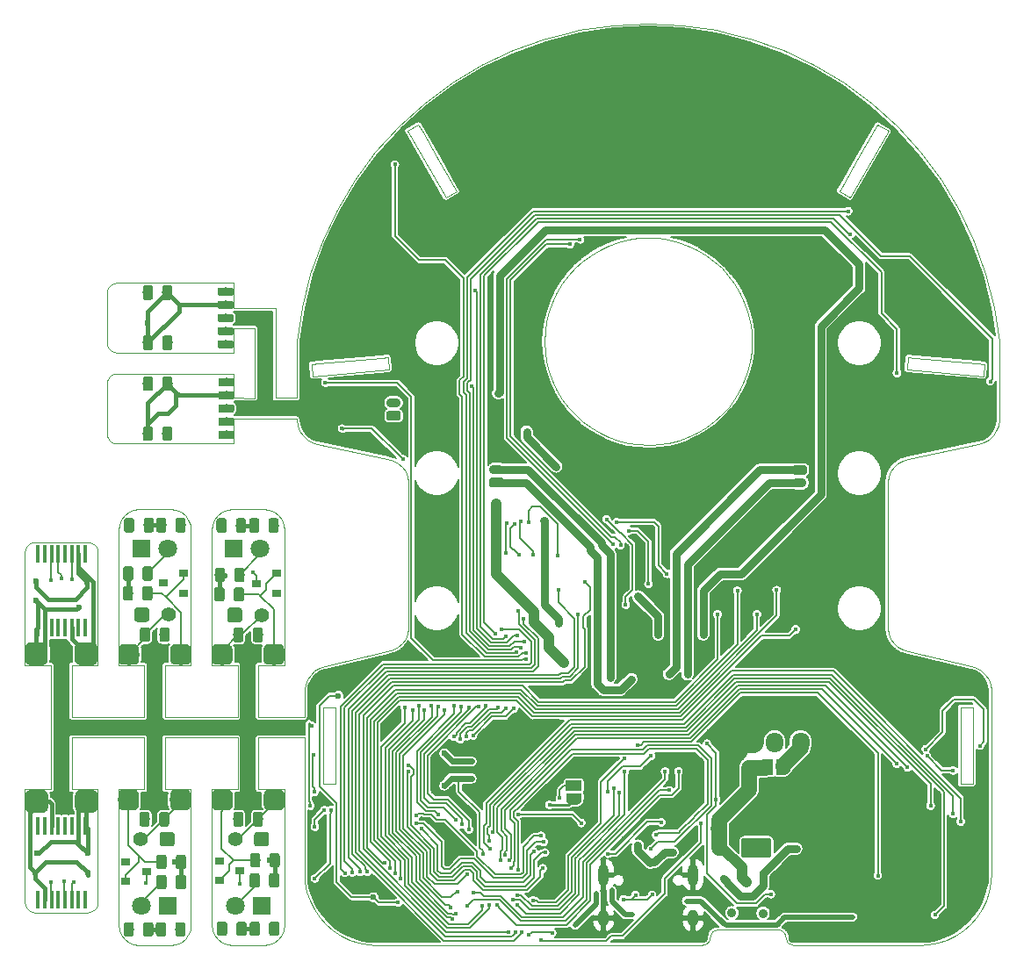
<source format=gbl>
G04 #@! TF.GenerationSoftware,KiCad,Pcbnew,(5.1.2)-2*
G04 #@! TF.CreationDate,2020-01-02T13:05:30+01:00*
G04 #@! TF.ProjectId,PCB_ZoroBot_v3,5043425f-5a6f-4726-9f42-6f745f76332e,rev?*
G04 #@! TF.SameCoordinates,PX5b1e540PY8239800*
G04 #@! TF.FileFunction,Copper,L2,Bot*
G04 #@! TF.FilePolarity,Positive*
%FSLAX46Y46*%
G04 Gerber Fmt 4.6, Leading zero omitted, Abs format (unit mm)*
G04 Created by KiCad (PCBNEW (5.1.2)-2) date 2020-01-02 13:05:30*
%MOMM*%
%LPD*%
G04 APERTURE LIST*
%ADD10C,0.100000*%
%ADD11C,0.800000*%
%ADD12C,0.900000*%
%ADD13R,0.900000X0.800000*%
%ADD14C,0.975000*%
%ADD15C,2.000000*%
%ADD16C,2.200000*%
%ADD17R,0.450000X1.800000*%
%ADD18C,0.500000*%
%ADD19R,1.500000X1.000000*%
%ADD20C,1.800000*%
%ADD21R,1.800000X1.800000*%
%ADD22O,1.400000X0.900000*%
%ADD23C,1.400000*%
%ADD24C,1.900000*%
%ADD25O,1.000000X1.600000*%
%ADD26O,1.000000X2.100000*%
%ADD27C,1.700000*%
%ADD28O,1.700000X1.950000*%
%ADD29C,0.600000*%
%ADD30C,0.450000*%
%ADD31C,1.200000*%
%ADD32C,0.850000*%
%ADD33C,0.700000*%
%ADD34C,0.200000*%
%ADD35C,0.400000*%
%ADD36C,2.000000*%
%ADD37C,1.500000*%
%ADD38C,1.000000*%
%ADD39C,0.800000*%
%ADD40C,0.600000*%
%ADD41C,0.250000*%
%ADD42C,0.500000*%
%ADD43C,0.300000*%
%ADD44C,0.150000*%
G04 APERTURE END LIST*
D10*
X7939634Y58211342D02*
X7973708Y57952523D01*
X8232527Y57504235D02*
X8439634Y57345316D01*
X8439634Y63823366D02*
X8680815Y63923267D01*
X20197491Y57211151D02*
X20197491Y59584151D01*
X8680815Y57245416D02*
X8939634Y57211342D01*
X7973708Y57952523D02*
X8073608Y57711342D01*
X8073608Y63457341D02*
X8232527Y63664447D01*
X20197491Y57211151D02*
X8940800Y57211151D01*
X8439634Y57345316D02*
X8680815Y57245416D01*
X8680815Y63923267D02*
X8939634Y63957341D01*
X20197491Y61539120D02*
X20197491Y63957150D01*
X8939634Y63957341D02*
X20197491Y63957150D01*
X7939634Y58211342D02*
X7939634Y62957341D01*
X7973708Y63216160D02*
X8073608Y63457341D01*
X7939634Y62957341D02*
X7973708Y63216160D01*
X8232527Y63664447D02*
X8439634Y63823366D01*
X8073608Y57711342D02*
X8232527Y57504235D01*
X8939634Y55199421D02*
X20197491Y55199230D01*
X8439634Y48587396D02*
X8680815Y48487496D01*
X20197491Y52842160D02*
X20197491Y55199230D01*
X8232527Y54906527D02*
X8439634Y55065446D01*
X8439634Y55065446D02*
X8680815Y55165347D01*
X7973708Y54458240D02*
X8073608Y54699421D01*
X20197491Y48453231D02*
X20197491Y50826231D01*
X8680815Y55165347D02*
X8939634Y55199421D01*
X20197491Y48453231D02*
X8940800Y48453231D01*
X8073608Y54699421D02*
X8232527Y54906527D01*
X7973708Y49194603D02*
X8073608Y48953422D01*
X7939634Y54199421D02*
X7973708Y54458240D01*
X8232527Y48746315D02*
X8439634Y48587396D01*
X8073608Y48953422D02*
X8232527Y48746315D01*
X7939634Y49453422D02*
X7939634Y54199421D01*
X8680815Y48487496D02*
X8939634Y48453422D01*
X7939634Y49453422D02*
X7973708Y49194603D01*
X24197920Y52848520D02*
X26271619Y52848520D01*
X24197920Y61539120D02*
X24197920Y52848520D01*
X20197491Y61539120D02*
X24197920Y61539120D01*
X22201480Y59584600D02*
X20197491Y59584151D01*
X22201480Y52838360D02*
X22201480Y59584600D01*
X20197491Y52842160D02*
X22201480Y52838360D01*
X20197491Y50826231D02*
X26270560Y50826680D01*
X74128427Y42714D02*
X86243804Y42069D01*
X65377213Y42714D02*
G75*
G03X66154453Y851031I0J777837D01*
G01*
X66844520Y1545600D02*
G75*
G03X66154453Y850434I0J-690086D01*
G01*
X74128427Y42714D02*
G75*
G02X73438360Y737880I0J690086D01*
G01*
X72661120Y1545600D02*
G75*
G02X73438360Y737283I0J-777837D01*
G01*
X66844520Y1545600D02*
X72661120Y1545600D01*
X47104039Y86398699D02*
X50246806Y87523229D01*
X28696617Y67990562D02*
X30123667Y71008024D01*
X26761273Y61609862D02*
X27572210Y64847751D01*
X35023592Y46955620D02*
X28238578Y48384172D01*
X41223647Y83255472D02*
X44086633Y84971532D01*
X79016963Y83255472D02*
X81697955Y81267048D01*
X28450330Y2780739D02*
X29054056Y2092322D01*
X35023592Y28417208D02*
X35548893Y28547275D01*
X92668401Y64847751D02*
X93479337Y61609862D01*
X33090120Y101955D02*
X34003804Y42069D01*
X69392464Y54482721D02*
X68973024Y53595521D01*
X31325020Y574913D02*
X32192070Y280589D01*
X81697955Y81267048D02*
X84171132Y79025409D01*
X29054056Y2092322D02*
X29742474Y1488596D01*
X93182070Y6128469D02*
X93241684Y7042069D01*
X93241684Y7042069D02*
X93236807Y24647108D01*
X92944961Y25691034D02*
X93146748Y25184689D01*
X92980112Y48851377D02*
X93373151Y49229020D01*
X84171132Y79025409D02*
X86412675Y76552145D01*
X91796348Y2780891D02*
X92304852Y3542233D01*
X92247412Y26520722D02*
X92640586Y26143206D01*
X44086633Y84971532D02*
X47104039Y86398699D01*
X89743356Y979961D02*
X90504544Y1488696D01*
X38542655Y81267048D02*
X41223647Y83255472D01*
X27941626Y3542069D02*
X28450330Y2780739D01*
X92709610Y4363445D02*
X93003694Y5230471D01*
X88055330Y280608D02*
X88922266Y574954D01*
X27536647Y4363285D02*
X27941626Y3542069D01*
X24795741Y41122069D02*
X24477903Y41536283D01*
X27682547Y56141842D02*
X27787134Y54946409D01*
X15995541Y40639707D02*
X15795741Y41122069D01*
X26271619Y58308076D02*
X26761273Y61609862D01*
X84691694Y46825440D02*
X85217018Y46955620D01*
X92565061Y56141843D02*
X91867725Y56202852D01*
X91440536Y15631313D02*
X91440536Y23031313D01*
X30008164Y15631313D02*
X30008164Y23031313D01*
X35158975Y55591361D02*
X35054388Y56786795D01*
X83301945Y78614472D02*
X82262714Y79214472D01*
X7063690Y37948766D02*
X7063690Y27082069D01*
X93146748Y25184689D02*
X93236807Y24647108D01*
X91440536Y23031313D02*
X90239438Y23031313D01*
X197665Y38448766D02*
X97765Y38207585D01*
X22563690Y27082069D02*
X22563690Y22082069D01*
X82262714Y79214472D02*
X81912714Y78608254D01*
X78912714Y73412102D02*
X78562714Y72805884D01*
X36027851Y28799182D02*
X35548893Y28547275D01*
X83807913Y46214220D02*
X84212731Y46573434D01*
X90504544Y1488696D02*
X91192802Y2092450D01*
X67854446Y88059125D02*
X69993805Y87523229D01*
X9063690Y40122069D02*
X9063690Y27082069D01*
X56786430Y88824075D02*
X60120305Y88987861D01*
X31368468Y56464319D02*
X28379883Y56202851D01*
X66755946Y88334292D02*
X67854446Y88059125D01*
X23581328Y42053921D02*
X23063690Y42122069D01*
X30008164Y23031313D02*
X28807066Y23031313D01*
X36931632Y45262525D02*
X36739888Y45768635D01*
X88879141Y56464319D02*
X85890557Y56725787D01*
X30123667Y71008024D02*
X31839616Y73871076D01*
X53484664Y88334292D02*
X56786430Y88824075D01*
X36996807Y30647108D02*
X36996807Y44725250D01*
X28807066Y15631313D02*
X30008164Y15631313D01*
X35054388Y56786795D02*
X34357052Y56725786D01*
X30503804Y979892D02*
X31325020Y574913D01*
X92304852Y3542233D02*
X92709610Y4363445D01*
X69722924Y55406762D02*
X69392464Y54482721D01*
X24477903Y41536283D02*
X24063690Y41854120D01*
X91543993Y67990562D02*
X92668401Y64847751D01*
X91867725Y56202852D02*
X88879141Y56464319D01*
X563691Y38814792D02*
X356584Y38655873D01*
X80412714Y76010178D02*
X78912714Y73412102D01*
X85193220Y56786796D02*
X85088633Y55591362D01*
X90239438Y23031313D02*
X90239438Y15631313D01*
X36432675Y29158314D02*
X36027851Y28799182D01*
X85217018Y28417208D02*
X84691717Y28547275D01*
X93479337Y61609862D02*
X93968992Y58308076D01*
X78562714Y72805884D02*
X79601945Y72205884D01*
X90116943Y71008024D02*
X91543993Y67990562D01*
X6563690Y38814792D02*
X6770796Y38655873D01*
X28238578Y48384172D02*
X27724542Y48565445D01*
X9063690Y27082069D02*
X11563690Y27082069D01*
X34003804Y42069D02*
X65377213Y42714D01*
X13563690Y22082069D02*
X20563690Y22082069D01*
X356584Y38655873D02*
X197665Y38448766D01*
X63454180Y88824075D02*
X66755946Y88334292D01*
X25063690Y40122069D02*
X24995541Y40639707D01*
X92460474Y54946409D02*
X92565061Y56141843D01*
X34357052Y56725786D02*
X31368468Y56464319D01*
X91192802Y2092450D02*
X91796348Y2780891D01*
X27295649Y25691034D02*
X27093862Y25184689D01*
X10063690Y41854120D02*
X9649476Y41536283D01*
X4563690Y22082069D02*
X11563690Y22082069D01*
X27572210Y64847751D02*
X28696617Y67990562D01*
X76153978Y84971532D02*
X79016963Y83255472D01*
X28971485Y26987532D02*
X35023592Y28417208D01*
X90239438Y15631313D02*
X91440536Y15631313D01*
X85890557Y56725787D02*
X85193220Y56786796D01*
X28379883Y56202851D02*
X27682547Y56141842D01*
X36069479Y79025409D02*
X38542655Y81267048D01*
X85088633Y55591362D02*
X92460474Y54946409D01*
X60120305Y88987861D02*
X63454180Y88824075D01*
X86412675Y76552145D02*
X88400995Y73871076D01*
X81912714Y78608254D02*
X80412714Y76010178D01*
X22563690Y22082069D02*
X27003804Y22082069D01*
X804872Y38914692D02*
X563691Y38814792D01*
X86243804Y42069D02*
X87157386Y101960D01*
X27787134Y54946409D02*
X35158975Y55591361D01*
X1063691Y38948766D02*
X6063690Y38948766D01*
X27063690Y6128386D02*
X27242323Y5230336D01*
X24995541Y40639707D02*
X24795741Y41122069D01*
X2563691Y15082069D02*
X63691Y15082069D01*
X27003804Y7042069D02*
X27063690Y6128386D01*
X18063690Y27082069D02*
X20563690Y27082069D01*
X25063690Y27082069D02*
X25063690Y40122069D01*
X18131838Y40639707D02*
X18063690Y40122069D01*
X6063690Y38948766D02*
X6322509Y38914692D01*
X63691Y27082069D02*
X63691Y37948766D01*
X7029616Y3956553D02*
X7063690Y4215372D01*
X6063690Y3215372D02*
X1063691Y3215372D01*
X15063690Y41854120D02*
X14581328Y42053921D01*
X6563690Y3349347D02*
X6770796Y3508266D01*
X563691Y3349347D02*
X356584Y3508266D01*
X13563690Y27082069D02*
X16063690Y27082069D01*
X6063690Y3215372D02*
X6322509Y3249447D01*
X9649476Y41536283D02*
X9331639Y41122069D01*
X4563690Y27082069D02*
X7063690Y27082069D01*
X9063690Y15082069D02*
X9063690Y2042069D01*
X19063690Y41854120D02*
X18649476Y41536283D01*
X11563690Y15082069D02*
X9063690Y15082069D01*
X7063690Y15082069D02*
X4563690Y15082069D01*
X356584Y3508266D02*
X197665Y3715372D01*
X7029616Y38207585D02*
X7063690Y37948766D01*
X14063690Y42122069D02*
X11063690Y42122069D01*
X6322509Y38914692D02*
X6563690Y38814792D01*
X18063690Y40122069D02*
X18063690Y27082069D01*
X15795741Y41122069D02*
X15477903Y41536283D01*
X11563690Y22082069D02*
X11563690Y27082069D01*
X9331639Y41122069D02*
X9131838Y40639707D01*
X6322509Y3249447D02*
X6563690Y3349347D01*
X15477903Y41536283D02*
X15063690Y41854120D01*
X18331639Y41122069D02*
X18131838Y40639707D01*
X11063690Y42122069D02*
X10546052Y42053921D01*
X63691Y27082069D02*
X2563691Y27082069D01*
X197665Y3715372D02*
X97765Y3956553D01*
X4563690Y22082069D02*
X4563690Y27082069D01*
X2563691Y27082069D02*
X2563691Y15082069D01*
X6929715Y38448766D02*
X7029616Y38207585D01*
X97765Y3956553D02*
X63691Y4215372D01*
X22563690Y27082069D02*
X25063690Y27082069D01*
X14581328Y42053921D02*
X14063690Y42122069D01*
X19546052Y42053921D02*
X19063690Y41854120D01*
X6770796Y38655873D02*
X6929715Y38448766D01*
X16063690Y40122069D02*
X15995541Y40639707D01*
X13563690Y27082069D02*
X13563690Y22082069D01*
X9131838Y40639707D02*
X9063690Y40122069D01*
X11563690Y20082069D02*
X4563690Y20082069D01*
X1063691Y38948766D02*
X804872Y38914692D01*
X63691Y4215372D02*
X63691Y15082069D01*
X9331639Y1042069D02*
X9649476Y627856D01*
X23063690Y42122069D02*
X20063690Y42122069D01*
X97765Y38207585D02*
X63691Y37948766D01*
X25063690Y15082069D02*
X22563690Y15082069D01*
X11063690Y42069D02*
X14063690Y42069D01*
X10063690Y310019D02*
X10546052Y110218D01*
X9649476Y627856D02*
X10063690Y310019D01*
X18331639Y1042069D02*
X18649476Y627856D01*
X7063690Y15082069D02*
X7063690Y4215372D01*
X6929715Y3715372D02*
X7029616Y3956553D01*
X6770796Y3508266D02*
X6929715Y3715372D01*
X16063690Y27082069D02*
X16063690Y40122069D01*
X10546052Y42053921D02*
X10063690Y41854120D01*
X804872Y3249447D02*
X563691Y3349347D01*
X20063690Y42122069D02*
X19546052Y42053921D01*
X4563690Y15082069D02*
X4563690Y20082069D01*
X9131838Y1524431D02*
X9331639Y1042069D01*
X1063691Y3215372D02*
X804872Y3249447D01*
X27003804Y20082069D02*
X22563690Y20082069D01*
X18649476Y41536283D02*
X18331639Y41122069D01*
X20563690Y22082069D02*
X20563690Y27082069D01*
X11563690Y15082069D02*
X11563690Y20082069D01*
X24063690Y41854120D02*
X23581328Y42053921D01*
X18063690Y15082069D02*
X18063690Y2042069D01*
X16063690Y2042069D02*
X16063690Y15082069D01*
X10546052Y110218D02*
X11063690Y42069D01*
X23581328Y110218D02*
X24063690Y310019D01*
X14581328Y110218D02*
X15063690Y310019D01*
X20063690Y42069D02*
X23063690Y42069D01*
X14063690Y42069D02*
X14581328Y110218D01*
X22563690Y20082069D02*
X22563690Y15082069D01*
X24477903Y627856D02*
X24795741Y1042069D01*
X18063690Y2042069D02*
X18131838Y1524431D01*
X20563690Y15082069D02*
X18063690Y15082069D01*
X18649476Y627856D02*
X19063690Y310019D01*
X19546052Y110218D02*
X20063690Y42069D01*
X23063690Y42069D02*
X23581328Y110218D01*
X25063690Y2042069D02*
X25063690Y15082069D01*
X20563690Y15082069D02*
X20563690Y20082069D01*
X15477903Y627856D02*
X15795741Y1042069D01*
X15795741Y1042069D02*
X15995541Y1524431D01*
X9063690Y2042069D02*
X9131838Y1524431D01*
X27003804Y20082069D02*
X27003804Y7042069D01*
X18131838Y1524431D02*
X18331639Y1042069D01*
X16063690Y15082069D02*
X13563690Y15082069D01*
X24995541Y1524431D02*
X25063690Y2042069D01*
X15063690Y310019D02*
X15477903Y627856D01*
X28807066Y23031313D02*
X28807066Y15631313D01*
X24063690Y310019D02*
X24477903Y627856D01*
X19063690Y310019D02*
X19546052Y110218D01*
X15995541Y1524431D02*
X16063690Y2042069D01*
X24795741Y1042069D02*
X24995541Y1524431D01*
X13563690Y20082069D02*
X13563690Y15082069D01*
X20563690Y20082069D02*
X13563690Y20082069D01*
X50201366Y57326311D02*
X50153056Y58306475D01*
X56324742Y67546259D02*
X57248677Y67877015D01*
X41684894Y72805883D02*
X41334894Y73412101D01*
X54598686Y49992490D02*
X53810361Y50576956D01*
X39834894Y76010177D02*
X38334894Y78608254D01*
X63981370Y49069894D02*
X63057435Y48739138D01*
X50583188Y61209390D02*
X50913648Y62133431D01*
X50344891Y60257409D02*
X50583188Y61209390D01*
X51333089Y63020631D02*
X51837471Y63862447D01*
X53080856Y65378012D02*
X53807886Y66037165D01*
X58200582Y68115616D02*
X59171291Y68259766D01*
X59174479Y48356072D02*
X58203724Y48499911D01*
X62105530Y48500536D02*
X61134821Y48356386D01*
X55437677Y67126534D02*
X56324742Y67546259D01*
X37984894Y79214471D02*
X36945663Y78614471D01*
X57251742Y48738208D02*
X56327702Y49068668D01*
X65710090Y49994270D02*
X64868436Y49489619D01*
X53810361Y50576956D02*
X53083121Y51235876D01*
X58203724Y48499911D02*
X57251742Y48738208D01*
X51839250Y52751042D02*
X51334599Y53592697D01*
X55440501Y49488109D02*
X54598686Y49992490D01*
X64865611Y67128044D02*
X65707427Y66623662D01*
X67225256Y51238141D02*
X66498227Y50578988D01*
X79601945Y72205884D02*
X83301945Y78614472D01*
X40645663Y72205883D02*
X41684894Y72805883D01*
X66498227Y50578988D02*
X65710090Y49994270D01*
X36945663Y78614471D02*
X40645663Y72205883D01*
X59171291Y68259766D02*
X59730775Y68287342D01*
X38334894Y78608254D02*
X37984894Y79214471D01*
X57248677Y67877015D02*
X58200582Y68115616D01*
X56327702Y49068668D02*
X55440501Y49488109D01*
X67222992Y65380276D02*
X67882145Y64653247D01*
X64868436Y49489619D02*
X63981370Y49069894D01*
X50584118Y55403697D02*
X50345516Y56355602D01*
X50914874Y54479762D02*
X50584118Y55403697D01*
X50153056Y58306475D02*
X50201052Y59286654D01*
X93003694Y5230471D02*
X93182070Y6128469D01*
X69993805Y87523229D02*
X73136571Y86398699D01*
X73136571Y86398699D02*
X76153978Y84971532D01*
X50201052Y59286654D02*
X50344891Y60257409D01*
X83243804Y30647108D02*
X83243804Y44725250D01*
X27993199Y26520722D02*
X27600024Y26143206D01*
X50246806Y87523229D02*
X52386164Y88059125D01*
X36931628Y30109884D02*
X36996807Y30647108D01*
X33827936Y76552145D02*
X36069479Y79025409D01*
X83500723Y45768635D02*
X83807913Y46214220D01*
X29742474Y1488596D02*
X30503804Y979892D01*
X32192070Y280589D02*
X33090120Y101955D01*
X83308979Y45262525D02*
X83500723Y45768635D01*
X27242323Y5230336D02*
X27536647Y4363285D01*
X83243804Y44725250D02*
X83308979Y45262525D01*
X35548917Y46825440D02*
X35023592Y46955620D01*
X83807935Y29158314D02*
X84212760Y28799182D01*
X63054371Y67877944D02*
X63978411Y67547484D01*
X27026388Y24781919D02*
X27003804Y24647108D01*
X67882145Y64653247D02*
X68466863Y63865110D01*
X88922266Y574954D02*
X89743356Y979961D01*
X28457361Y26806478D02*
X27993199Y26520722D01*
X52386164Y88059125D02*
X53484664Y88334292D01*
X67884177Y51965381D02*
X67225256Y51238141D01*
X53083121Y51235876D02*
X52423968Y51962906D01*
X88400995Y73871076D02*
X90116943Y71008024D01*
X93373151Y49229020D02*
X93677386Y49681274D01*
X61131634Y68260080D02*
X62102389Y68116241D01*
X60575338Y48328811D02*
X60154658Y48308076D01*
X27260498Y48851377D02*
X26867460Y49229020D01*
X36739876Y29603831D02*
X36432675Y29158314D01*
X65707427Y66623662D02*
X66495751Y66039197D01*
X51837471Y63862447D02*
X52421936Y64650771D01*
X92516069Y48565445D02*
X92980112Y48851377D01*
X68468642Y52753706D02*
X67884177Y51965381D01*
X36931628Y30109884D02*
X36739876Y29603831D01*
X36996807Y44725250D02*
X36931632Y45262525D01*
X26361566Y50187661D02*
X26270560Y50826680D01*
X27600024Y26143206D02*
X27295649Y25691034D01*
X70153056Y58309678D02*
X70105060Y57329499D01*
X83500735Y29603831D02*
X83807935Y29158314D01*
X31839616Y73871076D02*
X33827936Y76552145D01*
X69391239Y62136390D02*
X69721995Y61212455D01*
X28971485Y26987532D02*
X28457361Y26806478D01*
X63978411Y67547484D02*
X64865611Y67128044D01*
X59730775Y68287342D02*
X60151455Y68308076D01*
X54596022Y66621883D02*
X55437677Y67126534D01*
X87157386Y101960D02*
X88055330Y280608D01*
X70104746Y59289841D02*
X70153056Y58309678D01*
X62102389Y68116241D02*
X63054371Y67877944D01*
X70105060Y57329499D02*
X69961221Y56358744D01*
X91269125Y26987532D02*
X85217018Y28417208D01*
X92640586Y26143206D02*
X92944961Y25691034D01*
X83308982Y30109884D02*
X83500735Y29603831D01*
X66495751Y66039197D02*
X67222992Y65380276D01*
X69960597Y60260550D02*
X70104746Y59289841D01*
X92002033Y48384172D02*
X92516069Y48565445D01*
X93968992Y50725250D02*
X93968992Y58308076D01*
X26563224Y49681274D02*
X26361566Y50187661D01*
X41334894Y73412101D02*
X39834894Y76010177D01*
X61134821Y48356386D02*
X60575338Y48328811D01*
X69961221Y56358744D02*
X69722924Y55406762D01*
X68973024Y53595521D02*
X68468642Y52753706D01*
X84212760Y28799182D02*
X84691717Y28547275D01*
X52423968Y51962906D02*
X51839250Y52751042D01*
X68466863Y63865110D02*
X68971514Y63023456D01*
X63057435Y48739138D02*
X62105530Y48500536D01*
X60154658Y48308076D02*
X59174479Y48356072D01*
X53807886Y66037165D02*
X54596022Y66621883D01*
X83243804Y30647108D02*
X83308982Y30109884D01*
X85217018Y46955620D02*
X92002033Y48384172D01*
X36739888Y45768635D02*
X36432697Y46214220D01*
X91269125Y26987532D02*
X91783249Y26806478D01*
X52421936Y64650771D02*
X53080856Y65378012D01*
X60151455Y68308076D02*
X61131634Y68260080D01*
X27724542Y48565445D02*
X27260498Y48851377D01*
X26271619Y52848520D02*
X26271619Y58308076D01*
X68971514Y63023456D02*
X69391239Y62136390D01*
X91783249Y26806478D02*
X92247412Y26520722D01*
X93879044Y50187661D02*
X93968992Y50725250D01*
X84212731Y46573434D02*
X84691694Y46825440D01*
X93677386Y49681274D02*
X93879044Y50187661D01*
X27093862Y25184689D02*
X27026388Y24781919D01*
X69721995Y61212455D02*
X69960597Y60260550D01*
X51334599Y53592697D02*
X50914874Y54479762D01*
X36432697Y46214220D02*
X36027879Y46573434D01*
X36027879Y46573434D02*
X35548917Y46825440D01*
X50345516Y56355602D02*
X50201366Y57326311D01*
X50913648Y62133431D02*
X51333089Y63020631D01*
X27003804Y24647108D02*
X27003804Y22082069D01*
X26867460Y49229020D02*
X26563224Y49681274D01*
G36*
X19966883Y58427877D02*
G01*
X19986298Y58424997D01*
X20005337Y58420228D01*
X20023817Y58413616D01*
X20041559Y58405224D01*
X20058394Y58395134D01*
X20074159Y58383442D01*
X20088701Y58370261D01*
X20101882Y58355719D01*
X20113574Y58339954D01*
X20123664Y58323119D01*
X20132056Y58305377D01*
X20138668Y58286897D01*
X20143437Y58267858D01*
X20146317Y58248443D01*
X20147280Y58228840D01*
X20147280Y57828840D01*
X20146317Y57809237D01*
X20143437Y57789822D01*
X20138668Y57770783D01*
X20132056Y57752303D01*
X20123664Y57734561D01*
X20113574Y57717726D01*
X20101882Y57701961D01*
X20088701Y57687419D01*
X20074159Y57674238D01*
X20058394Y57662546D01*
X20041559Y57652456D01*
X20023817Y57644064D01*
X20005337Y57637452D01*
X19986298Y57632683D01*
X19966883Y57629803D01*
X19947280Y57628840D01*
X18823280Y57628840D01*
X18803677Y57629803D01*
X18784262Y57632683D01*
X18765223Y57637452D01*
X18746743Y57644064D01*
X18729001Y57652456D01*
X18712166Y57662546D01*
X18696401Y57674238D01*
X18681859Y57687419D01*
X18668678Y57701961D01*
X18656986Y57717726D01*
X18646896Y57734561D01*
X18638504Y57752303D01*
X18631892Y57770783D01*
X18627123Y57789822D01*
X18624243Y57809237D01*
X18623280Y57828840D01*
X18623280Y58228840D01*
X18624243Y58248443D01*
X18627123Y58267858D01*
X18631892Y58286897D01*
X18638504Y58305377D01*
X18646896Y58323119D01*
X18656986Y58339954D01*
X18668678Y58355719D01*
X18681859Y58370261D01*
X18696401Y58383442D01*
X18712166Y58395134D01*
X18729001Y58405224D01*
X18746743Y58413616D01*
X18765223Y58420228D01*
X18784262Y58424997D01*
X18803677Y58427877D01*
X18823280Y58428840D01*
X19947280Y58428840D01*
X19966883Y58427877D01*
X19966883Y58427877D01*
G37*
D11*
X19385280Y58028840D03*
D10*
G36*
X19966883Y59697877D02*
G01*
X19986298Y59694997D01*
X20005337Y59690228D01*
X20023817Y59683616D01*
X20041559Y59675224D01*
X20058394Y59665134D01*
X20074159Y59653442D01*
X20088701Y59640261D01*
X20101882Y59625719D01*
X20113574Y59609954D01*
X20123664Y59593119D01*
X20132056Y59575377D01*
X20138668Y59556897D01*
X20143437Y59537858D01*
X20146317Y59518443D01*
X20147280Y59498840D01*
X20147280Y59098840D01*
X20146317Y59079237D01*
X20143437Y59059822D01*
X20138668Y59040783D01*
X20132056Y59022303D01*
X20123664Y59004561D01*
X20113574Y58987726D01*
X20101882Y58971961D01*
X20088701Y58957419D01*
X20074159Y58944238D01*
X20058394Y58932546D01*
X20041559Y58922456D01*
X20023817Y58914064D01*
X20005337Y58907452D01*
X19986298Y58902683D01*
X19966883Y58899803D01*
X19947280Y58898840D01*
X18823280Y58898840D01*
X18803677Y58899803D01*
X18784262Y58902683D01*
X18765223Y58907452D01*
X18746743Y58914064D01*
X18729001Y58922456D01*
X18712166Y58932546D01*
X18696401Y58944238D01*
X18681859Y58957419D01*
X18668678Y58971961D01*
X18656986Y58987726D01*
X18646896Y59004561D01*
X18638504Y59022303D01*
X18631892Y59040783D01*
X18627123Y59059822D01*
X18624243Y59079237D01*
X18623280Y59098840D01*
X18623280Y59498840D01*
X18624243Y59518443D01*
X18627123Y59537858D01*
X18631892Y59556897D01*
X18638504Y59575377D01*
X18646896Y59593119D01*
X18656986Y59609954D01*
X18668678Y59625719D01*
X18681859Y59640261D01*
X18696401Y59653442D01*
X18712166Y59665134D01*
X18729001Y59675224D01*
X18746743Y59683616D01*
X18765223Y59690228D01*
X18784262Y59694997D01*
X18803677Y59697877D01*
X18823280Y59698840D01*
X19947280Y59698840D01*
X19966883Y59697877D01*
X19966883Y59697877D01*
G37*
D11*
X19385280Y59298840D03*
D10*
G36*
X19966883Y60967877D02*
G01*
X19986298Y60964997D01*
X20005337Y60960228D01*
X20023817Y60953616D01*
X20041559Y60945224D01*
X20058394Y60935134D01*
X20074159Y60923442D01*
X20088701Y60910261D01*
X20101882Y60895719D01*
X20113574Y60879954D01*
X20123664Y60863119D01*
X20132056Y60845377D01*
X20138668Y60826897D01*
X20143437Y60807858D01*
X20146317Y60788443D01*
X20147280Y60768840D01*
X20147280Y60368840D01*
X20146317Y60349237D01*
X20143437Y60329822D01*
X20138668Y60310783D01*
X20132056Y60292303D01*
X20123664Y60274561D01*
X20113574Y60257726D01*
X20101882Y60241961D01*
X20088701Y60227419D01*
X20074159Y60214238D01*
X20058394Y60202546D01*
X20041559Y60192456D01*
X20023817Y60184064D01*
X20005337Y60177452D01*
X19986298Y60172683D01*
X19966883Y60169803D01*
X19947280Y60168840D01*
X18823280Y60168840D01*
X18803677Y60169803D01*
X18784262Y60172683D01*
X18765223Y60177452D01*
X18746743Y60184064D01*
X18729001Y60192456D01*
X18712166Y60202546D01*
X18696401Y60214238D01*
X18681859Y60227419D01*
X18668678Y60241961D01*
X18656986Y60257726D01*
X18646896Y60274561D01*
X18638504Y60292303D01*
X18631892Y60310783D01*
X18627123Y60329822D01*
X18624243Y60349237D01*
X18623280Y60368840D01*
X18623280Y60768840D01*
X18624243Y60788443D01*
X18627123Y60807858D01*
X18631892Y60826897D01*
X18638504Y60845377D01*
X18646896Y60863119D01*
X18656986Y60879954D01*
X18668678Y60895719D01*
X18681859Y60910261D01*
X18696401Y60923442D01*
X18712166Y60935134D01*
X18729001Y60945224D01*
X18746743Y60953616D01*
X18765223Y60960228D01*
X18784262Y60964997D01*
X18803677Y60967877D01*
X18823280Y60968840D01*
X19947280Y60968840D01*
X19966883Y60967877D01*
X19966883Y60967877D01*
G37*
D11*
X19385280Y60568840D03*
D10*
G36*
X19966883Y62237877D02*
G01*
X19986298Y62234997D01*
X20005337Y62230228D01*
X20023817Y62223616D01*
X20041559Y62215224D01*
X20058394Y62205134D01*
X20074159Y62193442D01*
X20088701Y62180261D01*
X20101882Y62165719D01*
X20113574Y62149954D01*
X20123664Y62133119D01*
X20132056Y62115377D01*
X20138668Y62096897D01*
X20143437Y62077858D01*
X20146317Y62058443D01*
X20147280Y62038840D01*
X20147280Y61638840D01*
X20146317Y61619237D01*
X20143437Y61599822D01*
X20138668Y61580783D01*
X20132056Y61562303D01*
X20123664Y61544561D01*
X20113574Y61527726D01*
X20101882Y61511961D01*
X20088701Y61497419D01*
X20074159Y61484238D01*
X20058394Y61472546D01*
X20041559Y61462456D01*
X20023817Y61454064D01*
X20005337Y61447452D01*
X19986298Y61442683D01*
X19966883Y61439803D01*
X19947280Y61438840D01*
X18823280Y61438840D01*
X18803677Y61439803D01*
X18784262Y61442683D01*
X18765223Y61447452D01*
X18746743Y61454064D01*
X18729001Y61462456D01*
X18712166Y61472546D01*
X18696401Y61484238D01*
X18681859Y61497419D01*
X18668678Y61511961D01*
X18656986Y61527726D01*
X18646896Y61544561D01*
X18638504Y61562303D01*
X18631892Y61580783D01*
X18627123Y61599822D01*
X18624243Y61619237D01*
X18623280Y61638840D01*
X18623280Y62038840D01*
X18624243Y62058443D01*
X18627123Y62077858D01*
X18631892Y62096897D01*
X18638504Y62115377D01*
X18646896Y62133119D01*
X18656986Y62149954D01*
X18668678Y62165719D01*
X18681859Y62180261D01*
X18696401Y62193442D01*
X18712166Y62205134D01*
X18729001Y62215224D01*
X18746743Y62223616D01*
X18765223Y62230228D01*
X18784262Y62234997D01*
X18803677Y62237877D01*
X18823280Y62238840D01*
X19947280Y62238840D01*
X19966883Y62237877D01*
X19966883Y62237877D01*
G37*
D11*
X19385280Y61838840D03*
D10*
G36*
X19966883Y63507877D02*
G01*
X19986298Y63504997D01*
X20005337Y63500228D01*
X20023817Y63493616D01*
X20041559Y63485224D01*
X20058394Y63475134D01*
X20074159Y63463442D01*
X20088701Y63450261D01*
X20101882Y63435719D01*
X20113574Y63419954D01*
X20123664Y63403119D01*
X20132056Y63385377D01*
X20138668Y63366897D01*
X20143437Y63347858D01*
X20146317Y63328443D01*
X20147280Y63308840D01*
X20147280Y62908840D01*
X20146317Y62889237D01*
X20143437Y62869822D01*
X20138668Y62850783D01*
X20132056Y62832303D01*
X20123664Y62814561D01*
X20113574Y62797726D01*
X20101882Y62781961D01*
X20088701Y62767419D01*
X20074159Y62754238D01*
X20058394Y62742546D01*
X20041559Y62732456D01*
X20023817Y62724064D01*
X20005337Y62717452D01*
X19986298Y62712683D01*
X19966883Y62709803D01*
X19947280Y62708840D01*
X18823280Y62708840D01*
X18803677Y62709803D01*
X18784262Y62712683D01*
X18765223Y62717452D01*
X18746743Y62724064D01*
X18729001Y62732456D01*
X18712166Y62742546D01*
X18696401Y62754238D01*
X18681859Y62767419D01*
X18668678Y62781961D01*
X18656986Y62797726D01*
X18646896Y62814561D01*
X18638504Y62832303D01*
X18631892Y62850783D01*
X18627123Y62869822D01*
X18624243Y62889237D01*
X18623280Y62908840D01*
X18623280Y63308840D01*
X18624243Y63328443D01*
X18627123Y63347858D01*
X18631892Y63366897D01*
X18638504Y63385377D01*
X18646896Y63403119D01*
X18656986Y63419954D01*
X18668678Y63435719D01*
X18681859Y63450261D01*
X18696401Y63463442D01*
X18712166Y63475134D01*
X18729001Y63485224D01*
X18746743Y63493616D01*
X18765223Y63500228D01*
X18784262Y63504997D01*
X18803677Y63507877D01*
X18823280Y63508840D01*
X19947280Y63508840D01*
X19966883Y63507877D01*
X19966883Y63507877D01*
G37*
D11*
X19385280Y63108840D03*
D10*
G36*
X20043083Y54785517D02*
G01*
X20062498Y54782637D01*
X20081537Y54777868D01*
X20100017Y54771256D01*
X20117759Y54762864D01*
X20134594Y54752774D01*
X20150359Y54741082D01*
X20164901Y54727901D01*
X20178082Y54713359D01*
X20189774Y54697594D01*
X20199864Y54680759D01*
X20208256Y54663017D01*
X20214868Y54644537D01*
X20219637Y54625498D01*
X20222517Y54606083D01*
X20223480Y54586480D01*
X20223480Y54186480D01*
X20222517Y54166877D01*
X20219637Y54147462D01*
X20214868Y54128423D01*
X20208256Y54109943D01*
X20199864Y54092201D01*
X20189774Y54075366D01*
X20178082Y54059601D01*
X20164901Y54045059D01*
X20150359Y54031878D01*
X20134594Y54020186D01*
X20117759Y54010096D01*
X20100017Y54001704D01*
X20081537Y53995092D01*
X20062498Y53990323D01*
X20043083Y53987443D01*
X20023480Y53986480D01*
X18899480Y53986480D01*
X18879877Y53987443D01*
X18860462Y53990323D01*
X18841423Y53995092D01*
X18822943Y54001704D01*
X18805201Y54010096D01*
X18788366Y54020186D01*
X18772601Y54031878D01*
X18758059Y54045059D01*
X18744878Y54059601D01*
X18733186Y54075366D01*
X18723096Y54092201D01*
X18714704Y54109943D01*
X18708092Y54128423D01*
X18703323Y54147462D01*
X18700443Y54166877D01*
X18699480Y54186480D01*
X18699480Y54586480D01*
X18700443Y54606083D01*
X18703323Y54625498D01*
X18708092Y54644537D01*
X18714704Y54663017D01*
X18723096Y54680759D01*
X18733186Y54697594D01*
X18744878Y54713359D01*
X18758059Y54727901D01*
X18772601Y54741082D01*
X18788366Y54752774D01*
X18805201Y54762864D01*
X18822943Y54771256D01*
X18841423Y54777868D01*
X18860462Y54782637D01*
X18879877Y54785517D01*
X18899480Y54786480D01*
X20023480Y54786480D01*
X20043083Y54785517D01*
X20043083Y54785517D01*
G37*
D11*
X19461480Y54386480D03*
D10*
G36*
X20043083Y53515517D02*
G01*
X20062498Y53512637D01*
X20081537Y53507868D01*
X20100017Y53501256D01*
X20117759Y53492864D01*
X20134594Y53482774D01*
X20150359Y53471082D01*
X20164901Y53457901D01*
X20178082Y53443359D01*
X20189774Y53427594D01*
X20199864Y53410759D01*
X20208256Y53393017D01*
X20214868Y53374537D01*
X20219637Y53355498D01*
X20222517Y53336083D01*
X20223480Y53316480D01*
X20223480Y52916480D01*
X20222517Y52896877D01*
X20219637Y52877462D01*
X20214868Y52858423D01*
X20208256Y52839943D01*
X20199864Y52822201D01*
X20189774Y52805366D01*
X20178082Y52789601D01*
X20164901Y52775059D01*
X20150359Y52761878D01*
X20134594Y52750186D01*
X20117759Y52740096D01*
X20100017Y52731704D01*
X20081537Y52725092D01*
X20062498Y52720323D01*
X20043083Y52717443D01*
X20023480Y52716480D01*
X18899480Y52716480D01*
X18879877Y52717443D01*
X18860462Y52720323D01*
X18841423Y52725092D01*
X18822943Y52731704D01*
X18805201Y52740096D01*
X18788366Y52750186D01*
X18772601Y52761878D01*
X18758059Y52775059D01*
X18744878Y52789601D01*
X18733186Y52805366D01*
X18723096Y52822201D01*
X18714704Y52839943D01*
X18708092Y52858423D01*
X18703323Y52877462D01*
X18700443Y52896877D01*
X18699480Y52916480D01*
X18699480Y53316480D01*
X18700443Y53336083D01*
X18703323Y53355498D01*
X18708092Y53374537D01*
X18714704Y53393017D01*
X18723096Y53410759D01*
X18733186Y53427594D01*
X18744878Y53443359D01*
X18758059Y53457901D01*
X18772601Y53471082D01*
X18788366Y53482774D01*
X18805201Y53492864D01*
X18822943Y53501256D01*
X18841423Y53507868D01*
X18860462Y53512637D01*
X18879877Y53515517D01*
X18899480Y53516480D01*
X20023480Y53516480D01*
X20043083Y53515517D01*
X20043083Y53515517D01*
G37*
D11*
X19461480Y53116480D03*
D10*
G36*
X20043083Y52245517D02*
G01*
X20062498Y52242637D01*
X20081537Y52237868D01*
X20100017Y52231256D01*
X20117759Y52222864D01*
X20134594Y52212774D01*
X20150359Y52201082D01*
X20164901Y52187901D01*
X20178082Y52173359D01*
X20189774Y52157594D01*
X20199864Y52140759D01*
X20208256Y52123017D01*
X20214868Y52104537D01*
X20219637Y52085498D01*
X20222517Y52066083D01*
X20223480Y52046480D01*
X20223480Y51646480D01*
X20222517Y51626877D01*
X20219637Y51607462D01*
X20214868Y51588423D01*
X20208256Y51569943D01*
X20199864Y51552201D01*
X20189774Y51535366D01*
X20178082Y51519601D01*
X20164901Y51505059D01*
X20150359Y51491878D01*
X20134594Y51480186D01*
X20117759Y51470096D01*
X20100017Y51461704D01*
X20081537Y51455092D01*
X20062498Y51450323D01*
X20043083Y51447443D01*
X20023480Y51446480D01*
X18899480Y51446480D01*
X18879877Y51447443D01*
X18860462Y51450323D01*
X18841423Y51455092D01*
X18822943Y51461704D01*
X18805201Y51470096D01*
X18788366Y51480186D01*
X18772601Y51491878D01*
X18758059Y51505059D01*
X18744878Y51519601D01*
X18733186Y51535366D01*
X18723096Y51552201D01*
X18714704Y51569943D01*
X18708092Y51588423D01*
X18703323Y51607462D01*
X18700443Y51626877D01*
X18699480Y51646480D01*
X18699480Y52046480D01*
X18700443Y52066083D01*
X18703323Y52085498D01*
X18708092Y52104537D01*
X18714704Y52123017D01*
X18723096Y52140759D01*
X18733186Y52157594D01*
X18744878Y52173359D01*
X18758059Y52187901D01*
X18772601Y52201082D01*
X18788366Y52212774D01*
X18805201Y52222864D01*
X18822943Y52231256D01*
X18841423Y52237868D01*
X18860462Y52242637D01*
X18879877Y52245517D01*
X18899480Y52246480D01*
X20023480Y52246480D01*
X20043083Y52245517D01*
X20043083Y52245517D01*
G37*
D11*
X19461480Y51846480D03*
D10*
G36*
X20043083Y50975517D02*
G01*
X20062498Y50972637D01*
X20081537Y50967868D01*
X20100017Y50961256D01*
X20117759Y50952864D01*
X20134594Y50942774D01*
X20150359Y50931082D01*
X20164901Y50917901D01*
X20178082Y50903359D01*
X20189774Y50887594D01*
X20199864Y50870759D01*
X20208256Y50853017D01*
X20214868Y50834537D01*
X20219637Y50815498D01*
X20222517Y50796083D01*
X20223480Y50776480D01*
X20223480Y50376480D01*
X20222517Y50356877D01*
X20219637Y50337462D01*
X20214868Y50318423D01*
X20208256Y50299943D01*
X20199864Y50282201D01*
X20189774Y50265366D01*
X20178082Y50249601D01*
X20164901Y50235059D01*
X20150359Y50221878D01*
X20134594Y50210186D01*
X20117759Y50200096D01*
X20100017Y50191704D01*
X20081537Y50185092D01*
X20062498Y50180323D01*
X20043083Y50177443D01*
X20023480Y50176480D01*
X18899480Y50176480D01*
X18879877Y50177443D01*
X18860462Y50180323D01*
X18841423Y50185092D01*
X18822943Y50191704D01*
X18805201Y50200096D01*
X18788366Y50210186D01*
X18772601Y50221878D01*
X18758059Y50235059D01*
X18744878Y50249601D01*
X18733186Y50265366D01*
X18723096Y50282201D01*
X18714704Y50299943D01*
X18708092Y50318423D01*
X18703323Y50337462D01*
X18700443Y50356877D01*
X18699480Y50376480D01*
X18699480Y50776480D01*
X18700443Y50796083D01*
X18703323Y50815498D01*
X18708092Y50834537D01*
X18714704Y50853017D01*
X18723096Y50870759D01*
X18733186Y50887594D01*
X18744878Y50903359D01*
X18758059Y50917901D01*
X18772601Y50931082D01*
X18788366Y50942774D01*
X18805201Y50952864D01*
X18822943Y50961256D01*
X18841423Y50967868D01*
X18860462Y50972637D01*
X18879877Y50975517D01*
X18899480Y50976480D01*
X20023480Y50976480D01*
X20043083Y50975517D01*
X20043083Y50975517D01*
G37*
D11*
X19461480Y50576480D03*
D10*
G36*
X20043083Y49705517D02*
G01*
X20062498Y49702637D01*
X20081537Y49697868D01*
X20100017Y49691256D01*
X20117759Y49682864D01*
X20134594Y49672774D01*
X20150359Y49661082D01*
X20164901Y49647901D01*
X20178082Y49633359D01*
X20189774Y49617594D01*
X20199864Y49600759D01*
X20208256Y49583017D01*
X20214868Y49564537D01*
X20219637Y49545498D01*
X20222517Y49526083D01*
X20223480Y49506480D01*
X20223480Y49106480D01*
X20222517Y49086877D01*
X20219637Y49067462D01*
X20214868Y49048423D01*
X20208256Y49029943D01*
X20199864Y49012201D01*
X20189774Y48995366D01*
X20178082Y48979601D01*
X20164901Y48965059D01*
X20150359Y48951878D01*
X20134594Y48940186D01*
X20117759Y48930096D01*
X20100017Y48921704D01*
X20081537Y48915092D01*
X20062498Y48910323D01*
X20043083Y48907443D01*
X20023480Y48906480D01*
X18899480Y48906480D01*
X18879877Y48907443D01*
X18860462Y48910323D01*
X18841423Y48915092D01*
X18822943Y48921704D01*
X18805201Y48930096D01*
X18788366Y48940186D01*
X18772601Y48951878D01*
X18758059Y48965059D01*
X18744878Y48979601D01*
X18733186Y48995366D01*
X18723096Y49012201D01*
X18714704Y49029943D01*
X18708092Y49048423D01*
X18703323Y49067462D01*
X18700443Y49086877D01*
X18699480Y49106480D01*
X18699480Y49506480D01*
X18700443Y49526083D01*
X18703323Y49545498D01*
X18708092Y49564537D01*
X18714704Y49583017D01*
X18723096Y49600759D01*
X18733186Y49617594D01*
X18744878Y49633359D01*
X18758059Y49647901D01*
X18772601Y49661082D01*
X18788366Y49672774D01*
X18805201Y49682864D01*
X18822943Y49691256D01*
X18841423Y49697868D01*
X18860462Y49702637D01*
X18879877Y49705517D01*
X18899480Y49706480D01*
X20023480Y49706480D01*
X20043083Y49705517D01*
X20043083Y49705517D01*
G37*
D11*
X19461480Y49306480D03*
D12*
X68220760Y3179280D03*
X71220760Y3129280D03*
D13*
X24349560Y35916920D03*
X24349560Y34016920D03*
X22349560Y34966920D03*
X20793560Y7230120D03*
X18793560Y8180120D03*
X18793560Y6280120D03*
D10*
G36*
X10264182Y36615706D02*
G01*
X10287843Y36612196D01*
X10311047Y36606384D01*
X10333569Y36598326D01*
X10355193Y36588098D01*
X10375710Y36575801D01*
X10394923Y36561551D01*
X10412647Y36545487D01*
X10428711Y36527763D01*
X10442961Y36508550D01*
X10455258Y36488033D01*
X10465486Y36466409D01*
X10473544Y36443887D01*
X10479356Y36420683D01*
X10482866Y36397022D01*
X10484040Y36373130D01*
X10484040Y35460630D01*
X10482866Y35436738D01*
X10479356Y35413077D01*
X10473544Y35389873D01*
X10465486Y35367351D01*
X10455258Y35345727D01*
X10442961Y35325210D01*
X10428711Y35305997D01*
X10412647Y35288273D01*
X10394923Y35272209D01*
X10375710Y35257959D01*
X10355193Y35245662D01*
X10333569Y35235434D01*
X10311047Y35227376D01*
X10287843Y35221564D01*
X10264182Y35218054D01*
X10240290Y35216880D01*
X9752790Y35216880D01*
X9728898Y35218054D01*
X9705237Y35221564D01*
X9682033Y35227376D01*
X9659511Y35235434D01*
X9637887Y35245662D01*
X9617370Y35257959D01*
X9598157Y35272209D01*
X9580433Y35288273D01*
X9564369Y35305997D01*
X9550119Y35325210D01*
X9537822Y35345727D01*
X9527594Y35367351D01*
X9519536Y35389873D01*
X9513724Y35413077D01*
X9510214Y35436738D01*
X9509040Y35460630D01*
X9509040Y36373130D01*
X9510214Y36397022D01*
X9513724Y36420683D01*
X9519536Y36443887D01*
X9527594Y36466409D01*
X9537822Y36488033D01*
X9550119Y36508550D01*
X9564369Y36527763D01*
X9580433Y36545487D01*
X9598157Y36561551D01*
X9617370Y36575801D01*
X9637887Y36588098D01*
X9659511Y36598326D01*
X9682033Y36606384D01*
X9705237Y36612196D01*
X9728898Y36615706D01*
X9752790Y36616880D01*
X10240290Y36616880D01*
X10264182Y36615706D01*
X10264182Y36615706D01*
G37*
D14*
X9996540Y35916880D03*
D10*
G36*
X12139182Y36615706D02*
G01*
X12162843Y36612196D01*
X12186047Y36606384D01*
X12208569Y36598326D01*
X12230193Y36588098D01*
X12250710Y36575801D01*
X12269923Y36561551D01*
X12287647Y36545487D01*
X12303711Y36527763D01*
X12317961Y36508550D01*
X12330258Y36488033D01*
X12340486Y36466409D01*
X12348544Y36443887D01*
X12354356Y36420683D01*
X12357866Y36397022D01*
X12359040Y36373130D01*
X12359040Y35460630D01*
X12357866Y35436738D01*
X12354356Y35413077D01*
X12348544Y35389873D01*
X12340486Y35367351D01*
X12330258Y35345727D01*
X12317961Y35325210D01*
X12303711Y35305997D01*
X12287647Y35288273D01*
X12269923Y35272209D01*
X12250710Y35257959D01*
X12230193Y35245662D01*
X12208569Y35235434D01*
X12186047Y35227376D01*
X12162843Y35221564D01*
X12139182Y35218054D01*
X12115290Y35216880D01*
X11627790Y35216880D01*
X11603898Y35218054D01*
X11580237Y35221564D01*
X11557033Y35227376D01*
X11534511Y35235434D01*
X11512887Y35245662D01*
X11492370Y35257959D01*
X11473157Y35272209D01*
X11455433Y35288273D01*
X11439369Y35305997D01*
X11425119Y35325210D01*
X11412822Y35345727D01*
X11402594Y35367351D01*
X11394536Y35389873D01*
X11388724Y35413077D01*
X11385214Y35436738D01*
X11384040Y35460630D01*
X11384040Y36373130D01*
X11385214Y36397022D01*
X11388724Y36420683D01*
X11394536Y36443887D01*
X11402594Y36466409D01*
X11412822Y36488033D01*
X11425119Y36508550D01*
X11439369Y36527763D01*
X11455433Y36545487D01*
X11473157Y36561551D01*
X11492370Y36575801D01*
X11512887Y36588098D01*
X11534511Y36598326D01*
X11557033Y36606384D01*
X11580237Y36612196D01*
X11603898Y36615706D01*
X11627790Y36616880D01*
X12115290Y36616880D01*
X12139182Y36615706D01*
X12139182Y36615706D01*
G37*
D14*
X11871540Y35916880D03*
D10*
G36*
X13459502Y41274066D02*
G01*
X13483163Y41270556D01*
X13506367Y41264744D01*
X13528889Y41256686D01*
X13550513Y41246458D01*
X13571030Y41234161D01*
X13590243Y41219911D01*
X13607967Y41203847D01*
X13624031Y41186123D01*
X13638281Y41166910D01*
X13650578Y41146393D01*
X13660806Y41124769D01*
X13668864Y41102247D01*
X13674676Y41079043D01*
X13678186Y41055382D01*
X13679360Y41031490D01*
X13679360Y40118990D01*
X13678186Y40095098D01*
X13674676Y40071437D01*
X13668864Y40048233D01*
X13660806Y40025711D01*
X13650578Y40004087D01*
X13638281Y39983570D01*
X13624031Y39964357D01*
X13607967Y39946633D01*
X13590243Y39930569D01*
X13571030Y39916319D01*
X13550513Y39904022D01*
X13528889Y39893794D01*
X13506367Y39885736D01*
X13483163Y39879924D01*
X13459502Y39876414D01*
X13435610Y39875240D01*
X12948110Y39875240D01*
X12924218Y39876414D01*
X12900557Y39879924D01*
X12877353Y39885736D01*
X12854831Y39893794D01*
X12833207Y39904022D01*
X12812690Y39916319D01*
X12793477Y39930569D01*
X12775753Y39946633D01*
X12759689Y39964357D01*
X12745439Y39983570D01*
X12733142Y40004087D01*
X12722914Y40025711D01*
X12714856Y40048233D01*
X12709044Y40071437D01*
X12705534Y40095098D01*
X12704360Y40118990D01*
X12704360Y41031490D01*
X12705534Y41055382D01*
X12709044Y41079043D01*
X12714856Y41102247D01*
X12722914Y41124769D01*
X12733142Y41146393D01*
X12745439Y41166910D01*
X12759689Y41186123D01*
X12775753Y41203847D01*
X12793477Y41219911D01*
X12812690Y41234161D01*
X12833207Y41246458D01*
X12854831Y41256686D01*
X12877353Y41264744D01*
X12900557Y41270556D01*
X12924218Y41274066D01*
X12948110Y41275240D01*
X13435610Y41275240D01*
X13459502Y41274066D01*
X13459502Y41274066D01*
G37*
D14*
X13191860Y40575240D03*
D10*
G36*
X15334502Y41274066D02*
G01*
X15358163Y41270556D01*
X15381367Y41264744D01*
X15403889Y41256686D01*
X15425513Y41246458D01*
X15446030Y41234161D01*
X15465243Y41219911D01*
X15482967Y41203847D01*
X15499031Y41186123D01*
X15513281Y41166910D01*
X15525578Y41146393D01*
X15535806Y41124769D01*
X15543864Y41102247D01*
X15549676Y41079043D01*
X15553186Y41055382D01*
X15554360Y41031490D01*
X15554360Y40118990D01*
X15553186Y40095098D01*
X15549676Y40071437D01*
X15543864Y40048233D01*
X15535806Y40025711D01*
X15525578Y40004087D01*
X15513281Y39983570D01*
X15499031Y39964357D01*
X15482967Y39946633D01*
X15465243Y39930569D01*
X15446030Y39916319D01*
X15425513Y39904022D01*
X15403889Y39893794D01*
X15381367Y39885736D01*
X15358163Y39879924D01*
X15334502Y39876414D01*
X15310610Y39875240D01*
X14823110Y39875240D01*
X14799218Y39876414D01*
X14775557Y39879924D01*
X14752353Y39885736D01*
X14729831Y39893794D01*
X14708207Y39904022D01*
X14687690Y39916319D01*
X14668477Y39930569D01*
X14650753Y39946633D01*
X14634689Y39964357D01*
X14620439Y39983570D01*
X14608142Y40004087D01*
X14597914Y40025711D01*
X14589856Y40048233D01*
X14584044Y40071437D01*
X14580534Y40095098D01*
X14579360Y40118990D01*
X14579360Y41031490D01*
X14580534Y41055382D01*
X14584044Y41079043D01*
X14589856Y41102247D01*
X14597914Y41124769D01*
X14608142Y41146393D01*
X14620439Y41166910D01*
X14634689Y41186123D01*
X14650753Y41203847D01*
X14668477Y41219911D01*
X14687690Y41234161D01*
X14708207Y41246458D01*
X14729831Y41256686D01*
X14752353Y41264744D01*
X14775557Y41270556D01*
X14799218Y41274066D01*
X14823110Y41275240D01*
X15310610Y41275240D01*
X15334502Y41274066D01*
X15334502Y41274066D01*
G37*
D14*
X15066860Y40575240D03*
D10*
G36*
X20998702Y36478546D02*
G01*
X21022363Y36475036D01*
X21045567Y36469224D01*
X21068089Y36461166D01*
X21089713Y36450938D01*
X21110230Y36438641D01*
X21129443Y36424391D01*
X21147167Y36408327D01*
X21163231Y36390603D01*
X21177481Y36371390D01*
X21189778Y36350873D01*
X21200006Y36329249D01*
X21208064Y36306727D01*
X21213876Y36283523D01*
X21217386Y36259862D01*
X21218560Y36235970D01*
X21218560Y35323470D01*
X21217386Y35299578D01*
X21213876Y35275917D01*
X21208064Y35252713D01*
X21200006Y35230191D01*
X21189778Y35208567D01*
X21177481Y35188050D01*
X21163231Y35168837D01*
X21147167Y35151113D01*
X21129443Y35135049D01*
X21110230Y35120799D01*
X21089713Y35108502D01*
X21068089Y35098274D01*
X21045567Y35090216D01*
X21022363Y35084404D01*
X20998702Y35080894D01*
X20974810Y35079720D01*
X20487310Y35079720D01*
X20463418Y35080894D01*
X20439757Y35084404D01*
X20416553Y35090216D01*
X20394031Y35098274D01*
X20372407Y35108502D01*
X20351890Y35120799D01*
X20332677Y35135049D01*
X20314953Y35151113D01*
X20298889Y35168837D01*
X20284639Y35188050D01*
X20272342Y35208567D01*
X20262114Y35230191D01*
X20254056Y35252713D01*
X20248244Y35275917D01*
X20244734Y35299578D01*
X20243560Y35323470D01*
X20243560Y36235970D01*
X20244734Y36259862D01*
X20248244Y36283523D01*
X20254056Y36306727D01*
X20262114Y36329249D01*
X20272342Y36350873D01*
X20284639Y36371390D01*
X20298889Y36390603D01*
X20314953Y36408327D01*
X20332677Y36424391D01*
X20351890Y36438641D01*
X20372407Y36450938D01*
X20394031Y36461166D01*
X20416553Y36469224D01*
X20439757Y36475036D01*
X20463418Y36478546D01*
X20487310Y36479720D01*
X20974810Y36479720D01*
X20998702Y36478546D01*
X20998702Y36478546D01*
G37*
D14*
X20731060Y35779720D03*
D10*
G36*
X19123702Y36478546D02*
G01*
X19147363Y36475036D01*
X19170567Y36469224D01*
X19193089Y36461166D01*
X19214713Y36450938D01*
X19235230Y36438641D01*
X19254443Y36424391D01*
X19272167Y36408327D01*
X19288231Y36390603D01*
X19302481Y36371390D01*
X19314778Y36350873D01*
X19325006Y36329249D01*
X19333064Y36306727D01*
X19338876Y36283523D01*
X19342386Y36259862D01*
X19343560Y36235970D01*
X19343560Y35323470D01*
X19342386Y35299578D01*
X19338876Y35275917D01*
X19333064Y35252713D01*
X19325006Y35230191D01*
X19314778Y35208567D01*
X19302481Y35188050D01*
X19288231Y35168837D01*
X19272167Y35151113D01*
X19254443Y35135049D01*
X19235230Y35120799D01*
X19214713Y35108502D01*
X19193089Y35098274D01*
X19170567Y35090216D01*
X19147363Y35084404D01*
X19123702Y35080894D01*
X19099810Y35079720D01*
X18612310Y35079720D01*
X18588418Y35080894D01*
X18564757Y35084404D01*
X18541553Y35090216D01*
X18519031Y35098274D01*
X18497407Y35108502D01*
X18476890Y35120799D01*
X18457677Y35135049D01*
X18439953Y35151113D01*
X18423889Y35168837D01*
X18409639Y35188050D01*
X18397342Y35208567D01*
X18387114Y35230191D01*
X18379056Y35252713D01*
X18373244Y35275917D01*
X18369734Y35299578D01*
X18368560Y35323470D01*
X18368560Y36235970D01*
X18369734Y36259862D01*
X18373244Y36283523D01*
X18379056Y36306727D01*
X18387114Y36329249D01*
X18397342Y36350873D01*
X18409639Y36371390D01*
X18423889Y36390603D01*
X18439953Y36408327D01*
X18457677Y36424391D01*
X18476890Y36438641D01*
X18497407Y36450938D01*
X18519031Y36461166D01*
X18541553Y36469224D01*
X18564757Y36475036D01*
X18588418Y36478546D01*
X18612310Y36479720D01*
X19099810Y36479720D01*
X19123702Y36478546D01*
X19123702Y36478546D01*
G37*
D14*
X18856060Y35779720D03*
D10*
G36*
X24300702Y41253746D02*
G01*
X24324363Y41250236D01*
X24347567Y41244424D01*
X24370089Y41236366D01*
X24391713Y41226138D01*
X24412230Y41213841D01*
X24431443Y41199591D01*
X24449167Y41183527D01*
X24465231Y41165803D01*
X24479481Y41146590D01*
X24491778Y41126073D01*
X24502006Y41104449D01*
X24510064Y41081927D01*
X24515876Y41058723D01*
X24519386Y41035062D01*
X24520560Y41011170D01*
X24520560Y40098670D01*
X24519386Y40074778D01*
X24515876Y40051117D01*
X24510064Y40027913D01*
X24502006Y40005391D01*
X24491778Y39983767D01*
X24479481Y39963250D01*
X24465231Y39944037D01*
X24449167Y39926313D01*
X24431443Y39910249D01*
X24412230Y39895999D01*
X24391713Y39883702D01*
X24370089Y39873474D01*
X24347567Y39865416D01*
X24324363Y39859604D01*
X24300702Y39856094D01*
X24276810Y39854920D01*
X23789310Y39854920D01*
X23765418Y39856094D01*
X23741757Y39859604D01*
X23718553Y39865416D01*
X23696031Y39873474D01*
X23674407Y39883702D01*
X23653890Y39895999D01*
X23634677Y39910249D01*
X23616953Y39926313D01*
X23600889Y39944037D01*
X23586639Y39963250D01*
X23574342Y39983767D01*
X23564114Y40005391D01*
X23556056Y40027913D01*
X23550244Y40051117D01*
X23546734Y40074778D01*
X23545560Y40098670D01*
X23545560Y41011170D01*
X23546734Y41035062D01*
X23550244Y41058723D01*
X23556056Y41081927D01*
X23564114Y41104449D01*
X23574342Y41126073D01*
X23586639Y41146590D01*
X23600889Y41165803D01*
X23616953Y41183527D01*
X23634677Y41199591D01*
X23653890Y41213841D01*
X23674407Y41226138D01*
X23696031Y41236366D01*
X23718553Y41244424D01*
X23741757Y41250236D01*
X23765418Y41253746D01*
X23789310Y41254920D01*
X24276810Y41254920D01*
X24300702Y41253746D01*
X24300702Y41253746D01*
G37*
D14*
X24033060Y40554920D03*
D10*
G36*
X22425702Y41253746D02*
G01*
X22449363Y41250236D01*
X22472567Y41244424D01*
X22495089Y41236366D01*
X22516713Y41226138D01*
X22537230Y41213841D01*
X22556443Y41199591D01*
X22574167Y41183527D01*
X22590231Y41165803D01*
X22604481Y41146590D01*
X22616778Y41126073D01*
X22627006Y41104449D01*
X22635064Y41081927D01*
X22640876Y41058723D01*
X22644386Y41035062D01*
X22645560Y41011170D01*
X22645560Y40098670D01*
X22644386Y40074778D01*
X22640876Y40051117D01*
X22635064Y40027913D01*
X22627006Y40005391D01*
X22616778Y39983767D01*
X22604481Y39963250D01*
X22590231Y39944037D01*
X22574167Y39926313D01*
X22556443Y39910249D01*
X22537230Y39895999D01*
X22516713Y39883702D01*
X22495089Y39873474D01*
X22472567Y39865416D01*
X22449363Y39859604D01*
X22425702Y39856094D01*
X22401810Y39854920D01*
X21914310Y39854920D01*
X21890418Y39856094D01*
X21866757Y39859604D01*
X21843553Y39865416D01*
X21821031Y39873474D01*
X21799407Y39883702D01*
X21778890Y39895999D01*
X21759677Y39910249D01*
X21741953Y39926313D01*
X21725889Y39944037D01*
X21711639Y39963250D01*
X21699342Y39983767D01*
X21689114Y40005391D01*
X21681056Y40027913D01*
X21675244Y40051117D01*
X21671734Y40074778D01*
X21670560Y40098670D01*
X21670560Y41011170D01*
X21671734Y41035062D01*
X21675244Y41058723D01*
X21681056Y41081927D01*
X21689114Y41104449D01*
X21699342Y41126073D01*
X21711639Y41146590D01*
X21725889Y41165803D01*
X21741953Y41183527D01*
X21759677Y41199591D01*
X21778890Y41213841D01*
X21799407Y41226138D01*
X21821031Y41236366D01*
X21843553Y41244424D01*
X21866757Y41250236D01*
X21890418Y41253746D01*
X21914310Y41254920D01*
X22401810Y41254920D01*
X22425702Y41253746D01*
X22425702Y41253746D01*
G37*
D14*
X22158060Y40554920D03*
D10*
G36*
X13484902Y6862146D02*
G01*
X13508563Y6858636D01*
X13531767Y6852824D01*
X13554289Y6844766D01*
X13575913Y6834538D01*
X13596430Y6822241D01*
X13615643Y6807991D01*
X13633367Y6791927D01*
X13649431Y6774203D01*
X13663681Y6754990D01*
X13675978Y6734473D01*
X13686206Y6712849D01*
X13694264Y6690327D01*
X13700076Y6667123D01*
X13703586Y6643462D01*
X13704760Y6619570D01*
X13704760Y5707070D01*
X13703586Y5683178D01*
X13700076Y5659517D01*
X13694264Y5636313D01*
X13686206Y5613791D01*
X13675978Y5592167D01*
X13663681Y5571650D01*
X13649431Y5552437D01*
X13633367Y5534713D01*
X13615643Y5518649D01*
X13596430Y5504399D01*
X13575913Y5492102D01*
X13554289Y5481874D01*
X13531767Y5473816D01*
X13508563Y5468004D01*
X13484902Y5464494D01*
X13461010Y5463320D01*
X12973510Y5463320D01*
X12949618Y5464494D01*
X12925957Y5468004D01*
X12902753Y5473816D01*
X12880231Y5481874D01*
X12858607Y5492102D01*
X12838090Y5504399D01*
X12818877Y5518649D01*
X12801153Y5534713D01*
X12785089Y5552437D01*
X12770839Y5571650D01*
X12758542Y5592167D01*
X12748314Y5613791D01*
X12740256Y5636313D01*
X12734444Y5659517D01*
X12730934Y5683178D01*
X12729760Y5707070D01*
X12729760Y6619570D01*
X12730934Y6643462D01*
X12734444Y6667123D01*
X12740256Y6690327D01*
X12748314Y6712849D01*
X12758542Y6734473D01*
X12770839Y6754990D01*
X12785089Y6774203D01*
X12801153Y6791927D01*
X12818877Y6807991D01*
X12838090Y6822241D01*
X12858607Y6834538D01*
X12880231Y6844766D01*
X12902753Y6852824D01*
X12925957Y6858636D01*
X12949618Y6862146D01*
X12973510Y6863320D01*
X13461010Y6863320D01*
X13484902Y6862146D01*
X13484902Y6862146D01*
G37*
D14*
X13217260Y6163320D03*
D10*
G36*
X15359902Y6862146D02*
G01*
X15383563Y6858636D01*
X15406767Y6852824D01*
X15429289Y6844766D01*
X15450913Y6834538D01*
X15471430Y6822241D01*
X15490643Y6807991D01*
X15508367Y6791927D01*
X15524431Y6774203D01*
X15538681Y6754990D01*
X15550978Y6734473D01*
X15561206Y6712849D01*
X15569264Y6690327D01*
X15575076Y6667123D01*
X15578586Y6643462D01*
X15579760Y6619570D01*
X15579760Y5707070D01*
X15578586Y5683178D01*
X15575076Y5659517D01*
X15569264Y5636313D01*
X15561206Y5613791D01*
X15550978Y5592167D01*
X15538681Y5571650D01*
X15524431Y5552437D01*
X15508367Y5534713D01*
X15490643Y5518649D01*
X15471430Y5504399D01*
X15450913Y5492102D01*
X15429289Y5481874D01*
X15406767Y5473816D01*
X15383563Y5468004D01*
X15359902Y5464494D01*
X15336010Y5463320D01*
X14848510Y5463320D01*
X14824618Y5464494D01*
X14800957Y5468004D01*
X14777753Y5473816D01*
X14755231Y5481874D01*
X14733607Y5492102D01*
X14713090Y5504399D01*
X14693877Y5518649D01*
X14676153Y5534713D01*
X14660089Y5552437D01*
X14645839Y5571650D01*
X14633542Y5592167D01*
X14623314Y5613791D01*
X14615256Y5636313D01*
X14609444Y5659517D01*
X14605934Y5683178D01*
X14604760Y5707070D01*
X14604760Y6619570D01*
X14605934Y6643462D01*
X14609444Y6667123D01*
X14615256Y6690327D01*
X14623314Y6712849D01*
X14633542Y6734473D01*
X14645839Y6754990D01*
X14660089Y6774203D01*
X14676153Y6791927D01*
X14693877Y6807991D01*
X14713090Y6822241D01*
X14733607Y6834538D01*
X14755231Y6844766D01*
X14777753Y6852824D01*
X14800957Y6858636D01*
X14824618Y6862146D01*
X14848510Y6863320D01*
X15336010Y6863320D01*
X15359902Y6862146D01*
X15359902Y6862146D01*
G37*
D14*
X15092260Y6163320D03*
D10*
G36*
X12210302Y2290146D02*
G01*
X12233963Y2286636D01*
X12257167Y2280824D01*
X12279689Y2272766D01*
X12301313Y2262538D01*
X12321830Y2250241D01*
X12341043Y2235991D01*
X12358767Y2219927D01*
X12374831Y2202203D01*
X12389081Y2182990D01*
X12401378Y2162473D01*
X12411606Y2140849D01*
X12419664Y2118327D01*
X12425476Y2095123D01*
X12428986Y2071462D01*
X12430160Y2047570D01*
X12430160Y1135070D01*
X12428986Y1111178D01*
X12425476Y1087517D01*
X12419664Y1064313D01*
X12411606Y1041791D01*
X12401378Y1020167D01*
X12389081Y999650D01*
X12374831Y980437D01*
X12358767Y962713D01*
X12341043Y946649D01*
X12321830Y932399D01*
X12301313Y920102D01*
X12279689Y909874D01*
X12257167Y901816D01*
X12233963Y896004D01*
X12210302Y892494D01*
X12186410Y891320D01*
X11698910Y891320D01*
X11675018Y892494D01*
X11651357Y896004D01*
X11628153Y901816D01*
X11605631Y909874D01*
X11584007Y920102D01*
X11563490Y932399D01*
X11544277Y946649D01*
X11526553Y962713D01*
X11510489Y980437D01*
X11496239Y999650D01*
X11483942Y1020167D01*
X11473714Y1041791D01*
X11465656Y1064313D01*
X11459844Y1087517D01*
X11456334Y1111178D01*
X11455160Y1135070D01*
X11455160Y2047570D01*
X11456334Y2071462D01*
X11459844Y2095123D01*
X11465656Y2118327D01*
X11473714Y2140849D01*
X11483942Y2162473D01*
X11496239Y2182990D01*
X11510489Y2202203D01*
X11526553Y2219927D01*
X11544277Y2235991D01*
X11563490Y2250241D01*
X11584007Y2262538D01*
X11605631Y2272766D01*
X11628153Y2280824D01*
X11651357Y2286636D01*
X11675018Y2290146D01*
X11698910Y2291320D01*
X12186410Y2291320D01*
X12210302Y2290146D01*
X12210302Y2290146D01*
G37*
D14*
X11942660Y1591320D03*
D10*
G36*
X10335302Y2290146D02*
G01*
X10358963Y2286636D01*
X10382167Y2280824D01*
X10404689Y2272766D01*
X10426313Y2262538D01*
X10446830Y2250241D01*
X10466043Y2235991D01*
X10483767Y2219927D01*
X10499831Y2202203D01*
X10514081Y2182990D01*
X10526378Y2162473D01*
X10536606Y2140849D01*
X10544664Y2118327D01*
X10550476Y2095123D01*
X10553986Y2071462D01*
X10555160Y2047570D01*
X10555160Y1135070D01*
X10553986Y1111178D01*
X10550476Y1087517D01*
X10544664Y1064313D01*
X10536606Y1041791D01*
X10526378Y1020167D01*
X10514081Y999650D01*
X10499831Y980437D01*
X10483767Y962713D01*
X10466043Y946649D01*
X10446830Y932399D01*
X10426313Y920102D01*
X10404689Y909874D01*
X10382167Y901816D01*
X10358963Y896004D01*
X10335302Y892494D01*
X10311410Y891320D01*
X9823910Y891320D01*
X9800018Y892494D01*
X9776357Y896004D01*
X9753153Y901816D01*
X9730631Y909874D01*
X9709007Y920102D01*
X9688490Y932399D01*
X9669277Y946649D01*
X9651553Y962713D01*
X9635489Y980437D01*
X9621239Y999650D01*
X9608942Y1020167D01*
X9598714Y1041791D01*
X9590656Y1064313D01*
X9584844Y1087517D01*
X9581334Y1111178D01*
X9580160Y1135070D01*
X9580160Y2047570D01*
X9581334Y2071462D01*
X9584844Y2095123D01*
X9590656Y2118327D01*
X9598714Y2140849D01*
X9608942Y2162473D01*
X9621239Y2182990D01*
X9635489Y2202203D01*
X9651553Y2219927D01*
X9669277Y2235991D01*
X9688490Y2250241D01*
X9709007Y2262538D01*
X9730631Y2272766D01*
X9753153Y2280824D01*
X9776357Y2286636D01*
X9800018Y2290146D01*
X9823910Y2291320D01*
X10311410Y2291320D01*
X10335302Y2290146D01*
X10335302Y2290146D01*
G37*
D14*
X10067660Y1591320D03*
D10*
G36*
X24351502Y7014546D02*
G01*
X24375163Y7011036D01*
X24398367Y7005224D01*
X24420889Y6997166D01*
X24442513Y6986938D01*
X24463030Y6974641D01*
X24482243Y6960391D01*
X24499967Y6944327D01*
X24516031Y6926603D01*
X24530281Y6907390D01*
X24542578Y6886873D01*
X24552806Y6865249D01*
X24560864Y6842727D01*
X24566676Y6819523D01*
X24570186Y6795862D01*
X24571360Y6771970D01*
X24571360Y5859470D01*
X24570186Y5835578D01*
X24566676Y5811917D01*
X24560864Y5788713D01*
X24552806Y5766191D01*
X24542578Y5744567D01*
X24530281Y5724050D01*
X24516031Y5704837D01*
X24499967Y5687113D01*
X24482243Y5671049D01*
X24463030Y5656799D01*
X24442513Y5644502D01*
X24420889Y5634274D01*
X24398367Y5626216D01*
X24375163Y5620404D01*
X24351502Y5616894D01*
X24327610Y5615720D01*
X23840110Y5615720D01*
X23816218Y5616894D01*
X23792557Y5620404D01*
X23769353Y5626216D01*
X23746831Y5634274D01*
X23725207Y5644502D01*
X23704690Y5656799D01*
X23685477Y5671049D01*
X23667753Y5687113D01*
X23651689Y5704837D01*
X23637439Y5724050D01*
X23625142Y5744567D01*
X23614914Y5766191D01*
X23606856Y5788713D01*
X23601044Y5811917D01*
X23597534Y5835578D01*
X23596360Y5859470D01*
X23596360Y6771970D01*
X23597534Y6795862D01*
X23601044Y6819523D01*
X23606856Y6842727D01*
X23614914Y6865249D01*
X23625142Y6886873D01*
X23637439Y6907390D01*
X23651689Y6926603D01*
X23667753Y6944327D01*
X23685477Y6960391D01*
X23704690Y6974641D01*
X23725207Y6986938D01*
X23746831Y6997166D01*
X23769353Y7005224D01*
X23792557Y7011036D01*
X23816218Y7014546D01*
X23840110Y7015720D01*
X24327610Y7015720D01*
X24351502Y7014546D01*
X24351502Y7014546D01*
G37*
D14*
X24083860Y6315720D03*
D10*
G36*
X22476502Y7014546D02*
G01*
X22500163Y7011036D01*
X22523367Y7005224D01*
X22545889Y6997166D01*
X22567513Y6986938D01*
X22588030Y6974641D01*
X22607243Y6960391D01*
X22624967Y6944327D01*
X22641031Y6926603D01*
X22655281Y6907390D01*
X22667578Y6886873D01*
X22677806Y6865249D01*
X22685864Y6842727D01*
X22691676Y6819523D01*
X22695186Y6795862D01*
X22696360Y6771970D01*
X22696360Y5859470D01*
X22695186Y5835578D01*
X22691676Y5811917D01*
X22685864Y5788713D01*
X22677806Y5766191D01*
X22667578Y5744567D01*
X22655281Y5724050D01*
X22641031Y5704837D01*
X22624967Y5687113D01*
X22607243Y5671049D01*
X22588030Y5656799D01*
X22567513Y5644502D01*
X22545889Y5634274D01*
X22523367Y5626216D01*
X22500163Y5620404D01*
X22476502Y5616894D01*
X22452610Y5615720D01*
X21965110Y5615720D01*
X21941218Y5616894D01*
X21917557Y5620404D01*
X21894353Y5626216D01*
X21871831Y5634274D01*
X21850207Y5644502D01*
X21829690Y5656799D01*
X21810477Y5671049D01*
X21792753Y5687113D01*
X21776689Y5704837D01*
X21762439Y5724050D01*
X21750142Y5744567D01*
X21739914Y5766191D01*
X21731856Y5788713D01*
X21726044Y5811917D01*
X21722534Y5835578D01*
X21721360Y5859470D01*
X21721360Y6771970D01*
X21722534Y6795862D01*
X21726044Y6819523D01*
X21731856Y6842727D01*
X21739914Y6865249D01*
X21750142Y6886873D01*
X21762439Y6907390D01*
X21776689Y6926603D01*
X21792753Y6944327D01*
X21810477Y6960391D01*
X21829690Y6974641D01*
X21850207Y6986938D01*
X21871831Y6997166D01*
X21894353Y7005224D01*
X21917557Y7011036D01*
X21941218Y7014546D01*
X21965110Y7015720D01*
X22452610Y7015720D01*
X22476502Y7014546D01*
X22476502Y7014546D01*
G37*
D14*
X22208860Y6315720D03*
D10*
G36*
X19326902Y2340946D02*
G01*
X19350563Y2337436D01*
X19373767Y2331624D01*
X19396289Y2323566D01*
X19417913Y2313338D01*
X19438430Y2301041D01*
X19457643Y2286791D01*
X19475367Y2270727D01*
X19491431Y2253003D01*
X19505681Y2233790D01*
X19517978Y2213273D01*
X19528206Y2191649D01*
X19536264Y2169127D01*
X19542076Y2145923D01*
X19545586Y2122262D01*
X19546760Y2098370D01*
X19546760Y1185870D01*
X19545586Y1161978D01*
X19542076Y1138317D01*
X19536264Y1115113D01*
X19528206Y1092591D01*
X19517978Y1070967D01*
X19505681Y1050450D01*
X19491431Y1031237D01*
X19475367Y1013513D01*
X19457643Y997449D01*
X19438430Y983199D01*
X19417913Y970902D01*
X19396289Y960674D01*
X19373767Y952616D01*
X19350563Y946804D01*
X19326902Y943294D01*
X19303010Y942120D01*
X18815510Y942120D01*
X18791618Y943294D01*
X18767957Y946804D01*
X18744753Y952616D01*
X18722231Y960674D01*
X18700607Y970902D01*
X18680090Y983199D01*
X18660877Y997449D01*
X18643153Y1013513D01*
X18627089Y1031237D01*
X18612839Y1050450D01*
X18600542Y1070967D01*
X18590314Y1092591D01*
X18582256Y1115113D01*
X18576444Y1138317D01*
X18572934Y1161978D01*
X18571760Y1185870D01*
X18571760Y2098370D01*
X18572934Y2122262D01*
X18576444Y2145923D01*
X18582256Y2169127D01*
X18590314Y2191649D01*
X18600542Y2213273D01*
X18612839Y2233790D01*
X18627089Y2253003D01*
X18643153Y2270727D01*
X18660877Y2286791D01*
X18680090Y2301041D01*
X18700607Y2313338D01*
X18722231Y2323566D01*
X18744753Y2331624D01*
X18767957Y2337436D01*
X18791618Y2340946D01*
X18815510Y2342120D01*
X19303010Y2342120D01*
X19326902Y2340946D01*
X19326902Y2340946D01*
G37*
D14*
X19059260Y1642120D03*
D10*
G36*
X21201902Y2340946D02*
G01*
X21225563Y2337436D01*
X21248767Y2331624D01*
X21271289Y2323566D01*
X21292913Y2313338D01*
X21313430Y2301041D01*
X21332643Y2286791D01*
X21350367Y2270727D01*
X21366431Y2253003D01*
X21380681Y2233790D01*
X21392978Y2213273D01*
X21403206Y2191649D01*
X21411264Y2169127D01*
X21417076Y2145923D01*
X21420586Y2122262D01*
X21421760Y2098370D01*
X21421760Y1185870D01*
X21420586Y1161978D01*
X21417076Y1138317D01*
X21411264Y1115113D01*
X21403206Y1092591D01*
X21392978Y1070967D01*
X21380681Y1050450D01*
X21366431Y1031237D01*
X21350367Y1013513D01*
X21332643Y997449D01*
X21313430Y983199D01*
X21292913Y970902D01*
X21271289Y960674D01*
X21248767Y952616D01*
X21225563Y946804D01*
X21201902Y943294D01*
X21178010Y942120D01*
X20690510Y942120D01*
X20666618Y943294D01*
X20642957Y946804D01*
X20619753Y952616D01*
X20597231Y960674D01*
X20575607Y970902D01*
X20555090Y983199D01*
X20535877Y997449D01*
X20518153Y1013513D01*
X20502089Y1031237D01*
X20487839Y1050450D01*
X20475542Y1070967D01*
X20465314Y1092591D01*
X20457256Y1115113D01*
X20451444Y1138317D01*
X20447934Y1161978D01*
X20446760Y1185870D01*
X20446760Y2098370D01*
X20447934Y2122262D01*
X20451444Y2145923D01*
X20457256Y2169127D01*
X20465314Y2191649D01*
X20475542Y2213273D01*
X20487839Y2233790D01*
X20502089Y2253003D01*
X20518153Y2270727D01*
X20535877Y2286791D01*
X20555090Y2301041D01*
X20575607Y2313338D01*
X20597231Y2323566D01*
X20619753Y2331624D01*
X20642957Y2337436D01*
X20666618Y2340946D01*
X20690510Y2342120D01*
X21178010Y2342120D01*
X21201902Y2340946D01*
X21201902Y2340946D01*
G37*
D14*
X20934260Y1642120D03*
D10*
G36*
X14057542Y58874986D02*
G01*
X14081203Y58871476D01*
X14104407Y58865664D01*
X14126929Y58857606D01*
X14148553Y58847378D01*
X14169070Y58835081D01*
X14188283Y58820831D01*
X14206007Y58804767D01*
X14222071Y58787043D01*
X14236321Y58767830D01*
X14248618Y58747313D01*
X14258846Y58725689D01*
X14266904Y58703167D01*
X14272716Y58679963D01*
X14276226Y58656302D01*
X14277400Y58632410D01*
X14277400Y57719910D01*
X14276226Y57696018D01*
X14272716Y57672357D01*
X14266904Y57649153D01*
X14258846Y57626631D01*
X14248618Y57605007D01*
X14236321Y57584490D01*
X14222071Y57565277D01*
X14206007Y57547553D01*
X14188283Y57531489D01*
X14169070Y57517239D01*
X14148553Y57504942D01*
X14126929Y57494714D01*
X14104407Y57486656D01*
X14081203Y57480844D01*
X14057542Y57477334D01*
X14033650Y57476160D01*
X13546150Y57476160D01*
X13522258Y57477334D01*
X13498597Y57480844D01*
X13475393Y57486656D01*
X13452871Y57494714D01*
X13431247Y57504942D01*
X13410730Y57517239D01*
X13391517Y57531489D01*
X13373793Y57547553D01*
X13357729Y57565277D01*
X13343479Y57584490D01*
X13331182Y57605007D01*
X13320954Y57626631D01*
X13312896Y57649153D01*
X13307084Y57672357D01*
X13303574Y57696018D01*
X13302400Y57719910D01*
X13302400Y58632410D01*
X13303574Y58656302D01*
X13307084Y58679963D01*
X13312896Y58703167D01*
X13320954Y58725689D01*
X13331182Y58747313D01*
X13343479Y58767830D01*
X13357729Y58787043D01*
X13373793Y58804767D01*
X13391517Y58820831D01*
X13410730Y58835081D01*
X13431247Y58847378D01*
X13452871Y58857606D01*
X13475393Y58865664D01*
X13498597Y58871476D01*
X13522258Y58874986D01*
X13546150Y58876160D01*
X14033650Y58876160D01*
X14057542Y58874986D01*
X14057542Y58874986D01*
G37*
D14*
X13789900Y58176160D03*
D10*
G36*
X12182542Y58874986D02*
G01*
X12206203Y58871476D01*
X12229407Y58865664D01*
X12251929Y58857606D01*
X12273553Y58847378D01*
X12294070Y58835081D01*
X12313283Y58820831D01*
X12331007Y58804767D01*
X12347071Y58787043D01*
X12361321Y58767830D01*
X12373618Y58747313D01*
X12383846Y58725689D01*
X12391904Y58703167D01*
X12397716Y58679963D01*
X12401226Y58656302D01*
X12402400Y58632410D01*
X12402400Y57719910D01*
X12401226Y57696018D01*
X12397716Y57672357D01*
X12391904Y57649153D01*
X12383846Y57626631D01*
X12373618Y57605007D01*
X12361321Y57584490D01*
X12347071Y57565277D01*
X12331007Y57547553D01*
X12313283Y57531489D01*
X12294070Y57517239D01*
X12273553Y57504942D01*
X12251929Y57494714D01*
X12229407Y57486656D01*
X12206203Y57480844D01*
X12182542Y57477334D01*
X12158650Y57476160D01*
X11671150Y57476160D01*
X11647258Y57477334D01*
X11623597Y57480844D01*
X11600393Y57486656D01*
X11577871Y57494714D01*
X11556247Y57504942D01*
X11535730Y57517239D01*
X11516517Y57531489D01*
X11498793Y57547553D01*
X11482729Y57565277D01*
X11468479Y57584490D01*
X11456182Y57605007D01*
X11445954Y57626631D01*
X11437896Y57649153D01*
X11432084Y57672357D01*
X11428574Y57696018D01*
X11427400Y57719910D01*
X11427400Y58632410D01*
X11428574Y58656302D01*
X11432084Y58679963D01*
X11437896Y58703167D01*
X11445954Y58725689D01*
X11456182Y58747313D01*
X11468479Y58767830D01*
X11482729Y58787043D01*
X11498793Y58804767D01*
X11516517Y58820831D01*
X11535730Y58835081D01*
X11556247Y58847378D01*
X11577871Y58857606D01*
X11600393Y58865664D01*
X11623597Y58871476D01*
X11647258Y58874986D01*
X11671150Y58876160D01*
X12158650Y58876160D01*
X12182542Y58874986D01*
X12182542Y58874986D01*
G37*
D14*
X11914900Y58176160D03*
D10*
G36*
X12167302Y63711146D02*
G01*
X12190963Y63707636D01*
X12214167Y63701824D01*
X12236689Y63693766D01*
X12258313Y63683538D01*
X12278830Y63671241D01*
X12298043Y63656991D01*
X12315767Y63640927D01*
X12331831Y63623203D01*
X12346081Y63603990D01*
X12358378Y63583473D01*
X12368606Y63561849D01*
X12376664Y63539327D01*
X12382476Y63516123D01*
X12385986Y63492462D01*
X12387160Y63468570D01*
X12387160Y62556070D01*
X12385986Y62532178D01*
X12382476Y62508517D01*
X12376664Y62485313D01*
X12368606Y62462791D01*
X12358378Y62441167D01*
X12346081Y62420650D01*
X12331831Y62401437D01*
X12315767Y62383713D01*
X12298043Y62367649D01*
X12278830Y62353399D01*
X12258313Y62341102D01*
X12236689Y62330874D01*
X12214167Y62322816D01*
X12190963Y62317004D01*
X12167302Y62313494D01*
X12143410Y62312320D01*
X11655910Y62312320D01*
X11632018Y62313494D01*
X11608357Y62317004D01*
X11585153Y62322816D01*
X11562631Y62330874D01*
X11541007Y62341102D01*
X11520490Y62353399D01*
X11501277Y62367649D01*
X11483553Y62383713D01*
X11467489Y62401437D01*
X11453239Y62420650D01*
X11440942Y62441167D01*
X11430714Y62462791D01*
X11422656Y62485313D01*
X11416844Y62508517D01*
X11413334Y62532178D01*
X11412160Y62556070D01*
X11412160Y63468570D01*
X11413334Y63492462D01*
X11416844Y63516123D01*
X11422656Y63539327D01*
X11430714Y63561849D01*
X11440942Y63583473D01*
X11453239Y63603990D01*
X11467489Y63623203D01*
X11483553Y63640927D01*
X11501277Y63656991D01*
X11520490Y63671241D01*
X11541007Y63683538D01*
X11562631Y63693766D01*
X11585153Y63701824D01*
X11608357Y63707636D01*
X11632018Y63711146D01*
X11655910Y63712320D01*
X12143410Y63712320D01*
X12167302Y63711146D01*
X12167302Y63711146D01*
G37*
D14*
X11899660Y63012320D03*
D10*
G36*
X14042302Y63711146D02*
G01*
X14065963Y63707636D01*
X14089167Y63701824D01*
X14111689Y63693766D01*
X14133313Y63683538D01*
X14153830Y63671241D01*
X14173043Y63656991D01*
X14190767Y63640927D01*
X14206831Y63623203D01*
X14221081Y63603990D01*
X14233378Y63583473D01*
X14243606Y63561849D01*
X14251664Y63539327D01*
X14257476Y63516123D01*
X14260986Y63492462D01*
X14262160Y63468570D01*
X14262160Y62556070D01*
X14260986Y62532178D01*
X14257476Y62508517D01*
X14251664Y62485313D01*
X14243606Y62462791D01*
X14233378Y62441167D01*
X14221081Y62420650D01*
X14206831Y62401437D01*
X14190767Y62383713D01*
X14173043Y62367649D01*
X14153830Y62353399D01*
X14133313Y62341102D01*
X14111689Y62330874D01*
X14089167Y62322816D01*
X14065963Y62317004D01*
X14042302Y62313494D01*
X14018410Y62312320D01*
X13530910Y62312320D01*
X13507018Y62313494D01*
X13483357Y62317004D01*
X13460153Y62322816D01*
X13437631Y62330874D01*
X13416007Y62341102D01*
X13395490Y62353399D01*
X13376277Y62367649D01*
X13358553Y62383713D01*
X13342489Y62401437D01*
X13328239Y62420650D01*
X13315942Y62441167D01*
X13305714Y62462791D01*
X13297656Y62485313D01*
X13291844Y62508517D01*
X13288334Y62532178D01*
X13287160Y62556070D01*
X13287160Y63468570D01*
X13288334Y63492462D01*
X13291844Y63516123D01*
X13297656Y63539327D01*
X13305714Y63561849D01*
X13315942Y63583473D01*
X13328239Y63603990D01*
X13342489Y63623203D01*
X13358553Y63640927D01*
X13376277Y63656991D01*
X13395490Y63671241D01*
X13416007Y63683538D01*
X13437631Y63693766D01*
X13460153Y63701824D01*
X13483357Y63707636D01*
X13507018Y63711146D01*
X13530910Y63712320D01*
X14018410Y63712320D01*
X14042302Y63711146D01*
X14042302Y63711146D01*
G37*
D14*
X13774660Y63012320D03*
D10*
G36*
X14052462Y54927826D02*
G01*
X14076123Y54924316D01*
X14099327Y54918504D01*
X14121849Y54910446D01*
X14143473Y54900218D01*
X14163990Y54887921D01*
X14183203Y54873671D01*
X14200927Y54857607D01*
X14216991Y54839883D01*
X14231241Y54820670D01*
X14243538Y54800153D01*
X14253766Y54778529D01*
X14261824Y54756007D01*
X14267636Y54732803D01*
X14271146Y54709142D01*
X14272320Y54685250D01*
X14272320Y53772750D01*
X14271146Y53748858D01*
X14267636Y53725197D01*
X14261824Y53701993D01*
X14253766Y53679471D01*
X14243538Y53657847D01*
X14231241Y53637330D01*
X14216991Y53618117D01*
X14200927Y53600393D01*
X14183203Y53584329D01*
X14163990Y53570079D01*
X14143473Y53557782D01*
X14121849Y53547554D01*
X14099327Y53539496D01*
X14076123Y53533684D01*
X14052462Y53530174D01*
X14028570Y53529000D01*
X13541070Y53529000D01*
X13517178Y53530174D01*
X13493517Y53533684D01*
X13470313Y53539496D01*
X13447791Y53547554D01*
X13426167Y53557782D01*
X13405650Y53570079D01*
X13386437Y53584329D01*
X13368713Y53600393D01*
X13352649Y53618117D01*
X13338399Y53637330D01*
X13326102Y53657847D01*
X13315874Y53679471D01*
X13307816Y53701993D01*
X13302004Y53725197D01*
X13298494Y53748858D01*
X13297320Y53772750D01*
X13297320Y54685250D01*
X13298494Y54709142D01*
X13302004Y54732803D01*
X13307816Y54756007D01*
X13315874Y54778529D01*
X13326102Y54800153D01*
X13338399Y54820670D01*
X13352649Y54839883D01*
X13368713Y54857607D01*
X13386437Y54873671D01*
X13405650Y54887921D01*
X13426167Y54900218D01*
X13447791Y54910446D01*
X13470313Y54918504D01*
X13493517Y54924316D01*
X13517178Y54927826D01*
X13541070Y54929000D01*
X14028570Y54929000D01*
X14052462Y54927826D01*
X14052462Y54927826D01*
G37*
D14*
X13784820Y54229000D03*
D10*
G36*
X12177462Y54927826D02*
G01*
X12201123Y54924316D01*
X12224327Y54918504D01*
X12246849Y54910446D01*
X12268473Y54900218D01*
X12288990Y54887921D01*
X12308203Y54873671D01*
X12325927Y54857607D01*
X12341991Y54839883D01*
X12356241Y54820670D01*
X12368538Y54800153D01*
X12378766Y54778529D01*
X12386824Y54756007D01*
X12392636Y54732803D01*
X12396146Y54709142D01*
X12397320Y54685250D01*
X12397320Y53772750D01*
X12396146Y53748858D01*
X12392636Y53725197D01*
X12386824Y53701993D01*
X12378766Y53679471D01*
X12368538Y53657847D01*
X12356241Y53637330D01*
X12341991Y53618117D01*
X12325927Y53600393D01*
X12308203Y53584329D01*
X12288990Y53570079D01*
X12268473Y53557782D01*
X12246849Y53547554D01*
X12224327Y53539496D01*
X12201123Y53533684D01*
X12177462Y53530174D01*
X12153570Y53529000D01*
X11666070Y53529000D01*
X11642178Y53530174D01*
X11618517Y53533684D01*
X11595313Y53539496D01*
X11572791Y53547554D01*
X11551167Y53557782D01*
X11530650Y53570079D01*
X11511437Y53584329D01*
X11493713Y53600393D01*
X11477649Y53618117D01*
X11463399Y53637330D01*
X11451102Y53657847D01*
X11440874Y53679471D01*
X11432816Y53701993D01*
X11427004Y53725197D01*
X11423494Y53748858D01*
X11422320Y53772750D01*
X11422320Y54685250D01*
X11423494Y54709142D01*
X11427004Y54732803D01*
X11432816Y54756007D01*
X11440874Y54778529D01*
X11451102Y54800153D01*
X11463399Y54820670D01*
X11477649Y54839883D01*
X11493713Y54857607D01*
X11511437Y54873671D01*
X11530650Y54887921D01*
X11551167Y54900218D01*
X11572791Y54910446D01*
X11595313Y54918504D01*
X11618517Y54924316D01*
X11642178Y54927826D01*
X11666070Y54929000D01*
X12153570Y54929000D01*
X12177462Y54927826D01*
X12177462Y54927826D01*
G37*
D14*
X11909820Y54229000D03*
D10*
G36*
X12172382Y50106906D02*
G01*
X12196043Y50103396D01*
X12219247Y50097584D01*
X12241769Y50089526D01*
X12263393Y50079298D01*
X12283910Y50067001D01*
X12303123Y50052751D01*
X12320847Y50036687D01*
X12336911Y50018963D01*
X12351161Y49999750D01*
X12363458Y49979233D01*
X12373686Y49957609D01*
X12381744Y49935087D01*
X12387556Y49911883D01*
X12391066Y49888222D01*
X12392240Y49864330D01*
X12392240Y48951830D01*
X12391066Y48927938D01*
X12387556Y48904277D01*
X12381744Y48881073D01*
X12373686Y48858551D01*
X12363458Y48836927D01*
X12351161Y48816410D01*
X12336911Y48797197D01*
X12320847Y48779473D01*
X12303123Y48763409D01*
X12283910Y48749159D01*
X12263393Y48736862D01*
X12241769Y48726634D01*
X12219247Y48718576D01*
X12196043Y48712764D01*
X12172382Y48709254D01*
X12148490Y48708080D01*
X11660990Y48708080D01*
X11637098Y48709254D01*
X11613437Y48712764D01*
X11590233Y48718576D01*
X11567711Y48726634D01*
X11546087Y48736862D01*
X11525570Y48749159D01*
X11506357Y48763409D01*
X11488633Y48779473D01*
X11472569Y48797197D01*
X11458319Y48816410D01*
X11446022Y48836927D01*
X11435794Y48858551D01*
X11427736Y48881073D01*
X11421924Y48904277D01*
X11418414Y48927938D01*
X11417240Y48951830D01*
X11417240Y49864330D01*
X11418414Y49888222D01*
X11421924Y49911883D01*
X11427736Y49935087D01*
X11435794Y49957609D01*
X11446022Y49979233D01*
X11458319Y49999750D01*
X11472569Y50018963D01*
X11488633Y50036687D01*
X11506357Y50052751D01*
X11525570Y50067001D01*
X11546087Y50079298D01*
X11567711Y50089526D01*
X11590233Y50097584D01*
X11613437Y50103396D01*
X11637098Y50106906D01*
X11660990Y50108080D01*
X12148490Y50108080D01*
X12172382Y50106906D01*
X12172382Y50106906D01*
G37*
D14*
X11904740Y49408080D03*
D10*
G36*
X14047382Y50106906D02*
G01*
X14071043Y50103396D01*
X14094247Y50097584D01*
X14116769Y50089526D01*
X14138393Y50079298D01*
X14158910Y50067001D01*
X14178123Y50052751D01*
X14195847Y50036687D01*
X14211911Y50018963D01*
X14226161Y49999750D01*
X14238458Y49979233D01*
X14248686Y49957609D01*
X14256744Y49935087D01*
X14262556Y49911883D01*
X14266066Y49888222D01*
X14267240Y49864330D01*
X14267240Y48951830D01*
X14266066Y48927938D01*
X14262556Y48904277D01*
X14256744Y48881073D01*
X14248686Y48858551D01*
X14238458Y48836927D01*
X14226161Y48816410D01*
X14211911Y48797197D01*
X14195847Y48779473D01*
X14178123Y48763409D01*
X14158910Y48749159D01*
X14138393Y48736862D01*
X14116769Y48726634D01*
X14094247Y48718576D01*
X14071043Y48712764D01*
X14047382Y48709254D01*
X14023490Y48708080D01*
X13535990Y48708080D01*
X13512098Y48709254D01*
X13488437Y48712764D01*
X13465233Y48718576D01*
X13442711Y48726634D01*
X13421087Y48736862D01*
X13400570Y48749159D01*
X13381357Y48763409D01*
X13363633Y48779473D01*
X13347569Y48797197D01*
X13333319Y48816410D01*
X13321022Y48836927D01*
X13310794Y48858551D01*
X13302736Y48881073D01*
X13296924Y48904277D01*
X13293414Y48927938D01*
X13292240Y48951830D01*
X13292240Y49864330D01*
X13293414Y49888222D01*
X13296924Y49911883D01*
X13302736Y49935087D01*
X13310794Y49957609D01*
X13321022Y49979233D01*
X13333319Y49999750D01*
X13347569Y50018963D01*
X13363633Y50036687D01*
X13381357Y50052751D01*
X13400570Y50067001D01*
X13421087Y50079298D01*
X13442711Y50089526D01*
X13465233Y50097584D01*
X13488437Y50103396D01*
X13512098Y50106906D01*
X13535990Y50108080D01*
X14023490Y50108080D01*
X14047382Y50106906D01*
X14047382Y50106906D01*
G37*
D14*
X13779740Y49408080D03*
D10*
G36*
X15615869Y29106512D02*
G01*
X15664405Y29099313D01*
X15712002Y29087390D01*
X15758202Y29070860D01*
X15802558Y29049881D01*
X15844645Y29024655D01*
X15884057Y28995425D01*
X15920413Y28962473D01*
X15953365Y28926117D01*
X15982595Y28886705D01*
X16007821Y28844618D01*
X16028800Y28800262D01*
X16045330Y28754062D01*
X16057253Y28706465D01*
X16064452Y28657929D01*
X16066860Y28608920D01*
X16066860Y27608920D01*
X16064452Y27559911D01*
X16057253Y27511375D01*
X16045330Y27463778D01*
X16028800Y27417578D01*
X16007821Y27373222D01*
X15982595Y27331135D01*
X15953365Y27291723D01*
X15920413Y27255367D01*
X15884057Y27222415D01*
X15844645Y27193185D01*
X15802558Y27167959D01*
X15758202Y27146980D01*
X15712002Y27130450D01*
X15664405Y27118527D01*
X15615869Y27111328D01*
X15566860Y27108920D01*
X14566860Y27108920D01*
X14517851Y27111328D01*
X14469315Y27118527D01*
X14421718Y27130450D01*
X14375518Y27146980D01*
X14331162Y27167959D01*
X14289075Y27193185D01*
X14249663Y27222415D01*
X14213307Y27255367D01*
X14180355Y27291723D01*
X14151125Y27331135D01*
X14125899Y27373222D01*
X14104920Y27417578D01*
X14088390Y27463778D01*
X14076467Y27511375D01*
X14069268Y27559911D01*
X14066860Y27608920D01*
X14066860Y28608920D01*
X14069268Y28657929D01*
X14076467Y28706465D01*
X14088390Y28754062D01*
X14104920Y28800262D01*
X14125899Y28844618D01*
X14151125Y28886705D01*
X14180355Y28926117D01*
X14213307Y28962473D01*
X14249663Y28995425D01*
X14289075Y29024655D01*
X14331162Y29049881D01*
X14375518Y29070860D01*
X14421718Y29087390D01*
X14469315Y29099313D01*
X14517851Y29106512D01*
X14566860Y29108920D01*
X15566860Y29108920D01*
X15615869Y29106512D01*
X15615869Y29106512D01*
G37*
D15*
X15066860Y28108920D03*
D10*
G36*
X10614369Y29106512D02*
G01*
X10662905Y29099313D01*
X10710502Y29087390D01*
X10756702Y29070860D01*
X10801058Y29049881D01*
X10843145Y29024655D01*
X10882557Y28995425D01*
X10918913Y28962473D01*
X10951865Y28926117D01*
X10981095Y28886705D01*
X11006321Y28844618D01*
X11027300Y28800262D01*
X11043830Y28754062D01*
X11055753Y28706465D01*
X11062952Y28657929D01*
X11065360Y28608920D01*
X11065360Y27608920D01*
X11062952Y27559911D01*
X11055753Y27511375D01*
X11043830Y27463778D01*
X11027300Y27417578D01*
X11006321Y27373222D01*
X10981095Y27331135D01*
X10951865Y27291723D01*
X10918913Y27255367D01*
X10882557Y27222415D01*
X10843145Y27193185D01*
X10801058Y27167959D01*
X10756702Y27146980D01*
X10710502Y27130450D01*
X10662905Y27118527D01*
X10614369Y27111328D01*
X10565360Y27108920D01*
X9565360Y27108920D01*
X9516351Y27111328D01*
X9467815Y27118527D01*
X9420218Y27130450D01*
X9374018Y27146980D01*
X9329662Y27167959D01*
X9287575Y27193185D01*
X9248163Y27222415D01*
X9211807Y27255367D01*
X9178855Y27291723D01*
X9149625Y27331135D01*
X9124399Y27373222D01*
X9103420Y27417578D01*
X9086890Y27463778D01*
X9074967Y27511375D01*
X9067768Y27559911D01*
X9065360Y27608920D01*
X9065360Y28608920D01*
X9067768Y28657929D01*
X9074967Y28706465D01*
X9086890Y28754062D01*
X9103420Y28800262D01*
X9124399Y28844618D01*
X9149625Y28886705D01*
X9178855Y28926117D01*
X9211807Y28962473D01*
X9248163Y28995425D01*
X9287575Y29024655D01*
X9329662Y29049881D01*
X9374018Y29070860D01*
X9420218Y29087390D01*
X9467815Y29099313D01*
X9516351Y29106512D01*
X9565360Y29108920D01*
X10565360Y29108920D01*
X10614369Y29106512D01*
X10614369Y29106512D01*
G37*
D15*
X10065360Y28108920D03*
D10*
G36*
X15592769Y15085712D02*
G01*
X15641305Y15078513D01*
X15688902Y15066590D01*
X15735102Y15050060D01*
X15779458Y15029081D01*
X15821545Y15003855D01*
X15860957Y14974625D01*
X15897313Y14941673D01*
X15930265Y14905317D01*
X15959495Y14865905D01*
X15984721Y14823818D01*
X16005700Y14779462D01*
X16022230Y14733262D01*
X16034153Y14685665D01*
X16041352Y14637129D01*
X16043760Y14588120D01*
X16043760Y13588120D01*
X16041352Y13539111D01*
X16034153Y13490575D01*
X16022230Y13442978D01*
X16005700Y13396778D01*
X15984721Y13352422D01*
X15959495Y13310335D01*
X15930265Y13270923D01*
X15897313Y13234567D01*
X15860957Y13201615D01*
X15821545Y13172385D01*
X15779458Y13147159D01*
X15735102Y13126180D01*
X15688902Y13109650D01*
X15641305Y13097727D01*
X15592769Y13090528D01*
X15543760Y13088120D01*
X14543760Y13088120D01*
X14494751Y13090528D01*
X14446215Y13097727D01*
X14398618Y13109650D01*
X14352418Y13126180D01*
X14308062Y13147159D01*
X14265975Y13172385D01*
X14226563Y13201615D01*
X14190207Y13234567D01*
X14157255Y13270923D01*
X14128025Y13310335D01*
X14102799Y13352422D01*
X14081820Y13396778D01*
X14065290Y13442978D01*
X14053367Y13490575D01*
X14046168Y13539111D01*
X14043760Y13588120D01*
X14043760Y14588120D01*
X14046168Y14637129D01*
X14053367Y14685665D01*
X14065290Y14733262D01*
X14081820Y14779462D01*
X14102799Y14823818D01*
X14128025Y14865905D01*
X14157255Y14905317D01*
X14190207Y14941673D01*
X14226563Y14974625D01*
X14265975Y15003855D01*
X14308062Y15029081D01*
X14352418Y15050060D01*
X14398618Y15066590D01*
X14446215Y15078513D01*
X14494751Y15085712D01*
X14543760Y15088120D01*
X15543760Y15088120D01*
X15592769Y15085712D01*
X15592769Y15085712D01*
G37*
D15*
X15043760Y14088120D03*
D10*
G36*
X10591269Y15085712D02*
G01*
X10639805Y15078513D01*
X10687402Y15066590D01*
X10733602Y15050060D01*
X10777958Y15029081D01*
X10820045Y15003855D01*
X10859457Y14974625D01*
X10895813Y14941673D01*
X10928765Y14905317D01*
X10957995Y14865905D01*
X10983221Y14823818D01*
X11004200Y14779462D01*
X11020730Y14733262D01*
X11032653Y14685665D01*
X11039852Y14637129D01*
X11042260Y14588120D01*
X11042260Y13588120D01*
X11039852Y13539111D01*
X11032653Y13490575D01*
X11020730Y13442978D01*
X11004200Y13396778D01*
X10983221Y13352422D01*
X10957995Y13310335D01*
X10928765Y13270923D01*
X10895813Y13234567D01*
X10859457Y13201615D01*
X10820045Y13172385D01*
X10777958Y13147159D01*
X10733602Y13126180D01*
X10687402Y13109650D01*
X10639805Y13097727D01*
X10591269Y13090528D01*
X10542260Y13088120D01*
X9542260Y13088120D01*
X9493251Y13090528D01*
X9444715Y13097727D01*
X9397118Y13109650D01*
X9350918Y13126180D01*
X9306562Y13147159D01*
X9264475Y13172385D01*
X9225063Y13201615D01*
X9188707Y13234567D01*
X9155755Y13270923D01*
X9126525Y13310335D01*
X9101299Y13352422D01*
X9080320Y13396778D01*
X9063790Y13442978D01*
X9051867Y13490575D01*
X9044668Y13539111D01*
X9042260Y13588120D01*
X9042260Y14588120D01*
X9044668Y14637129D01*
X9051867Y14685665D01*
X9063790Y14733262D01*
X9080320Y14779462D01*
X9101299Y14823818D01*
X9126525Y14865905D01*
X9155755Y14905317D01*
X9188707Y14941673D01*
X9225063Y14974625D01*
X9264475Y15003855D01*
X9306562Y15029081D01*
X9350918Y15050060D01*
X9397118Y15066590D01*
X9444715Y15078513D01*
X9493251Y15085712D01*
X9542260Y15088120D01*
X10542260Y15088120D01*
X10591269Y15085712D01*
X10591269Y15085712D01*
G37*
D15*
X10042260Y14088120D03*
D10*
G36*
X19633669Y15085712D02*
G01*
X19682205Y15078513D01*
X19729802Y15066590D01*
X19776002Y15050060D01*
X19820358Y15029081D01*
X19862445Y15003855D01*
X19901857Y14974625D01*
X19938213Y14941673D01*
X19971165Y14905317D01*
X20000395Y14865905D01*
X20025621Y14823818D01*
X20046600Y14779462D01*
X20063130Y14733262D01*
X20075053Y14685665D01*
X20082252Y14637129D01*
X20084660Y14588120D01*
X20084660Y13588120D01*
X20082252Y13539111D01*
X20075053Y13490575D01*
X20063130Y13442978D01*
X20046600Y13396778D01*
X20025621Y13352422D01*
X20000395Y13310335D01*
X19971165Y13270923D01*
X19938213Y13234567D01*
X19901857Y13201615D01*
X19862445Y13172385D01*
X19820358Y13147159D01*
X19776002Y13126180D01*
X19729802Y13109650D01*
X19682205Y13097727D01*
X19633669Y13090528D01*
X19584660Y13088120D01*
X18584660Y13088120D01*
X18535651Y13090528D01*
X18487115Y13097727D01*
X18439518Y13109650D01*
X18393318Y13126180D01*
X18348962Y13147159D01*
X18306875Y13172385D01*
X18267463Y13201615D01*
X18231107Y13234567D01*
X18198155Y13270923D01*
X18168925Y13310335D01*
X18143699Y13352422D01*
X18122720Y13396778D01*
X18106190Y13442978D01*
X18094267Y13490575D01*
X18087068Y13539111D01*
X18084660Y13588120D01*
X18084660Y14588120D01*
X18087068Y14637129D01*
X18094267Y14685665D01*
X18106190Y14733262D01*
X18122720Y14779462D01*
X18143699Y14823818D01*
X18168925Y14865905D01*
X18198155Y14905317D01*
X18231107Y14941673D01*
X18267463Y14974625D01*
X18306875Y15003855D01*
X18348962Y15029081D01*
X18393318Y15050060D01*
X18439518Y15066590D01*
X18487115Y15078513D01*
X18535651Y15085712D01*
X18584660Y15088120D01*
X19584660Y15088120D01*
X19633669Y15085712D01*
X19633669Y15085712D01*
G37*
D15*
X19084660Y14088120D03*
D10*
G36*
X24635169Y15085712D02*
G01*
X24683705Y15078513D01*
X24731302Y15066590D01*
X24777502Y15050060D01*
X24821858Y15029081D01*
X24863945Y15003855D01*
X24903357Y14974625D01*
X24939713Y14941673D01*
X24972665Y14905317D01*
X25001895Y14865905D01*
X25027121Y14823818D01*
X25048100Y14779462D01*
X25064630Y14733262D01*
X25076553Y14685665D01*
X25083752Y14637129D01*
X25086160Y14588120D01*
X25086160Y13588120D01*
X25083752Y13539111D01*
X25076553Y13490575D01*
X25064630Y13442978D01*
X25048100Y13396778D01*
X25027121Y13352422D01*
X25001895Y13310335D01*
X24972665Y13270923D01*
X24939713Y13234567D01*
X24903357Y13201615D01*
X24863945Y13172385D01*
X24821858Y13147159D01*
X24777502Y13126180D01*
X24731302Y13109650D01*
X24683705Y13097727D01*
X24635169Y13090528D01*
X24586160Y13088120D01*
X23586160Y13088120D01*
X23537151Y13090528D01*
X23488615Y13097727D01*
X23441018Y13109650D01*
X23394818Y13126180D01*
X23350462Y13147159D01*
X23308375Y13172385D01*
X23268963Y13201615D01*
X23232607Y13234567D01*
X23199655Y13270923D01*
X23170425Y13310335D01*
X23145199Y13352422D01*
X23124220Y13396778D01*
X23107690Y13442978D01*
X23095767Y13490575D01*
X23088568Y13539111D01*
X23086160Y13588120D01*
X23086160Y14588120D01*
X23088568Y14637129D01*
X23095767Y14685665D01*
X23107690Y14733262D01*
X23124220Y14779462D01*
X23145199Y14823818D01*
X23170425Y14865905D01*
X23199655Y14905317D01*
X23232607Y14941673D01*
X23268963Y14974625D01*
X23308375Y15003855D01*
X23350462Y15029081D01*
X23394818Y15050060D01*
X23441018Y15066590D01*
X23488615Y15078513D01*
X23537151Y15085712D01*
X23586160Y15088120D01*
X24586160Y15088120D01*
X24635169Y15085712D01*
X24635169Y15085712D01*
G37*
D15*
X24086160Y14088120D03*
D10*
G36*
X19605969Y29106512D02*
G01*
X19654505Y29099313D01*
X19702102Y29087390D01*
X19748302Y29070860D01*
X19792658Y29049881D01*
X19834745Y29024655D01*
X19874157Y28995425D01*
X19910513Y28962473D01*
X19943465Y28926117D01*
X19972695Y28886705D01*
X19997921Y28844618D01*
X20018900Y28800262D01*
X20035430Y28754062D01*
X20047353Y28706465D01*
X20054552Y28657929D01*
X20056960Y28608920D01*
X20056960Y27608920D01*
X20054552Y27559911D01*
X20047353Y27511375D01*
X20035430Y27463778D01*
X20018900Y27417578D01*
X19997921Y27373222D01*
X19972695Y27331135D01*
X19943465Y27291723D01*
X19910513Y27255367D01*
X19874157Y27222415D01*
X19834745Y27193185D01*
X19792658Y27167959D01*
X19748302Y27146980D01*
X19702102Y27130450D01*
X19654505Y27118527D01*
X19605969Y27111328D01*
X19556960Y27108920D01*
X18556960Y27108920D01*
X18507951Y27111328D01*
X18459415Y27118527D01*
X18411818Y27130450D01*
X18365618Y27146980D01*
X18321262Y27167959D01*
X18279175Y27193185D01*
X18239763Y27222415D01*
X18203407Y27255367D01*
X18170455Y27291723D01*
X18141225Y27331135D01*
X18115999Y27373222D01*
X18095020Y27417578D01*
X18078490Y27463778D01*
X18066567Y27511375D01*
X18059368Y27559911D01*
X18056960Y27608920D01*
X18056960Y28608920D01*
X18059368Y28657929D01*
X18066567Y28706465D01*
X18078490Y28754062D01*
X18095020Y28800262D01*
X18115999Y28844618D01*
X18141225Y28886705D01*
X18170455Y28926117D01*
X18203407Y28962473D01*
X18239763Y28995425D01*
X18279175Y29024655D01*
X18321262Y29049881D01*
X18365618Y29070860D01*
X18411818Y29087390D01*
X18459415Y29099313D01*
X18507951Y29106512D01*
X18556960Y29108920D01*
X19556960Y29108920D01*
X19605969Y29106512D01*
X19605969Y29106512D01*
G37*
D15*
X19056960Y28108920D03*
D10*
G36*
X24607469Y29106512D02*
G01*
X24656005Y29099313D01*
X24703602Y29087390D01*
X24749802Y29070860D01*
X24794158Y29049881D01*
X24836245Y29024655D01*
X24875657Y28995425D01*
X24912013Y28962473D01*
X24944965Y28926117D01*
X24974195Y28886705D01*
X24999421Y28844618D01*
X25020400Y28800262D01*
X25036930Y28754062D01*
X25048853Y28706465D01*
X25056052Y28657929D01*
X25058460Y28608920D01*
X25058460Y27608920D01*
X25056052Y27559911D01*
X25048853Y27511375D01*
X25036930Y27463778D01*
X25020400Y27417578D01*
X24999421Y27373222D01*
X24974195Y27331135D01*
X24944965Y27291723D01*
X24912013Y27255367D01*
X24875657Y27222415D01*
X24836245Y27193185D01*
X24794158Y27167959D01*
X24749802Y27146980D01*
X24703602Y27130450D01*
X24656005Y27118527D01*
X24607469Y27111328D01*
X24558460Y27108920D01*
X23558460Y27108920D01*
X23509451Y27111328D01*
X23460915Y27118527D01*
X23413318Y27130450D01*
X23367118Y27146980D01*
X23322762Y27167959D01*
X23280675Y27193185D01*
X23241263Y27222415D01*
X23204907Y27255367D01*
X23171955Y27291723D01*
X23142725Y27331135D01*
X23117499Y27373222D01*
X23096520Y27417578D01*
X23079990Y27463778D01*
X23068067Y27511375D01*
X23060868Y27559911D01*
X23058460Y27608920D01*
X23058460Y28608920D01*
X23060868Y28657929D01*
X23068067Y28706465D01*
X23079990Y28754062D01*
X23096520Y28800262D01*
X23117499Y28844618D01*
X23142725Y28886705D01*
X23171955Y28926117D01*
X23204907Y28962473D01*
X23241263Y28995425D01*
X23280675Y29024655D01*
X23322762Y29049881D01*
X23367118Y29070860D01*
X23413318Y29087390D01*
X23460915Y29099313D01*
X23509451Y29106512D01*
X23558460Y29108920D01*
X24558460Y29108920D01*
X24607469Y29106512D01*
X24607469Y29106512D01*
G37*
D15*
X24058460Y28108920D03*
D10*
G36*
X6567409Y29277392D02*
G01*
X6620800Y29269472D01*
X6673157Y29256357D01*
X6723976Y29238174D01*
X6772768Y29215097D01*
X6819064Y29187348D01*
X6862416Y29155196D01*
X6902409Y29118949D01*
X6938656Y29078956D01*
X6970808Y29035604D01*
X6998557Y28989308D01*
X7021634Y28940516D01*
X7039817Y28889697D01*
X7052932Y28837340D01*
X7060852Y28783949D01*
X7063500Y28730040D01*
X7063500Y27630040D01*
X7060852Y27576131D01*
X7052932Y27522740D01*
X7039817Y27470383D01*
X7021634Y27419564D01*
X6998557Y27370772D01*
X6970808Y27324476D01*
X6938656Y27281124D01*
X6902409Y27241131D01*
X6862416Y27204884D01*
X6819064Y27172732D01*
X6772768Y27144983D01*
X6723976Y27121906D01*
X6673157Y27103723D01*
X6620800Y27090608D01*
X6567409Y27082688D01*
X6513500Y27080040D01*
X5413500Y27080040D01*
X5359591Y27082688D01*
X5306200Y27090608D01*
X5253843Y27103723D01*
X5203024Y27121906D01*
X5154232Y27144983D01*
X5107936Y27172732D01*
X5064584Y27204884D01*
X5024591Y27241131D01*
X4988344Y27281124D01*
X4956192Y27324476D01*
X4928443Y27370772D01*
X4905366Y27419564D01*
X4887183Y27470383D01*
X4874068Y27522740D01*
X4866148Y27576131D01*
X4863500Y27630040D01*
X4863500Y28730040D01*
X4866148Y28783949D01*
X4874068Y28837340D01*
X4887183Y28889697D01*
X4905366Y28940516D01*
X4928443Y28989308D01*
X4956192Y29035604D01*
X4988344Y29078956D01*
X5024591Y29118949D01*
X5064584Y29155196D01*
X5107936Y29187348D01*
X5154232Y29215097D01*
X5203024Y29238174D01*
X5253843Y29256357D01*
X5306200Y29269472D01*
X5359591Y29277392D01*
X5413500Y29280040D01*
X6513500Y29280040D01*
X6567409Y29277392D01*
X6567409Y29277392D01*
G37*
D16*
X5963500Y28180040D03*
D10*
G36*
X1756409Y29277392D02*
G01*
X1809800Y29269472D01*
X1862157Y29256357D01*
X1912976Y29238174D01*
X1961768Y29215097D01*
X2008064Y29187348D01*
X2051416Y29155196D01*
X2091409Y29118949D01*
X2127656Y29078956D01*
X2159808Y29035604D01*
X2187557Y28989308D01*
X2210634Y28940516D01*
X2228817Y28889697D01*
X2241932Y28837340D01*
X2249852Y28783949D01*
X2252500Y28730040D01*
X2252500Y27630040D01*
X2249852Y27576131D01*
X2241932Y27522740D01*
X2228817Y27470383D01*
X2210634Y27419564D01*
X2187557Y27370772D01*
X2159808Y27324476D01*
X2127656Y27281124D01*
X2091409Y27241131D01*
X2051416Y27204884D01*
X2008064Y27172732D01*
X1961768Y27144983D01*
X1912976Y27121906D01*
X1862157Y27103723D01*
X1809800Y27090608D01*
X1756409Y27082688D01*
X1702500Y27080040D01*
X602500Y27080040D01*
X548591Y27082688D01*
X495200Y27090608D01*
X442843Y27103723D01*
X392024Y27121906D01*
X343232Y27144983D01*
X296936Y27172732D01*
X253584Y27204884D01*
X213591Y27241131D01*
X177344Y27281124D01*
X145192Y27324476D01*
X117443Y27370772D01*
X94366Y27419564D01*
X76183Y27470383D01*
X63068Y27522740D01*
X55148Y27576131D01*
X52500Y27630040D01*
X52500Y28730040D01*
X55148Y28783949D01*
X63068Y28837340D01*
X76183Y28889697D01*
X94366Y28940516D01*
X117443Y28989308D01*
X145192Y29035604D01*
X177344Y29078956D01*
X213591Y29118949D01*
X253584Y29155196D01*
X296936Y29187348D01*
X343232Y29215097D01*
X392024Y29238174D01*
X442843Y29256357D01*
X495200Y29269472D01*
X548591Y29277392D01*
X602500Y29280040D01*
X1702500Y29280040D01*
X1756409Y29277392D01*
X1756409Y29277392D01*
G37*
D16*
X1152500Y28180040D03*
D10*
G36*
X6592569Y15043232D02*
G01*
X6645960Y15035312D01*
X6698317Y15022197D01*
X6749136Y15004014D01*
X6797928Y14980937D01*
X6844224Y14953188D01*
X6887576Y14921036D01*
X6927569Y14884789D01*
X6963816Y14844796D01*
X6995968Y14801444D01*
X7023717Y14755148D01*
X7046794Y14706356D01*
X7064977Y14655537D01*
X7078092Y14603180D01*
X7086012Y14549789D01*
X7088660Y14495880D01*
X7088660Y13395880D01*
X7086012Y13341971D01*
X7078092Y13288580D01*
X7064977Y13236223D01*
X7046794Y13185404D01*
X7023717Y13136612D01*
X6995968Y13090316D01*
X6963816Y13046964D01*
X6927569Y13006971D01*
X6887576Y12970724D01*
X6844224Y12938572D01*
X6797928Y12910823D01*
X6749136Y12887746D01*
X6698317Y12869563D01*
X6645960Y12856448D01*
X6592569Y12848528D01*
X6538660Y12845880D01*
X5438660Y12845880D01*
X5384751Y12848528D01*
X5331360Y12856448D01*
X5279003Y12869563D01*
X5228184Y12887746D01*
X5179392Y12910823D01*
X5133096Y12938572D01*
X5089744Y12970724D01*
X5049751Y13006971D01*
X5013504Y13046964D01*
X4981352Y13090316D01*
X4953603Y13136612D01*
X4930526Y13185404D01*
X4912343Y13236223D01*
X4899228Y13288580D01*
X4891308Y13341971D01*
X4888660Y13395880D01*
X4888660Y14495880D01*
X4891308Y14549789D01*
X4899228Y14603180D01*
X4912343Y14655537D01*
X4930526Y14706356D01*
X4953603Y14755148D01*
X4981352Y14801444D01*
X5013504Y14844796D01*
X5049751Y14884789D01*
X5089744Y14921036D01*
X5133096Y14953188D01*
X5179392Y14980937D01*
X5228184Y15004014D01*
X5279003Y15022197D01*
X5331360Y15035312D01*
X5384751Y15043232D01*
X5438660Y15045880D01*
X6538660Y15045880D01*
X6592569Y15043232D01*
X6592569Y15043232D01*
G37*
D16*
X5988660Y13945880D03*
D10*
G36*
X1781569Y15043232D02*
G01*
X1834960Y15035312D01*
X1887317Y15022197D01*
X1938136Y15004014D01*
X1986928Y14980937D01*
X2033224Y14953188D01*
X2076576Y14921036D01*
X2116569Y14884789D01*
X2152816Y14844796D01*
X2184968Y14801444D01*
X2212717Y14755148D01*
X2235794Y14706356D01*
X2253977Y14655537D01*
X2267092Y14603180D01*
X2275012Y14549789D01*
X2277660Y14495880D01*
X2277660Y13395880D01*
X2275012Y13341971D01*
X2267092Y13288580D01*
X2253977Y13236223D01*
X2235794Y13185404D01*
X2212717Y13136612D01*
X2184968Y13090316D01*
X2152816Y13046964D01*
X2116569Y13006971D01*
X2076576Y12970724D01*
X2033224Y12938572D01*
X1986928Y12910823D01*
X1938136Y12887746D01*
X1887317Y12869563D01*
X1834960Y12856448D01*
X1781569Y12848528D01*
X1727660Y12845880D01*
X627660Y12845880D01*
X573751Y12848528D01*
X520360Y12856448D01*
X468003Y12869563D01*
X417184Y12887746D01*
X368392Y12910823D01*
X322096Y12938572D01*
X278744Y12970724D01*
X238751Y13006971D01*
X202504Y13046964D01*
X170352Y13090316D01*
X142603Y13136612D01*
X119526Y13185404D01*
X101343Y13236223D01*
X88228Y13288580D01*
X80308Y13341971D01*
X77660Y13395880D01*
X77660Y14495880D01*
X80308Y14549789D01*
X88228Y14603180D01*
X101343Y14655537D01*
X119526Y14706356D01*
X142603Y14755148D01*
X170352Y14801444D01*
X202504Y14844796D01*
X238751Y14884789D01*
X278744Y14921036D01*
X322096Y14953188D01*
X368392Y14980937D01*
X417184Y15004014D01*
X468003Y15022197D01*
X520360Y15035312D01*
X573751Y15043232D01*
X627660Y15045880D01*
X1727660Y15045880D01*
X1781569Y15043232D01*
X1781569Y15043232D01*
G37*
D16*
X1177660Y13945880D03*
D17*
X1313360Y37800640D03*
X1963360Y37800640D03*
X2613360Y37800640D03*
X3263360Y37800640D03*
X3913360Y37800640D03*
X4563360Y37800640D03*
X5213360Y37800640D03*
X5863360Y37800640D03*
X5863360Y30700640D03*
X5213360Y30700640D03*
X4563360Y30700640D03*
X3913360Y30700640D03*
X3263360Y30700640D03*
X2613360Y30700640D03*
X1963360Y30700640D03*
X1313360Y30700640D03*
X5878600Y11547200D03*
X5228600Y11547200D03*
X4578600Y11547200D03*
X3928600Y11547200D03*
X3278600Y11547200D03*
X2628600Y11547200D03*
X1978600Y11547200D03*
X1328600Y11547200D03*
X1328600Y4447200D03*
X1978600Y4447200D03*
X2628600Y4447200D03*
X3278600Y4447200D03*
X3928600Y4447200D03*
X4578600Y4447200D03*
X5228600Y4447200D03*
X5878600Y4447200D03*
D18*
X52974240Y16727960D03*
D10*
G36*
X52224240Y16177960D02*
G01*
X52224240Y16727960D01*
X52224842Y16727960D01*
X52224842Y16752494D01*
X52229652Y16801325D01*
X52239224Y16849450D01*
X52253468Y16896405D01*
X52272245Y16941738D01*
X52295376Y16985011D01*
X52322636Y17025810D01*
X52353764Y17063739D01*
X52388461Y17098436D01*
X52426390Y17129564D01*
X52467189Y17156824D01*
X52510462Y17179955D01*
X52555795Y17198732D01*
X52602750Y17212976D01*
X52650875Y17222548D01*
X52699706Y17227358D01*
X52724240Y17227358D01*
X52724240Y17227960D01*
X53224240Y17227960D01*
X53224240Y17227358D01*
X53248774Y17227358D01*
X53297605Y17222548D01*
X53345730Y17212976D01*
X53392685Y17198732D01*
X53438018Y17179955D01*
X53481291Y17156824D01*
X53522090Y17129564D01*
X53560019Y17098436D01*
X53594716Y17063739D01*
X53625844Y17025810D01*
X53653104Y16985011D01*
X53676235Y16941738D01*
X53695012Y16896405D01*
X53709256Y16849450D01*
X53718828Y16801325D01*
X53723638Y16752494D01*
X53723638Y16727960D01*
X53724240Y16727960D01*
X53724240Y16177960D01*
X52224240Y16177960D01*
X52224240Y16177960D01*
G37*
D18*
X52974240Y14127960D03*
D10*
G36*
X53723638Y14127960D02*
G01*
X53723638Y14103426D01*
X53718828Y14054595D01*
X53709256Y14006470D01*
X53695012Y13959515D01*
X53676235Y13914182D01*
X53653104Y13870909D01*
X53625844Y13830110D01*
X53594716Y13792181D01*
X53560019Y13757484D01*
X53522090Y13726356D01*
X53481291Y13699096D01*
X53438018Y13675965D01*
X53392685Y13657188D01*
X53345730Y13642944D01*
X53297605Y13633372D01*
X53248774Y13628562D01*
X53224240Y13628562D01*
X53224240Y13627960D01*
X52724240Y13627960D01*
X52724240Y13628562D01*
X52699706Y13628562D01*
X52650875Y13633372D01*
X52602750Y13642944D01*
X52555795Y13657188D01*
X52510462Y13675965D01*
X52467189Y13699096D01*
X52426390Y13726356D01*
X52388461Y13757484D01*
X52353764Y13792181D01*
X52322636Y13830110D01*
X52295376Y13870909D01*
X52272245Y13914182D01*
X52253468Y13959515D01*
X52239224Y14006470D01*
X52229652Y14054595D01*
X52224842Y14103426D01*
X52224842Y14127960D01*
X52224240Y14127960D01*
X52224240Y14677960D01*
X53724240Y14677960D01*
X53724240Y14127960D01*
X53723638Y14127960D01*
X53723638Y14127960D01*
G37*
D19*
X52974240Y15427960D03*
D18*
X72984120Y17261840D03*
D10*
G36*
X72484120Y18011840D02*
G01*
X72984120Y18011840D01*
X72984120Y18011238D01*
X73008654Y18011238D01*
X73057485Y18006428D01*
X73105610Y17996856D01*
X73152565Y17982612D01*
X73197898Y17963835D01*
X73241171Y17940704D01*
X73281970Y17913444D01*
X73319899Y17882316D01*
X73354596Y17847619D01*
X73385724Y17809690D01*
X73412984Y17768891D01*
X73436115Y17725618D01*
X73454892Y17680285D01*
X73469136Y17633330D01*
X73478708Y17585205D01*
X73483518Y17536374D01*
X73483518Y17511840D01*
X73484120Y17511840D01*
X73484120Y17011840D01*
X73483518Y17011840D01*
X73483518Y16987306D01*
X73478708Y16938475D01*
X73469136Y16890350D01*
X73454892Y16843395D01*
X73436115Y16798062D01*
X73412984Y16754789D01*
X73385724Y16713990D01*
X73354596Y16676061D01*
X73319899Y16641364D01*
X73281970Y16610236D01*
X73241171Y16582976D01*
X73197898Y16559845D01*
X73152565Y16541068D01*
X73105610Y16526824D01*
X73057485Y16517252D01*
X73008654Y16512442D01*
X72984120Y16512442D01*
X72984120Y16511840D01*
X72484120Y16511840D01*
X72484120Y18011840D01*
X72484120Y18011840D01*
G37*
D18*
X71684120Y17261840D03*
D10*
G36*
X71684120Y16512442D02*
G01*
X71659586Y16512442D01*
X71610755Y16517252D01*
X71562630Y16526824D01*
X71515675Y16541068D01*
X71470342Y16559845D01*
X71427069Y16582976D01*
X71386270Y16610236D01*
X71348341Y16641364D01*
X71313644Y16676061D01*
X71282516Y16713990D01*
X71255256Y16754789D01*
X71232125Y16798062D01*
X71213348Y16843395D01*
X71199104Y16890350D01*
X71189532Y16938475D01*
X71184722Y16987306D01*
X71184722Y17011840D01*
X71184120Y17011840D01*
X71184120Y17511840D01*
X71184722Y17511840D01*
X71184722Y17536374D01*
X71189532Y17585205D01*
X71199104Y17633330D01*
X71213348Y17680285D01*
X71232125Y17725618D01*
X71255256Y17768891D01*
X71282516Y17809690D01*
X71313644Y17847619D01*
X71348341Y17882316D01*
X71386270Y17913444D01*
X71427069Y17940704D01*
X71470342Y17963835D01*
X71515675Y17982612D01*
X71562630Y17996856D01*
X71610755Y18006428D01*
X71659586Y18011238D01*
X71684120Y18011238D01*
X71684120Y18011840D01*
X72184120Y18011840D01*
X72184120Y16511840D01*
X71684120Y16511840D01*
X71684120Y16512442D01*
X71684120Y16512442D01*
G37*
D20*
X13814400Y38329880D03*
D21*
X11274400Y38329880D03*
D20*
X22739960Y38319720D03*
D21*
X20199960Y38319720D03*
X13799160Y3826520D03*
D20*
X11259160Y3826520D03*
D21*
X22841560Y3826520D03*
D20*
X20301560Y3826520D03*
D13*
X13357960Y34982160D03*
X15357960Y34032160D03*
X15357960Y35932160D03*
X9767160Y6229320D03*
X9767160Y8129320D03*
X11767160Y7179320D03*
D10*
G36*
X75234014Y46352117D02*
G01*
X75255855Y46348877D01*
X75277274Y46343512D01*
X75298064Y46336073D01*
X75318024Y46326632D01*
X75336963Y46315281D01*
X75354698Y46302127D01*
X75371059Y46287299D01*
X75385887Y46270938D01*
X75399041Y46253203D01*
X75410392Y46234264D01*
X75419833Y46214304D01*
X75427272Y46193514D01*
X75432637Y46172095D01*
X75435877Y46150254D01*
X75436960Y46128200D01*
X75436960Y45678200D01*
X75435877Y45656146D01*
X75432637Y45634305D01*
X75427272Y45612886D01*
X75419833Y45592096D01*
X75410392Y45572136D01*
X75399041Y45553197D01*
X75385887Y45535462D01*
X75371059Y45519101D01*
X75354698Y45504273D01*
X75336963Y45491119D01*
X75318024Y45479768D01*
X75298064Y45470327D01*
X75277274Y45462888D01*
X75255855Y45457523D01*
X75234014Y45454283D01*
X75211960Y45453200D01*
X74261960Y45453200D01*
X74239906Y45454283D01*
X74218065Y45457523D01*
X74196646Y45462888D01*
X74175856Y45470327D01*
X74155896Y45479768D01*
X74136957Y45491119D01*
X74119222Y45504273D01*
X74102861Y45519101D01*
X74088033Y45535462D01*
X74074879Y45553197D01*
X74063528Y45572136D01*
X74054087Y45592096D01*
X74046648Y45612886D01*
X74041283Y45634305D01*
X74038043Y45656146D01*
X74036960Y45678200D01*
X74036960Y46128200D01*
X74038043Y46150254D01*
X74041283Y46172095D01*
X74046648Y46193514D01*
X74054087Y46214304D01*
X74063528Y46234264D01*
X74074879Y46253203D01*
X74088033Y46270938D01*
X74102861Y46287299D01*
X74119222Y46302127D01*
X74136957Y46315281D01*
X74155896Y46326632D01*
X74175856Y46336073D01*
X74196646Y46343512D01*
X74218065Y46348877D01*
X74239906Y46352117D01*
X74261960Y46353200D01*
X75211960Y46353200D01*
X75234014Y46352117D01*
X75234014Y46352117D01*
G37*
D12*
X74736960Y45903200D03*
D22*
X74736960Y44653200D03*
X45526960Y45954000D03*
D10*
G36*
X46024014Y45152917D02*
G01*
X46045855Y45149677D01*
X46067274Y45144312D01*
X46088064Y45136873D01*
X46108024Y45127432D01*
X46126963Y45116081D01*
X46144698Y45102927D01*
X46161059Y45088099D01*
X46175887Y45071738D01*
X46189041Y45054003D01*
X46200392Y45035064D01*
X46209833Y45015104D01*
X46217272Y44994314D01*
X46222637Y44972895D01*
X46225877Y44951054D01*
X46226960Y44929000D01*
X46226960Y44479000D01*
X46225877Y44456946D01*
X46222637Y44435105D01*
X46217272Y44413686D01*
X46209833Y44392896D01*
X46200392Y44372936D01*
X46189041Y44353997D01*
X46175887Y44336262D01*
X46161059Y44319901D01*
X46144698Y44305073D01*
X46126963Y44291919D01*
X46108024Y44280568D01*
X46088064Y44271127D01*
X46067274Y44263688D01*
X46045855Y44258323D01*
X46024014Y44255083D01*
X46001960Y44254000D01*
X45051960Y44254000D01*
X45029906Y44255083D01*
X45008065Y44258323D01*
X44986646Y44263688D01*
X44965856Y44271127D01*
X44945896Y44280568D01*
X44926957Y44291919D01*
X44909222Y44305073D01*
X44892861Y44319901D01*
X44878033Y44336262D01*
X44864879Y44353997D01*
X44853528Y44372936D01*
X44844087Y44392896D01*
X44836648Y44413686D01*
X44831283Y44435105D01*
X44828043Y44456946D01*
X44826960Y44479000D01*
X44826960Y44929000D01*
X44828043Y44951054D01*
X44831283Y44972895D01*
X44836648Y44994314D01*
X44844087Y45015104D01*
X44853528Y45035064D01*
X44864879Y45054003D01*
X44878033Y45071738D01*
X44892861Y45088099D01*
X44909222Y45102927D01*
X44926957Y45116081D01*
X44945896Y45127432D01*
X44965856Y45136873D01*
X44986646Y45144312D01*
X45008065Y45149677D01*
X45029906Y45152917D01*
X45051960Y45154000D01*
X46001960Y45154000D01*
X46024014Y45152917D01*
X46024014Y45152917D01*
G37*
D12*
X45526960Y44704000D03*
D10*
G36*
X36089414Y51585477D02*
G01*
X36111255Y51582237D01*
X36132674Y51576872D01*
X36153464Y51569433D01*
X36173424Y51559992D01*
X36192363Y51548641D01*
X36210098Y51535487D01*
X36226459Y51520659D01*
X36241287Y51504298D01*
X36254441Y51486563D01*
X36265792Y51467624D01*
X36275233Y51447664D01*
X36282672Y51426874D01*
X36288037Y51405455D01*
X36291277Y51383614D01*
X36292360Y51361560D01*
X36292360Y50911560D01*
X36291277Y50889506D01*
X36288037Y50867665D01*
X36282672Y50846246D01*
X36275233Y50825456D01*
X36265792Y50805496D01*
X36254441Y50786557D01*
X36241287Y50768822D01*
X36226459Y50752461D01*
X36210098Y50737633D01*
X36192363Y50724479D01*
X36173424Y50713128D01*
X36153464Y50703687D01*
X36132674Y50696248D01*
X36111255Y50690883D01*
X36089414Y50687643D01*
X36067360Y50686560D01*
X35117360Y50686560D01*
X35095306Y50687643D01*
X35073465Y50690883D01*
X35052046Y50696248D01*
X35031256Y50703687D01*
X35011296Y50713128D01*
X34992357Y50724479D01*
X34974622Y50737633D01*
X34958261Y50752461D01*
X34943433Y50768822D01*
X34930279Y50786557D01*
X34918928Y50805496D01*
X34909487Y50825456D01*
X34902048Y50846246D01*
X34896683Y50867665D01*
X34893443Y50889506D01*
X34892360Y50911560D01*
X34892360Y51361560D01*
X34893443Y51383614D01*
X34896683Y51405455D01*
X34902048Y51426874D01*
X34909487Y51447664D01*
X34918928Y51467624D01*
X34930279Y51486563D01*
X34943433Y51504298D01*
X34958261Y51520659D01*
X34974622Y51535487D01*
X34992357Y51548641D01*
X35011296Y51559992D01*
X35031256Y51569433D01*
X35052046Y51576872D01*
X35073465Y51582237D01*
X35095306Y51585477D01*
X35117360Y51586560D01*
X36067360Y51586560D01*
X36089414Y51585477D01*
X36089414Y51585477D01*
G37*
D12*
X35592360Y51136560D03*
D22*
X35592360Y52386560D03*
D23*
X13885200Y31949400D03*
D10*
G36*
X11800426Y32648200D02*
G01*
X11824617Y32644612D01*
X11848339Y32638670D01*
X11871365Y32630431D01*
X11893472Y32619975D01*
X11914448Y32607402D01*
X11934091Y32592834D01*
X11952211Y32576411D01*
X11968634Y32558291D01*
X11983202Y32538648D01*
X11995775Y32517672D01*
X12006231Y32495565D01*
X12014470Y32472539D01*
X12020412Y32448817D01*
X12024000Y32424626D01*
X12025200Y32400200D01*
X12025200Y31498600D01*
X12024000Y31474174D01*
X12020412Y31449983D01*
X12014470Y31426261D01*
X12006231Y31403235D01*
X11995775Y31381128D01*
X11983202Y31360152D01*
X11968634Y31340509D01*
X11952211Y31322389D01*
X11934091Y31305966D01*
X11914448Y31291398D01*
X11893472Y31278825D01*
X11871365Y31268369D01*
X11848339Y31260130D01*
X11824617Y31254188D01*
X11800426Y31250600D01*
X11776000Y31249400D01*
X10874400Y31249400D01*
X10849974Y31250600D01*
X10825783Y31254188D01*
X10802061Y31260130D01*
X10779035Y31268369D01*
X10756928Y31278825D01*
X10735952Y31291398D01*
X10716309Y31305966D01*
X10698189Y31322389D01*
X10681766Y31340509D01*
X10667198Y31360152D01*
X10654625Y31381128D01*
X10644169Y31403235D01*
X10635930Y31426261D01*
X10629988Y31449983D01*
X10626400Y31474174D01*
X10625200Y31498600D01*
X10625200Y32400200D01*
X10626400Y32424626D01*
X10629988Y32448817D01*
X10635930Y32472539D01*
X10644169Y32495565D01*
X10654625Y32517672D01*
X10667198Y32538648D01*
X10681766Y32558291D01*
X10698189Y32576411D01*
X10716309Y32592834D01*
X10735952Y32607402D01*
X10756928Y32619975D01*
X10779035Y32630431D01*
X10802061Y32638670D01*
X10825783Y32644612D01*
X10849974Y32648200D01*
X10874400Y32649400D01*
X11776000Y32649400D01*
X11800426Y32648200D01*
X11800426Y32648200D01*
G37*
D23*
X11325200Y31949400D03*
X22841560Y31918920D03*
D10*
G36*
X20756786Y32617720D02*
G01*
X20780977Y32614132D01*
X20804699Y32608190D01*
X20827725Y32599951D01*
X20849832Y32589495D01*
X20870808Y32576922D01*
X20890451Y32562354D01*
X20908571Y32545931D01*
X20924994Y32527811D01*
X20939562Y32508168D01*
X20952135Y32487192D01*
X20962591Y32465085D01*
X20970830Y32442059D01*
X20976772Y32418337D01*
X20980360Y32394146D01*
X20981560Y32369720D01*
X20981560Y31468120D01*
X20980360Y31443694D01*
X20976772Y31419503D01*
X20970830Y31395781D01*
X20962591Y31372755D01*
X20952135Y31350648D01*
X20939562Y31329672D01*
X20924994Y31310029D01*
X20908571Y31291909D01*
X20890451Y31275486D01*
X20870808Y31260918D01*
X20849832Y31248345D01*
X20827725Y31237889D01*
X20804699Y31229650D01*
X20780977Y31223708D01*
X20756786Y31220120D01*
X20732360Y31218920D01*
X19830760Y31218920D01*
X19806334Y31220120D01*
X19782143Y31223708D01*
X19758421Y31229650D01*
X19735395Y31237889D01*
X19713288Y31248345D01*
X19692312Y31260918D01*
X19672669Y31275486D01*
X19654549Y31291909D01*
X19638126Y31310029D01*
X19623558Y31329672D01*
X19610985Y31350648D01*
X19600529Y31372755D01*
X19592290Y31395781D01*
X19586348Y31419503D01*
X19582760Y31443694D01*
X19581560Y31468120D01*
X19581560Y32369720D01*
X19582760Y32394146D01*
X19586348Y32418337D01*
X19592290Y32442059D01*
X19600529Y32465085D01*
X19610985Y32487192D01*
X19623558Y32508168D01*
X19638126Y32527811D01*
X19654549Y32545931D01*
X19672669Y32562354D01*
X19692312Y32576922D01*
X19713288Y32589495D01*
X19735395Y32599951D01*
X19758421Y32608190D01*
X19782143Y32614132D01*
X19806334Y32617720D01*
X19830760Y32618920D01*
X20732360Y32618920D01*
X20756786Y32617720D01*
X20756786Y32617720D01*
G37*
D23*
X20281560Y31918920D03*
D10*
G36*
X14243586Y10976920D02*
G01*
X14267777Y10973332D01*
X14291499Y10967390D01*
X14314525Y10959151D01*
X14336632Y10948695D01*
X14357608Y10936122D01*
X14377251Y10921554D01*
X14395371Y10905131D01*
X14411794Y10887011D01*
X14426362Y10867368D01*
X14438935Y10846392D01*
X14449391Y10824285D01*
X14457630Y10801259D01*
X14463572Y10777537D01*
X14467160Y10753346D01*
X14468360Y10728920D01*
X14468360Y9827320D01*
X14467160Y9802894D01*
X14463572Y9778703D01*
X14457630Y9754981D01*
X14449391Y9731955D01*
X14438935Y9709848D01*
X14426362Y9688872D01*
X14411794Y9669229D01*
X14395371Y9651109D01*
X14377251Y9634686D01*
X14357608Y9620118D01*
X14336632Y9607545D01*
X14314525Y9597089D01*
X14291499Y9588850D01*
X14267777Y9582908D01*
X14243586Y9579320D01*
X14219160Y9578120D01*
X13317560Y9578120D01*
X13293134Y9579320D01*
X13268943Y9582908D01*
X13245221Y9588850D01*
X13222195Y9597089D01*
X13200088Y9607545D01*
X13179112Y9620118D01*
X13159469Y9634686D01*
X13141349Y9651109D01*
X13124926Y9669229D01*
X13110358Y9688872D01*
X13097785Y9709848D01*
X13087329Y9731955D01*
X13079090Y9754981D01*
X13073148Y9778703D01*
X13069560Y9802894D01*
X13068360Y9827320D01*
X13068360Y10728920D01*
X13069560Y10753346D01*
X13073148Y10777537D01*
X13079090Y10801259D01*
X13087329Y10824285D01*
X13097785Y10846392D01*
X13110358Y10867368D01*
X13124926Y10887011D01*
X13141349Y10905131D01*
X13159469Y10921554D01*
X13179112Y10936122D01*
X13200088Y10948695D01*
X13222195Y10959151D01*
X13245221Y10967390D01*
X13268943Y10973332D01*
X13293134Y10976920D01*
X13317560Y10978120D01*
X14219160Y10978120D01*
X14243586Y10976920D01*
X14243586Y10976920D01*
G37*
D23*
X13768360Y10278120D03*
X11208360Y10278120D03*
D10*
G36*
X23336786Y10976920D02*
G01*
X23360977Y10973332D01*
X23384699Y10967390D01*
X23407725Y10959151D01*
X23429832Y10948695D01*
X23450808Y10936122D01*
X23470451Y10921554D01*
X23488571Y10905131D01*
X23504994Y10887011D01*
X23519562Y10867368D01*
X23532135Y10846392D01*
X23542591Y10824285D01*
X23550830Y10801259D01*
X23556772Y10777537D01*
X23560360Y10753346D01*
X23561560Y10728920D01*
X23561560Y9827320D01*
X23560360Y9802894D01*
X23556772Y9778703D01*
X23550830Y9754981D01*
X23542591Y9731955D01*
X23532135Y9709848D01*
X23519562Y9688872D01*
X23504994Y9669229D01*
X23488571Y9651109D01*
X23470451Y9634686D01*
X23450808Y9620118D01*
X23429832Y9607545D01*
X23407725Y9597089D01*
X23384699Y9588850D01*
X23360977Y9582908D01*
X23336786Y9579320D01*
X23312360Y9578120D01*
X22410760Y9578120D01*
X22386334Y9579320D01*
X22362143Y9582908D01*
X22338421Y9588850D01*
X22315395Y9597089D01*
X22293288Y9607545D01*
X22272312Y9620118D01*
X22252669Y9634686D01*
X22234549Y9651109D01*
X22218126Y9669229D01*
X22203558Y9688872D01*
X22190985Y9709848D01*
X22180529Y9731955D01*
X22172290Y9754981D01*
X22166348Y9778703D01*
X22162760Y9802894D01*
X22161560Y9827320D01*
X22161560Y10728920D01*
X22162760Y10753346D01*
X22166348Y10777537D01*
X22172290Y10801259D01*
X22180529Y10824285D01*
X22190985Y10846392D01*
X22203558Y10867368D01*
X22218126Y10887011D01*
X22234549Y10905131D01*
X22252669Y10921554D01*
X22272312Y10936122D01*
X22293288Y10948695D01*
X22315395Y10959151D01*
X22338421Y10967390D01*
X22362143Y10973332D01*
X22386334Y10976920D01*
X22410760Y10978120D01*
X23312360Y10978120D01*
X23336786Y10976920D01*
X23336786Y10976920D01*
G37*
D23*
X22861560Y10278120D03*
X20301560Y10278120D03*
D10*
G36*
X10375942Y41274066D02*
G01*
X10399603Y41270556D01*
X10422807Y41264744D01*
X10445329Y41256686D01*
X10466953Y41246458D01*
X10487470Y41234161D01*
X10506683Y41219911D01*
X10524407Y41203847D01*
X10540471Y41186123D01*
X10554721Y41166910D01*
X10567018Y41146393D01*
X10577246Y41124769D01*
X10585304Y41102247D01*
X10591116Y41079043D01*
X10594626Y41055382D01*
X10595800Y41031490D01*
X10595800Y40118990D01*
X10594626Y40095098D01*
X10591116Y40071437D01*
X10585304Y40048233D01*
X10577246Y40025711D01*
X10567018Y40004087D01*
X10554721Y39983570D01*
X10540471Y39964357D01*
X10524407Y39946633D01*
X10506683Y39930569D01*
X10487470Y39916319D01*
X10466953Y39904022D01*
X10445329Y39893794D01*
X10422807Y39885736D01*
X10399603Y39879924D01*
X10375942Y39876414D01*
X10352050Y39875240D01*
X9864550Y39875240D01*
X9840658Y39876414D01*
X9816997Y39879924D01*
X9793793Y39885736D01*
X9771271Y39893794D01*
X9749647Y39904022D01*
X9729130Y39916319D01*
X9709917Y39930569D01*
X9692193Y39946633D01*
X9676129Y39964357D01*
X9661879Y39983570D01*
X9649582Y40004087D01*
X9639354Y40025711D01*
X9631296Y40048233D01*
X9625484Y40071437D01*
X9621974Y40095098D01*
X9620800Y40118990D01*
X9620800Y41031490D01*
X9621974Y41055382D01*
X9625484Y41079043D01*
X9631296Y41102247D01*
X9639354Y41124769D01*
X9649582Y41146393D01*
X9661879Y41166910D01*
X9676129Y41186123D01*
X9692193Y41203847D01*
X9709917Y41219911D01*
X9729130Y41234161D01*
X9749647Y41246458D01*
X9771271Y41256686D01*
X9793793Y41264744D01*
X9816997Y41270556D01*
X9840658Y41274066D01*
X9864550Y41275240D01*
X10352050Y41275240D01*
X10375942Y41274066D01*
X10375942Y41274066D01*
G37*
D14*
X10108300Y40575240D03*
D10*
G36*
X12250942Y41274066D02*
G01*
X12274603Y41270556D01*
X12297807Y41264744D01*
X12320329Y41256686D01*
X12341953Y41246458D01*
X12362470Y41234161D01*
X12381683Y41219911D01*
X12399407Y41203847D01*
X12415471Y41186123D01*
X12429721Y41166910D01*
X12442018Y41146393D01*
X12452246Y41124769D01*
X12460304Y41102247D01*
X12466116Y41079043D01*
X12469626Y41055382D01*
X12470800Y41031490D01*
X12470800Y40118990D01*
X12469626Y40095098D01*
X12466116Y40071437D01*
X12460304Y40048233D01*
X12452246Y40025711D01*
X12442018Y40004087D01*
X12429721Y39983570D01*
X12415471Y39964357D01*
X12399407Y39946633D01*
X12381683Y39930569D01*
X12362470Y39916319D01*
X12341953Y39904022D01*
X12320329Y39893794D01*
X12297807Y39885736D01*
X12274603Y39879924D01*
X12250942Y39876414D01*
X12227050Y39875240D01*
X11739550Y39875240D01*
X11715658Y39876414D01*
X11691997Y39879924D01*
X11668793Y39885736D01*
X11646271Y39893794D01*
X11624647Y39904022D01*
X11604130Y39916319D01*
X11584917Y39930569D01*
X11567193Y39946633D01*
X11551129Y39964357D01*
X11536879Y39983570D01*
X11524582Y40004087D01*
X11514354Y40025711D01*
X11506296Y40048233D01*
X11500484Y40071437D01*
X11496974Y40095098D01*
X11495800Y40118990D01*
X11495800Y41031490D01*
X11496974Y41055382D01*
X11500484Y41079043D01*
X11506296Y41102247D01*
X11514354Y41124769D01*
X11524582Y41146393D01*
X11536879Y41166910D01*
X11551129Y41186123D01*
X11567193Y41203847D01*
X11584917Y41219911D01*
X11604130Y41234161D01*
X11624647Y41246458D01*
X11646271Y41256686D01*
X11668793Y41264744D01*
X11691997Y41270556D01*
X11715658Y41274066D01*
X11739550Y41275240D01*
X12227050Y41275240D01*
X12250942Y41274066D01*
X12250942Y41274066D01*
G37*
D14*
X11983300Y40575240D03*
D10*
G36*
X11899942Y30717826D02*
G01*
X11923603Y30714316D01*
X11946807Y30708504D01*
X11969329Y30700446D01*
X11990953Y30690218D01*
X12011470Y30677921D01*
X12030683Y30663671D01*
X12048407Y30647607D01*
X12064471Y30629883D01*
X12078721Y30610670D01*
X12091018Y30590153D01*
X12101246Y30568529D01*
X12109304Y30546007D01*
X12115116Y30522803D01*
X12118626Y30499142D01*
X12119800Y30475250D01*
X12119800Y29562750D01*
X12118626Y29538858D01*
X12115116Y29515197D01*
X12109304Y29491993D01*
X12101246Y29469471D01*
X12091018Y29447847D01*
X12078721Y29427330D01*
X12064471Y29408117D01*
X12048407Y29390393D01*
X12030683Y29374329D01*
X12011470Y29360079D01*
X11990953Y29347782D01*
X11969329Y29337554D01*
X11946807Y29329496D01*
X11923603Y29323684D01*
X11899942Y29320174D01*
X11876050Y29319000D01*
X11388550Y29319000D01*
X11364658Y29320174D01*
X11340997Y29323684D01*
X11317793Y29329496D01*
X11295271Y29337554D01*
X11273647Y29347782D01*
X11253130Y29360079D01*
X11233917Y29374329D01*
X11216193Y29390393D01*
X11200129Y29408117D01*
X11185879Y29427330D01*
X11173582Y29447847D01*
X11163354Y29469471D01*
X11155296Y29491993D01*
X11149484Y29515197D01*
X11145974Y29538858D01*
X11144800Y29562750D01*
X11144800Y30475250D01*
X11145974Y30499142D01*
X11149484Y30522803D01*
X11155296Y30546007D01*
X11163354Y30568529D01*
X11173582Y30590153D01*
X11185879Y30610670D01*
X11200129Y30629883D01*
X11216193Y30647607D01*
X11233917Y30663671D01*
X11253130Y30677921D01*
X11273647Y30690218D01*
X11295271Y30700446D01*
X11317793Y30708504D01*
X11340997Y30714316D01*
X11364658Y30717826D01*
X11388550Y30719000D01*
X11876050Y30719000D01*
X11899942Y30717826D01*
X11899942Y30717826D01*
G37*
D14*
X11632300Y30019000D03*
D10*
G36*
X13774942Y30717826D02*
G01*
X13798603Y30714316D01*
X13821807Y30708504D01*
X13844329Y30700446D01*
X13865953Y30690218D01*
X13886470Y30677921D01*
X13905683Y30663671D01*
X13923407Y30647607D01*
X13939471Y30629883D01*
X13953721Y30610670D01*
X13966018Y30590153D01*
X13976246Y30568529D01*
X13984304Y30546007D01*
X13990116Y30522803D01*
X13993626Y30499142D01*
X13994800Y30475250D01*
X13994800Y29562750D01*
X13993626Y29538858D01*
X13990116Y29515197D01*
X13984304Y29491993D01*
X13976246Y29469471D01*
X13966018Y29447847D01*
X13953721Y29427330D01*
X13939471Y29408117D01*
X13923407Y29390393D01*
X13905683Y29374329D01*
X13886470Y29360079D01*
X13865953Y29347782D01*
X13844329Y29337554D01*
X13821807Y29329496D01*
X13798603Y29323684D01*
X13774942Y29320174D01*
X13751050Y29319000D01*
X13263550Y29319000D01*
X13239658Y29320174D01*
X13215997Y29323684D01*
X13192793Y29329496D01*
X13170271Y29337554D01*
X13148647Y29347782D01*
X13128130Y29360079D01*
X13108917Y29374329D01*
X13091193Y29390393D01*
X13075129Y29408117D01*
X13060879Y29427330D01*
X13048582Y29447847D01*
X13038354Y29469471D01*
X13030296Y29491993D01*
X13024484Y29515197D01*
X13020974Y29538858D01*
X13019800Y29562750D01*
X13019800Y30475250D01*
X13020974Y30499142D01*
X13024484Y30522803D01*
X13030296Y30546007D01*
X13038354Y30568529D01*
X13048582Y30590153D01*
X13060879Y30610670D01*
X13075129Y30629883D01*
X13091193Y30647607D01*
X13108917Y30663671D01*
X13128130Y30677921D01*
X13148647Y30690218D01*
X13170271Y30700446D01*
X13192793Y30708504D01*
X13215997Y30714316D01*
X13239658Y30717826D01*
X13263550Y30719000D01*
X13751050Y30719000D01*
X13774942Y30717826D01*
X13774942Y30717826D01*
G37*
D14*
X13507300Y30019000D03*
D10*
G36*
X21151102Y41253746D02*
G01*
X21174763Y41250236D01*
X21197967Y41244424D01*
X21220489Y41236366D01*
X21242113Y41226138D01*
X21262630Y41213841D01*
X21281843Y41199591D01*
X21299567Y41183527D01*
X21315631Y41165803D01*
X21329881Y41146590D01*
X21342178Y41126073D01*
X21352406Y41104449D01*
X21360464Y41081927D01*
X21366276Y41058723D01*
X21369786Y41035062D01*
X21370960Y41011170D01*
X21370960Y40098670D01*
X21369786Y40074778D01*
X21366276Y40051117D01*
X21360464Y40027913D01*
X21352406Y40005391D01*
X21342178Y39983767D01*
X21329881Y39963250D01*
X21315631Y39944037D01*
X21299567Y39926313D01*
X21281843Y39910249D01*
X21262630Y39895999D01*
X21242113Y39883702D01*
X21220489Y39873474D01*
X21197967Y39865416D01*
X21174763Y39859604D01*
X21151102Y39856094D01*
X21127210Y39854920D01*
X20639710Y39854920D01*
X20615818Y39856094D01*
X20592157Y39859604D01*
X20568953Y39865416D01*
X20546431Y39873474D01*
X20524807Y39883702D01*
X20504290Y39895999D01*
X20485077Y39910249D01*
X20467353Y39926313D01*
X20451289Y39944037D01*
X20437039Y39963250D01*
X20424742Y39983767D01*
X20414514Y40005391D01*
X20406456Y40027913D01*
X20400644Y40051117D01*
X20397134Y40074778D01*
X20395960Y40098670D01*
X20395960Y41011170D01*
X20397134Y41035062D01*
X20400644Y41058723D01*
X20406456Y41081927D01*
X20414514Y41104449D01*
X20424742Y41126073D01*
X20437039Y41146590D01*
X20451289Y41165803D01*
X20467353Y41183527D01*
X20485077Y41199591D01*
X20504290Y41213841D01*
X20524807Y41226138D01*
X20546431Y41236366D01*
X20568953Y41244424D01*
X20592157Y41250236D01*
X20615818Y41253746D01*
X20639710Y41254920D01*
X21127210Y41254920D01*
X21151102Y41253746D01*
X21151102Y41253746D01*
G37*
D14*
X20883460Y40554920D03*
D10*
G36*
X19276102Y41253746D02*
G01*
X19299763Y41250236D01*
X19322967Y41244424D01*
X19345489Y41236366D01*
X19367113Y41226138D01*
X19387630Y41213841D01*
X19406843Y41199591D01*
X19424567Y41183527D01*
X19440631Y41165803D01*
X19454881Y41146590D01*
X19467178Y41126073D01*
X19477406Y41104449D01*
X19485464Y41081927D01*
X19491276Y41058723D01*
X19494786Y41035062D01*
X19495960Y41011170D01*
X19495960Y40098670D01*
X19494786Y40074778D01*
X19491276Y40051117D01*
X19485464Y40027913D01*
X19477406Y40005391D01*
X19467178Y39983767D01*
X19454881Y39963250D01*
X19440631Y39944037D01*
X19424567Y39926313D01*
X19406843Y39910249D01*
X19387630Y39895999D01*
X19367113Y39883702D01*
X19345489Y39873474D01*
X19322967Y39865416D01*
X19299763Y39859604D01*
X19276102Y39856094D01*
X19252210Y39854920D01*
X18764710Y39854920D01*
X18740818Y39856094D01*
X18717157Y39859604D01*
X18693953Y39865416D01*
X18671431Y39873474D01*
X18649807Y39883702D01*
X18629290Y39895999D01*
X18610077Y39910249D01*
X18592353Y39926313D01*
X18576289Y39944037D01*
X18562039Y39963250D01*
X18549742Y39983767D01*
X18539514Y40005391D01*
X18531456Y40027913D01*
X18525644Y40051117D01*
X18522134Y40074778D01*
X18520960Y40098670D01*
X18520960Y41011170D01*
X18522134Y41035062D01*
X18525644Y41058723D01*
X18531456Y41081927D01*
X18539514Y41104449D01*
X18549742Y41126073D01*
X18562039Y41146590D01*
X18576289Y41165803D01*
X18592353Y41183527D01*
X18610077Y41199591D01*
X18629290Y41213841D01*
X18649807Y41226138D01*
X18671431Y41236366D01*
X18693953Y41244424D01*
X18717157Y41250236D01*
X18740818Y41253746D01*
X18764710Y41254920D01*
X19252210Y41254920D01*
X19276102Y41253746D01*
X19276102Y41253746D01*
G37*
D14*
X19008460Y40554920D03*
D10*
G36*
X22776702Y30687346D02*
G01*
X22800363Y30683836D01*
X22823567Y30678024D01*
X22846089Y30669966D01*
X22867713Y30659738D01*
X22888230Y30647441D01*
X22907443Y30633191D01*
X22925167Y30617127D01*
X22941231Y30599403D01*
X22955481Y30580190D01*
X22967778Y30559673D01*
X22978006Y30538049D01*
X22986064Y30515527D01*
X22991876Y30492323D01*
X22995386Y30468662D01*
X22996560Y30444770D01*
X22996560Y29532270D01*
X22995386Y29508378D01*
X22991876Y29484717D01*
X22986064Y29461513D01*
X22978006Y29438991D01*
X22967778Y29417367D01*
X22955481Y29396850D01*
X22941231Y29377637D01*
X22925167Y29359913D01*
X22907443Y29343849D01*
X22888230Y29329599D01*
X22867713Y29317302D01*
X22846089Y29307074D01*
X22823567Y29299016D01*
X22800363Y29293204D01*
X22776702Y29289694D01*
X22752810Y29288520D01*
X22265310Y29288520D01*
X22241418Y29289694D01*
X22217757Y29293204D01*
X22194553Y29299016D01*
X22172031Y29307074D01*
X22150407Y29317302D01*
X22129890Y29329599D01*
X22110677Y29343849D01*
X22092953Y29359913D01*
X22076889Y29377637D01*
X22062639Y29396850D01*
X22050342Y29417367D01*
X22040114Y29438991D01*
X22032056Y29461513D01*
X22026244Y29484717D01*
X22022734Y29508378D01*
X22021560Y29532270D01*
X22021560Y30444770D01*
X22022734Y30468662D01*
X22026244Y30492323D01*
X22032056Y30515527D01*
X22040114Y30538049D01*
X22050342Y30559673D01*
X22062639Y30580190D01*
X22076889Y30599403D01*
X22092953Y30617127D01*
X22110677Y30633191D01*
X22129890Y30647441D01*
X22150407Y30659738D01*
X22172031Y30669966D01*
X22194553Y30678024D01*
X22217757Y30683836D01*
X22241418Y30687346D01*
X22265310Y30688520D01*
X22752810Y30688520D01*
X22776702Y30687346D01*
X22776702Y30687346D01*
G37*
D14*
X22509060Y29988520D03*
D10*
G36*
X20901702Y30687346D02*
G01*
X20925363Y30683836D01*
X20948567Y30678024D01*
X20971089Y30669966D01*
X20992713Y30659738D01*
X21013230Y30647441D01*
X21032443Y30633191D01*
X21050167Y30617127D01*
X21066231Y30599403D01*
X21080481Y30580190D01*
X21092778Y30559673D01*
X21103006Y30538049D01*
X21111064Y30515527D01*
X21116876Y30492323D01*
X21120386Y30468662D01*
X21121560Y30444770D01*
X21121560Y29532270D01*
X21120386Y29508378D01*
X21116876Y29484717D01*
X21111064Y29461513D01*
X21103006Y29438991D01*
X21092778Y29417367D01*
X21080481Y29396850D01*
X21066231Y29377637D01*
X21050167Y29359913D01*
X21032443Y29343849D01*
X21013230Y29329599D01*
X20992713Y29317302D01*
X20971089Y29307074D01*
X20948567Y29299016D01*
X20925363Y29293204D01*
X20901702Y29289694D01*
X20877810Y29288520D01*
X20390310Y29288520D01*
X20366418Y29289694D01*
X20342757Y29293204D01*
X20319553Y29299016D01*
X20297031Y29307074D01*
X20275407Y29317302D01*
X20254890Y29329599D01*
X20235677Y29343849D01*
X20217953Y29359913D01*
X20201889Y29377637D01*
X20187639Y29396850D01*
X20175342Y29417367D01*
X20165114Y29438991D01*
X20157056Y29461513D01*
X20151244Y29484717D01*
X20147734Y29508378D01*
X20146560Y29532270D01*
X20146560Y30444770D01*
X20147734Y30468662D01*
X20151244Y30492323D01*
X20157056Y30515527D01*
X20165114Y30538049D01*
X20175342Y30559673D01*
X20187639Y30580190D01*
X20201889Y30599403D01*
X20217953Y30617127D01*
X20235677Y30633191D01*
X20254890Y30647441D01*
X20275407Y30659738D01*
X20297031Y30669966D01*
X20319553Y30678024D01*
X20342757Y30683836D01*
X20366418Y30687346D01*
X20390310Y30688520D01*
X20877810Y30688520D01*
X20901702Y30687346D01*
X20901702Y30687346D01*
G37*
D14*
X20634060Y29988520D03*
D10*
G36*
X12123942Y34710706D02*
G01*
X12147603Y34707196D01*
X12170807Y34701384D01*
X12193329Y34693326D01*
X12214953Y34683098D01*
X12235470Y34670801D01*
X12254683Y34656551D01*
X12272407Y34640487D01*
X12288471Y34622763D01*
X12302721Y34603550D01*
X12315018Y34583033D01*
X12325246Y34561409D01*
X12333304Y34538887D01*
X12339116Y34515683D01*
X12342626Y34492022D01*
X12343800Y34468130D01*
X12343800Y33555630D01*
X12342626Y33531738D01*
X12339116Y33508077D01*
X12333304Y33484873D01*
X12325246Y33462351D01*
X12315018Y33440727D01*
X12302721Y33420210D01*
X12288471Y33400997D01*
X12272407Y33383273D01*
X12254683Y33367209D01*
X12235470Y33352959D01*
X12214953Y33340662D01*
X12193329Y33330434D01*
X12170807Y33322376D01*
X12147603Y33316564D01*
X12123942Y33313054D01*
X12100050Y33311880D01*
X11612550Y33311880D01*
X11588658Y33313054D01*
X11564997Y33316564D01*
X11541793Y33322376D01*
X11519271Y33330434D01*
X11497647Y33340662D01*
X11477130Y33352959D01*
X11457917Y33367209D01*
X11440193Y33383273D01*
X11424129Y33400997D01*
X11409879Y33420210D01*
X11397582Y33440727D01*
X11387354Y33462351D01*
X11379296Y33484873D01*
X11373484Y33508077D01*
X11369974Y33531738D01*
X11368800Y33555630D01*
X11368800Y34468130D01*
X11369974Y34492022D01*
X11373484Y34515683D01*
X11379296Y34538887D01*
X11387354Y34561409D01*
X11397582Y34583033D01*
X11409879Y34603550D01*
X11424129Y34622763D01*
X11440193Y34640487D01*
X11457917Y34656551D01*
X11477130Y34670801D01*
X11497647Y34683098D01*
X11519271Y34693326D01*
X11541793Y34701384D01*
X11564997Y34707196D01*
X11588658Y34710706D01*
X11612550Y34711880D01*
X12100050Y34711880D01*
X12123942Y34710706D01*
X12123942Y34710706D01*
G37*
D14*
X11856300Y34011880D03*
D10*
G36*
X10248942Y34710706D02*
G01*
X10272603Y34707196D01*
X10295807Y34701384D01*
X10318329Y34693326D01*
X10339953Y34683098D01*
X10360470Y34670801D01*
X10379683Y34656551D01*
X10397407Y34640487D01*
X10413471Y34622763D01*
X10427721Y34603550D01*
X10440018Y34583033D01*
X10450246Y34561409D01*
X10458304Y34538887D01*
X10464116Y34515683D01*
X10467626Y34492022D01*
X10468800Y34468130D01*
X10468800Y33555630D01*
X10467626Y33531738D01*
X10464116Y33508077D01*
X10458304Y33484873D01*
X10450246Y33462351D01*
X10440018Y33440727D01*
X10427721Y33420210D01*
X10413471Y33400997D01*
X10397407Y33383273D01*
X10379683Y33367209D01*
X10360470Y33352959D01*
X10339953Y33340662D01*
X10318329Y33330434D01*
X10295807Y33322376D01*
X10272603Y33316564D01*
X10248942Y33313054D01*
X10225050Y33311880D01*
X9737550Y33311880D01*
X9713658Y33313054D01*
X9689997Y33316564D01*
X9666793Y33322376D01*
X9644271Y33330434D01*
X9622647Y33340662D01*
X9602130Y33352959D01*
X9582917Y33367209D01*
X9565193Y33383273D01*
X9549129Y33400997D01*
X9534879Y33420210D01*
X9522582Y33440727D01*
X9512354Y33462351D01*
X9504296Y33484873D01*
X9498484Y33508077D01*
X9494974Y33531738D01*
X9493800Y33555630D01*
X9493800Y34468130D01*
X9494974Y34492022D01*
X9498484Y34515683D01*
X9504296Y34538887D01*
X9512354Y34561409D01*
X9522582Y34583033D01*
X9534879Y34603550D01*
X9549129Y34622763D01*
X9565193Y34640487D01*
X9582917Y34656551D01*
X9602130Y34670801D01*
X9622647Y34683098D01*
X9644271Y34693326D01*
X9666793Y34701384D01*
X9689997Y34707196D01*
X9713658Y34710706D01*
X9737550Y34711880D01*
X10225050Y34711880D01*
X10248942Y34710706D01*
X10248942Y34710706D01*
G37*
D14*
X9981300Y34011880D03*
D10*
G36*
X19072902Y34598946D02*
G01*
X19096563Y34595436D01*
X19119767Y34589624D01*
X19142289Y34581566D01*
X19163913Y34571338D01*
X19184430Y34559041D01*
X19203643Y34544791D01*
X19221367Y34528727D01*
X19237431Y34511003D01*
X19251681Y34491790D01*
X19263978Y34471273D01*
X19274206Y34449649D01*
X19282264Y34427127D01*
X19288076Y34403923D01*
X19291586Y34380262D01*
X19292760Y34356370D01*
X19292760Y33443870D01*
X19291586Y33419978D01*
X19288076Y33396317D01*
X19282264Y33373113D01*
X19274206Y33350591D01*
X19263978Y33328967D01*
X19251681Y33308450D01*
X19237431Y33289237D01*
X19221367Y33271513D01*
X19203643Y33255449D01*
X19184430Y33241199D01*
X19163913Y33228902D01*
X19142289Y33218674D01*
X19119767Y33210616D01*
X19096563Y33204804D01*
X19072902Y33201294D01*
X19049010Y33200120D01*
X18561510Y33200120D01*
X18537618Y33201294D01*
X18513957Y33204804D01*
X18490753Y33210616D01*
X18468231Y33218674D01*
X18446607Y33228902D01*
X18426090Y33241199D01*
X18406877Y33255449D01*
X18389153Y33271513D01*
X18373089Y33289237D01*
X18358839Y33308450D01*
X18346542Y33328967D01*
X18336314Y33350591D01*
X18328256Y33373113D01*
X18322444Y33396317D01*
X18318934Y33419978D01*
X18317760Y33443870D01*
X18317760Y34356370D01*
X18318934Y34380262D01*
X18322444Y34403923D01*
X18328256Y34427127D01*
X18336314Y34449649D01*
X18346542Y34471273D01*
X18358839Y34491790D01*
X18373089Y34511003D01*
X18389153Y34528727D01*
X18406877Y34544791D01*
X18426090Y34559041D01*
X18446607Y34571338D01*
X18468231Y34581566D01*
X18490753Y34589624D01*
X18513957Y34595436D01*
X18537618Y34598946D01*
X18561510Y34600120D01*
X19049010Y34600120D01*
X19072902Y34598946D01*
X19072902Y34598946D01*
G37*
D14*
X18805260Y33900120D03*
D10*
G36*
X20947902Y34598946D02*
G01*
X20971563Y34595436D01*
X20994767Y34589624D01*
X21017289Y34581566D01*
X21038913Y34571338D01*
X21059430Y34559041D01*
X21078643Y34544791D01*
X21096367Y34528727D01*
X21112431Y34511003D01*
X21126681Y34491790D01*
X21138978Y34471273D01*
X21149206Y34449649D01*
X21157264Y34427127D01*
X21163076Y34403923D01*
X21166586Y34380262D01*
X21167760Y34356370D01*
X21167760Y33443870D01*
X21166586Y33419978D01*
X21163076Y33396317D01*
X21157264Y33373113D01*
X21149206Y33350591D01*
X21138978Y33328967D01*
X21126681Y33308450D01*
X21112431Y33289237D01*
X21096367Y33271513D01*
X21078643Y33255449D01*
X21059430Y33241199D01*
X21038913Y33228902D01*
X21017289Y33218674D01*
X20994767Y33210616D01*
X20971563Y33204804D01*
X20947902Y33201294D01*
X20924010Y33200120D01*
X20436510Y33200120D01*
X20412618Y33201294D01*
X20388957Y33204804D01*
X20365753Y33210616D01*
X20343231Y33218674D01*
X20321607Y33228902D01*
X20301090Y33241199D01*
X20281877Y33255449D01*
X20264153Y33271513D01*
X20248089Y33289237D01*
X20233839Y33308450D01*
X20221542Y33328967D01*
X20211314Y33350591D01*
X20203256Y33373113D01*
X20197444Y33396317D01*
X20193934Y33419978D01*
X20192760Y33443870D01*
X20192760Y34356370D01*
X20193934Y34380262D01*
X20197444Y34403923D01*
X20203256Y34427127D01*
X20211314Y34449649D01*
X20221542Y34471273D01*
X20233839Y34491790D01*
X20248089Y34511003D01*
X20264153Y34528727D01*
X20281877Y34544791D01*
X20301090Y34559041D01*
X20321607Y34571338D01*
X20343231Y34581566D01*
X20365753Y34589624D01*
X20388957Y34595436D01*
X20412618Y34598946D01*
X20436510Y34600120D01*
X20924010Y34600120D01*
X20947902Y34598946D01*
X20947902Y34598946D01*
G37*
D14*
X20680260Y33900120D03*
D10*
G36*
X15309102Y2290146D02*
G01*
X15332763Y2286636D01*
X15355967Y2280824D01*
X15378489Y2272766D01*
X15400113Y2262538D01*
X15420630Y2250241D01*
X15439843Y2235991D01*
X15457567Y2219927D01*
X15473631Y2202203D01*
X15487881Y2182990D01*
X15500178Y2162473D01*
X15510406Y2140849D01*
X15518464Y2118327D01*
X15524276Y2095123D01*
X15527786Y2071462D01*
X15528960Y2047570D01*
X15528960Y1135070D01*
X15527786Y1111178D01*
X15524276Y1087517D01*
X15518464Y1064313D01*
X15510406Y1041791D01*
X15500178Y1020167D01*
X15487881Y999650D01*
X15473631Y980437D01*
X15457567Y962713D01*
X15439843Y946649D01*
X15420630Y932399D01*
X15400113Y920102D01*
X15378489Y909874D01*
X15355967Y901816D01*
X15332763Y896004D01*
X15309102Y892494D01*
X15285210Y891320D01*
X14797710Y891320D01*
X14773818Y892494D01*
X14750157Y896004D01*
X14726953Y901816D01*
X14704431Y909874D01*
X14682807Y920102D01*
X14662290Y932399D01*
X14643077Y946649D01*
X14625353Y962713D01*
X14609289Y980437D01*
X14595039Y999650D01*
X14582742Y1020167D01*
X14572514Y1041791D01*
X14564456Y1064313D01*
X14558644Y1087517D01*
X14555134Y1111178D01*
X14553960Y1135070D01*
X14553960Y2047570D01*
X14555134Y2071462D01*
X14558644Y2095123D01*
X14564456Y2118327D01*
X14572514Y2140849D01*
X14582742Y2162473D01*
X14595039Y2182990D01*
X14609289Y2202203D01*
X14625353Y2219927D01*
X14643077Y2235991D01*
X14662290Y2250241D01*
X14682807Y2262538D01*
X14704431Y2272766D01*
X14726953Y2280824D01*
X14750157Y2286636D01*
X14773818Y2290146D01*
X14797710Y2291320D01*
X15285210Y2291320D01*
X15309102Y2290146D01*
X15309102Y2290146D01*
G37*
D14*
X15041460Y1591320D03*
D10*
G36*
X13434102Y2290146D02*
G01*
X13457763Y2286636D01*
X13480967Y2280824D01*
X13503489Y2272766D01*
X13525113Y2262538D01*
X13545630Y2250241D01*
X13564843Y2235991D01*
X13582567Y2219927D01*
X13598631Y2202203D01*
X13612881Y2182990D01*
X13625178Y2162473D01*
X13635406Y2140849D01*
X13643464Y2118327D01*
X13649276Y2095123D01*
X13652786Y2071462D01*
X13653960Y2047570D01*
X13653960Y1135070D01*
X13652786Y1111178D01*
X13649276Y1087517D01*
X13643464Y1064313D01*
X13635406Y1041791D01*
X13625178Y1020167D01*
X13612881Y999650D01*
X13598631Y980437D01*
X13582567Y962713D01*
X13564843Y946649D01*
X13545630Y932399D01*
X13525113Y920102D01*
X13503489Y909874D01*
X13480967Y901816D01*
X13457763Y896004D01*
X13434102Y892494D01*
X13410210Y891320D01*
X12922710Y891320D01*
X12898818Y892494D01*
X12875157Y896004D01*
X12851953Y901816D01*
X12829431Y909874D01*
X12807807Y920102D01*
X12787290Y932399D01*
X12768077Y946649D01*
X12750353Y962713D01*
X12734289Y980437D01*
X12720039Y999650D01*
X12707742Y1020167D01*
X12697514Y1041791D01*
X12689456Y1064313D01*
X12683644Y1087517D01*
X12680134Y1111178D01*
X12678960Y1135070D01*
X12678960Y2047570D01*
X12680134Y2071462D01*
X12683644Y2095123D01*
X12689456Y2118327D01*
X12697514Y2140849D01*
X12707742Y2162473D01*
X12720039Y2182990D01*
X12734289Y2202203D01*
X12750353Y2219927D01*
X12768077Y2235991D01*
X12787290Y2250241D01*
X12807807Y2262538D01*
X12829431Y2272766D01*
X12851953Y2280824D01*
X12875157Y2286636D01*
X12898818Y2290146D01*
X12922710Y2291320D01*
X13410210Y2291320D01*
X13434102Y2290146D01*
X13434102Y2290146D01*
G37*
D14*
X13166460Y1591320D03*
D10*
G36*
X13734302Y12907346D02*
G01*
X13757963Y12903836D01*
X13781167Y12898024D01*
X13803689Y12889966D01*
X13825313Y12879738D01*
X13845830Y12867441D01*
X13865043Y12853191D01*
X13882767Y12837127D01*
X13898831Y12819403D01*
X13913081Y12800190D01*
X13925378Y12779673D01*
X13935606Y12758049D01*
X13943664Y12735527D01*
X13949476Y12712323D01*
X13952986Y12688662D01*
X13954160Y12664770D01*
X13954160Y11752270D01*
X13952986Y11728378D01*
X13949476Y11704717D01*
X13943664Y11681513D01*
X13935606Y11658991D01*
X13925378Y11637367D01*
X13913081Y11616850D01*
X13898831Y11597637D01*
X13882767Y11579913D01*
X13865043Y11563849D01*
X13845830Y11549599D01*
X13825313Y11537302D01*
X13803689Y11527074D01*
X13781167Y11519016D01*
X13757963Y11513204D01*
X13734302Y11509694D01*
X13710410Y11508520D01*
X13222910Y11508520D01*
X13199018Y11509694D01*
X13175357Y11513204D01*
X13152153Y11519016D01*
X13129631Y11527074D01*
X13108007Y11537302D01*
X13087490Y11549599D01*
X13068277Y11563849D01*
X13050553Y11579913D01*
X13034489Y11597637D01*
X13020239Y11616850D01*
X13007942Y11637367D01*
X12997714Y11658991D01*
X12989656Y11681513D01*
X12983844Y11704717D01*
X12980334Y11728378D01*
X12979160Y11752270D01*
X12979160Y12664770D01*
X12980334Y12688662D01*
X12983844Y12712323D01*
X12989656Y12735527D01*
X12997714Y12758049D01*
X13007942Y12779673D01*
X13020239Y12800190D01*
X13034489Y12819403D01*
X13050553Y12837127D01*
X13068277Y12853191D01*
X13087490Y12867441D01*
X13108007Y12879738D01*
X13129631Y12889966D01*
X13152153Y12898024D01*
X13175357Y12903836D01*
X13199018Y12907346D01*
X13222910Y12908520D01*
X13710410Y12908520D01*
X13734302Y12907346D01*
X13734302Y12907346D01*
G37*
D14*
X13466660Y12208520D03*
D10*
G36*
X11859302Y12907346D02*
G01*
X11882963Y12903836D01*
X11906167Y12898024D01*
X11928689Y12889966D01*
X11950313Y12879738D01*
X11970830Y12867441D01*
X11990043Y12853191D01*
X12007767Y12837127D01*
X12023831Y12819403D01*
X12038081Y12800190D01*
X12050378Y12779673D01*
X12060606Y12758049D01*
X12068664Y12735527D01*
X12074476Y12712323D01*
X12077986Y12688662D01*
X12079160Y12664770D01*
X12079160Y11752270D01*
X12077986Y11728378D01*
X12074476Y11704717D01*
X12068664Y11681513D01*
X12060606Y11658991D01*
X12050378Y11637367D01*
X12038081Y11616850D01*
X12023831Y11597637D01*
X12007767Y11579913D01*
X11990043Y11563849D01*
X11970830Y11549599D01*
X11950313Y11537302D01*
X11928689Y11527074D01*
X11906167Y11519016D01*
X11882963Y11513204D01*
X11859302Y11509694D01*
X11835410Y11508520D01*
X11347910Y11508520D01*
X11324018Y11509694D01*
X11300357Y11513204D01*
X11277153Y11519016D01*
X11254631Y11527074D01*
X11233007Y11537302D01*
X11212490Y11549599D01*
X11193277Y11563849D01*
X11175553Y11579913D01*
X11159489Y11597637D01*
X11145239Y11616850D01*
X11132942Y11637367D01*
X11122714Y11658991D01*
X11114656Y11681513D01*
X11108844Y11704717D01*
X11105334Y11728378D01*
X11104160Y11752270D01*
X11104160Y12664770D01*
X11105334Y12688662D01*
X11108844Y12712323D01*
X11114656Y12735527D01*
X11122714Y12758049D01*
X11132942Y12779673D01*
X11145239Y12800190D01*
X11159489Y12819403D01*
X11175553Y12837127D01*
X11193277Y12853191D01*
X11212490Y12867441D01*
X11233007Y12879738D01*
X11254631Y12889966D01*
X11277153Y12898024D01*
X11300357Y12903836D01*
X11324018Y12907346D01*
X11347910Y12908520D01*
X11835410Y12908520D01*
X11859302Y12907346D01*
X11859302Y12907346D01*
G37*
D14*
X11591660Y12208520D03*
D10*
G36*
X24351502Y2340946D02*
G01*
X24375163Y2337436D01*
X24398367Y2331624D01*
X24420889Y2323566D01*
X24442513Y2313338D01*
X24463030Y2301041D01*
X24482243Y2286791D01*
X24499967Y2270727D01*
X24516031Y2253003D01*
X24530281Y2233790D01*
X24542578Y2213273D01*
X24552806Y2191649D01*
X24560864Y2169127D01*
X24566676Y2145923D01*
X24570186Y2122262D01*
X24571360Y2098370D01*
X24571360Y1185870D01*
X24570186Y1161978D01*
X24566676Y1138317D01*
X24560864Y1115113D01*
X24552806Y1092591D01*
X24542578Y1070967D01*
X24530281Y1050450D01*
X24516031Y1031237D01*
X24499967Y1013513D01*
X24482243Y997449D01*
X24463030Y983199D01*
X24442513Y970902D01*
X24420889Y960674D01*
X24398367Y952616D01*
X24375163Y946804D01*
X24351502Y943294D01*
X24327610Y942120D01*
X23840110Y942120D01*
X23816218Y943294D01*
X23792557Y946804D01*
X23769353Y952616D01*
X23746831Y960674D01*
X23725207Y970902D01*
X23704690Y983199D01*
X23685477Y997449D01*
X23667753Y1013513D01*
X23651689Y1031237D01*
X23637439Y1050450D01*
X23625142Y1070967D01*
X23614914Y1092591D01*
X23606856Y1115113D01*
X23601044Y1138317D01*
X23597534Y1161978D01*
X23596360Y1185870D01*
X23596360Y2098370D01*
X23597534Y2122262D01*
X23601044Y2145923D01*
X23606856Y2169127D01*
X23614914Y2191649D01*
X23625142Y2213273D01*
X23637439Y2233790D01*
X23651689Y2253003D01*
X23667753Y2270727D01*
X23685477Y2286791D01*
X23704690Y2301041D01*
X23725207Y2313338D01*
X23746831Y2323566D01*
X23769353Y2331624D01*
X23792557Y2337436D01*
X23816218Y2340946D01*
X23840110Y2342120D01*
X24327610Y2342120D01*
X24351502Y2340946D01*
X24351502Y2340946D01*
G37*
D14*
X24083860Y1642120D03*
D10*
G36*
X22476502Y2340946D02*
G01*
X22500163Y2337436D01*
X22523367Y2331624D01*
X22545889Y2323566D01*
X22567513Y2313338D01*
X22588030Y2301041D01*
X22607243Y2286791D01*
X22624967Y2270727D01*
X22641031Y2253003D01*
X22655281Y2233790D01*
X22667578Y2213273D01*
X22677806Y2191649D01*
X22685864Y2169127D01*
X22691676Y2145923D01*
X22695186Y2122262D01*
X22696360Y2098370D01*
X22696360Y1185870D01*
X22695186Y1161978D01*
X22691676Y1138317D01*
X22685864Y1115113D01*
X22677806Y1092591D01*
X22667578Y1070967D01*
X22655281Y1050450D01*
X22641031Y1031237D01*
X22624967Y1013513D01*
X22607243Y997449D01*
X22588030Y983199D01*
X22567513Y970902D01*
X22545889Y960674D01*
X22523367Y952616D01*
X22500163Y946804D01*
X22476502Y943294D01*
X22452610Y942120D01*
X21965110Y942120D01*
X21941218Y943294D01*
X21917557Y946804D01*
X21894353Y952616D01*
X21871831Y960674D01*
X21850207Y970902D01*
X21829690Y983199D01*
X21810477Y997449D01*
X21792753Y1013513D01*
X21776689Y1031237D01*
X21762439Y1050450D01*
X21750142Y1070967D01*
X21739914Y1092591D01*
X21731856Y1115113D01*
X21726044Y1138317D01*
X21722534Y1161978D01*
X21721360Y1185870D01*
X21721360Y2098370D01*
X21722534Y2122262D01*
X21726044Y2145923D01*
X21731856Y2169127D01*
X21739914Y2191649D01*
X21750142Y2213273D01*
X21762439Y2233790D01*
X21776689Y2253003D01*
X21792753Y2270727D01*
X21810477Y2286791D01*
X21829690Y2301041D01*
X21850207Y2313338D01*
X21871831Y2323566D01*
X21894353Y2331624D01*
X21917557Y2337436D01*
X21941218Y2340946D01*
X21965110Y2342120D01*
X22452610Y2342120D01*
X22476502Y2340946D01*
X22476502Y2340946D01*
G37*
D14*
X22208860Y1642120D03*
D10*
G36*
X20901702Y12907346D02*
G01*
X20925363Y12903836D01*
X20948567Y12898024D01*
X20971089Y12889966D01*
X20992713Y12879738D01*
X21013230Y12867441D01*
X21032443Y12853191D01*
X21050167Y12837127D01*
X21066231Y12819403D01*
X21080481Y12800190D01*
X21092778Y12779673D01*
X21103006Y12758049D01*
X21111064Y12735527D01*
X21116876Y12712323D01*
X21120386Y12688662D01*
X21121560Y12664770D01*
X21121560Y11752270D01*
X21120386Y11728378D01*
X21116876Y11704717D01*
X21111064Y11681513D01*
X21103006Y11658991D01*
X21092778Y11637367D01*
X21080481Y11616850D01*
X21066231Y11597637D01*
X21050167Y11579913D01*
X21032443Y11563849D01*
X21013230Y11549599D01*
X20992713Y11537302D01*
X20971089Y11527074D01*
X20948567Y11519016D01*
X20925363Y11513204D01*
X20901702Y11509694D01*
X20877810Y11508520D01*
X20390310Y11508520D01*
X20366418Y11509694D01*
X20342757Y11513204D01*
X20319553Y11519016D01*
X20297031Y11527074D01*
X20275407Y11537302D01*
X20254890Y11549599D01*
X20235677Y11563849D01*
X20217953Y11579913D01*
X20201889Y11597637D01*
X20187639Y11616850D01*
X20175342Y11637367D01*
X20165114Y11658991D01*
X20157056Y11681513D01*
X20151244Y11704717D01*
X20147734Y11728378D01*
X20146560Y11752270D01*
X20146560Y12664770D01*
X20147734Y12688662D01*
X20151244Y12712323D01*
X20157056Y12735527D01*
X20165114Y12758049D01*
X20175342Y12779673D01*
X20187639Y12800190D01*
X20201889Y12819403D01*
X20217953Y12837127D01*
X20235677Y12853191D01*
X20254890Y12867441D01*
X20275407Y12879738D01*
X20297031Y12889966D01*
X20319553Y12898024D01*
X20342757Y12903836D01*
X20366418Y12907346D01*
X20390310Y12908520D01*
X20877810Y12908520D01*
X20901702Y12907346D01*
X20901702Y12907346D01*
G37*
D14*
X20634060Y12208520D03*
D10*
G36*
X22776702Y12907346D02*
G01*
X22800363Y12903836D01*
X22823567Y12898024D01*
X22846089Y12889966D01*
X22867713Y12879738D01*
X22888230Y12867441D01*
X22907443Y12853191D01*
X22925167Y12837127D01*
X22941231Y12819403D01*
X22955481Y12800190D01*
X22967778Y12779673D01*
X22978006Y12758049D01*
X22986064Y12735527D01*
X22991876Y12712323D01*
X22995386Y12688662D01*
X22996560Y12664770D01*
X22996560Y11752270D01*
X22995386Y11728378D01*
X22991876Y11704717D01*
X22986064Y11681513D01*
X22978006Y11658991D01*
X22967778Y11637367D01*
X22955481Y11616850D01*
X22941231Y11597637D01*
X22925167Y11579913D01*
X22907443Y11563849D01*
X22888230Y11549599D01*
X22867713Y11537302D01*
X22846089Y11527074D01*
X22823567Y11519016D01*
X22800363Y11513204D01*
X22776702Y11509694D01*
X22752810Y11508520D01*
X22265310Y11508520D01*
X22241418Y11509694D01*
X22217757Y11513204D01*
X22194553Y11519016D01*
X22172031Y11527074D01*
X22150407Y11537302D01*
X22129890Y11549599D01*
X22110677Y11563849D01*
X22092953Y11579913D01*
X22076889Y11597637D01*
X22062639Y11616850D01*
X22050342Y11637367D01*
X22040114Y11658991D01*
X22032056Y11681513D01*
X22026244Y11704717D01*
X22022734Y11728378D01*
X22021560Y11752270D01*
X22021560Y12664770D01*
X22022734Y12688662D01*
X22026244Y12712323D01*
X22032056Y12735527D01*
X22040114Y12758049D01*
X22050342Y12779673D01*
X22062639Y12800190D01*
X22076889Y12819403D01*
X22092953Y12837127D01*
X22110677Y12853191D01*
X22129890Y12867441D01*
X22150407Y12879738D01*
X22172031Y12889966D01*
X22194553Y12898024D01*
X22217757Y12903836D01*
X22241418Y12907346D01*
X22265310Y12908520D01*
X22752810Y12908520D01*
X22776702Y12907346D01*
X22776702Y12907346D01*
G37*
D14*
X22509060Y12208520D03*
D10*
G36*
X13484902Y8792546D02*
G01*
X13508563Y8789036D01*
X13531767Y8783224D01*
X13554289Y8775166D01*
X13575913Y8764938D01*
X13596430Y8752641D01*
X13615643Y8738391D01*
X13633367Y8722327D01*
X13649431Y8704603D01*
X13663681Y8685390D01*
X13675978Y8664873D01*
X13686206Y8643249D01*
X13694264Y8620727D01*
X13700076Y8597523D01*
X13703586Y8573862D01*
X13704760Y8549970D01*
X13704760Y7637470D01*
X13703586Y7613578D01*
X13700076Y7589917D01*
X13694264Y7566713D01*
X13686206Y7544191D01*
X13675978Y7522567D01*
X13663681Y7502050D01*
X13649431Y7482837D01*
X13633367Y7465113D01*
X13615643Y7449049D01*
X13596430Y7434799D01*
X13575913Y7422502D01*
X13554289Y7412274D01*
X13531767Y7404216D01*
X13508563Y7398404D01*
X13484902Y7394894D01*
X13461010Y7393720D01*
X12973510Y7393720D01*
X12949618Y7394894D01*
X12925957Y7398404D01*
X12902753Y7404216D01*
X12880231Y7412274D01*
X12858607Y7422502D01*
X12838090Y7434799D01*
X12818877Y7449049D01*
X12801153Y7465113D01*
X12785089Y7482837D01*
X12770839Y7502050D01*
X12758542Y7522567D01*
X12748314Y7544191D01*
X12740256Y7566713D01*
X12734444Y7589917D01*
X12730934Y7613578D01*
X12729760Y7637470D01*
X12729760Y8549970D01*
X12730934Y8573862D01*
X12734444Y8597523D01*
X12740256Y8620727D01*
X12748314Y8643249D01*
X12758542Y8664873D01*
X12770839Y8685390D01*
X12785089Y8704603D01*
X12801153Y8722327D01*
X12818877Y8738391D01*
X12838090Y8752641D01*
X12858607Y8764938D01*
X12880231Y8775166D01*
X12902753Y8783224D01*
X12925957Y8789036D01*
X12949618Y8792546D01*
X12973510Y8793720D01*
X13461010Y8793720D01*
X13484902Y8792546D01*
X13484902Y8792546D01*
G37*
D14*
X13217260Y8093720D03*
D10*
G36*
X15359902Y8792546D02*
G01*
X15383563Y8789036D01*
X15406767Y8783224D01*
X15429289Y8775166D01*
X15450913Y8764938D01*
X15471430Y8752641D01*
X15490643Y8738391D01*
X15508367Y8722327D01*
X15524431Y8704603D01*
X15538681Y8685390D01*
X15550978Y8664873D01*
X15561206Y8643249D01*
X15569264Y8620727D01*
X15575076Y8597523D01*
X15578586Y8573862D01*
X15579760Y8549970D01*
X15579760Y7637470D01*
X15578586Y7613578D01*
X15575076Y7589917D01*
X15569264Y7566713D01*
X15561206Y7544191D01*
X15550978Y7522567D01*
X15538681Y7502050D01*
X15524431Y7482837D01*
X15508367Y7465113D01*
X15490643Y7449049D01*
X15471430Y7434799D01*
X15450913Y7422502D01*
X15429289Y7412274D01*
X15406767Y7404216D01*
X15383563Y7398404D01*
X15359902Y7394894D01*
X15336010Y7393720D01*
X14848510Y7393720D01*
X14824618Y7394894D01*
X14800957Y7398404D01*
X14777753Y7404216D01*
X14755231Y7412274D01*
X14733607Y7422502D01*
X14713090Y7434799D01*
X14693877Y7449049D01*
X14676153Y7465113D01*
X14660089Y7482837D01*
X14645839Y7502050D01*
X14633542Y7522567D01*
X14623314Y7544191D01*
X14615256Y7566713D01*
X14609444Y7589917D01*
X14605934Y7613578D01*
X14604760Y7637470D01*
X14604760Y8549970D01*
X14605934Y8573862D01*
X14609444Y8597523D01*
X14615256Y8620727D01*
X14623314Y8643249D01*
X14633542Y8664873D01*
X14645839Y8685390D01*
X14660089Y8704603D01*
X14676153Y8722327D01*
X14693877Y8738391D01*
X14713090Y8752641D01*
X14733607Y8764938D01*
X14755231Y8775166D01*
X14777753Y8783224D01*
X14800957Y8789036D01*
X14824618Y8792546D01*
X14848510Y8793720D01*
X15336010Y8793720D01*
X15359902Y8792546D01*
X15359902Y8792546D01*
G37*
D14*
X15092260Y8093720D03*
D10*
G36*
X24402302Y8944946D02*
G01*
X24425963Y8941436D01*
X24449167Y8935624D01*
X24471689Y8927566D01*
X24493313Y8917338D01*
X24513830Y8905041D01*
X24533043Y8890791D01*
X24550767Y8874727D01*
X24566831Y8857003D01*
X24581081Y8837790D01*
X24593378Y8817273D01*
X24603606Y8795649D01*
X24611664Y8773127D01*
X24617476Y8749923D01*
X24620986Y8726262D01*
X24622160Y8702370D01*
X24622160Y7789870D01*
X24620986Y7765978D01*
X24617476Y7742317D01*
X24611664Y7719113D01*
X24603606Y7696591D01*
X24593378Y7674967D01*
X24581081Y7654450D01*
X24566831Y7635237D01*
X24550767Y7617513D01*
X24533043Y7601449D01*
X24513830Y7587199D01*
X24493313Y7574902D01*
X24471689Y7564674D01*
X24449167Y7556616D01*
X24425963Y7550804D01*
X24402302Y7547294D01*
X24378410Y7546120D01*
X23890910Y7546120D01*
X23867018Y7547294D01*
X23843357Y7550804D01*
X23820153Y7556616D01*
X23797631Y7564674D01*
X23776007Y7574902D01*
X23755490Y7587199D01*
X23736277Y7601449D01*
X23718553Y7617513D01*
X23702489Y7635237D01*
X23688239Y7654450D01*
X23675942Y7674967D01*
X23665714Y7696591D01*
X23657656Y7719113D01*
X23651844Y7742317D01*
X23648334Y7765978D01*
X23647160Y7789870D01*
X23647160Y8702370D01*
X23648334Y8726262D01*
X23651844Y8749923D01*
X23657656Y8773127D01*
X23665714Y8795649D01*
X23675942Y8817273D01*
X23688239Y8837790D01*
X23702489Y8857003D01*
X23718553Y8874727D01*
X23736277Y8890791D01*
X23755490Y8905041D01*
X23776007Y8917338D01*
X23797631Y8927566D01*
X23820153Y8935624D01*
X23843357Y8941436D01*
X23867018Y8944946D01*
X23890910Y8946120D01*
X24378410Y8946120D01*
X24402302Y8944946D01*
X24402302Y8944946D01*
G37*
D14*
X24134660Y8246120D03*
D10*
G36*
X22527302Y8944946D02*
G01*
X22550963Y8941436D01*
X22574167Y8935624D01*
X22596689Y8927566D01*
X22618313Y8917338D01*
X22638830Y8905041D01*
X22658043Y8890791D01*
X22675767Y8874727D01*
X22691831Y8857003D01*
X22706081Y8837790D01*
X22718378Y8817273D01*
X22728606Y8795649D01*
X22736664Y8773127D01*
X22742476Y8749923D01*
X22745986Y8726262D01*
X22747160Y8702370D01*
X22747160Y7789870D01*
X22745986Y7765978D01*
X22742476Y7742317D01*
X22736664Y7719113D01*
X22728606Y7696591D01*
X22718378Y7674967D01*
X22706081Y7654450D01*
X22691831Y7635237D01*
X22675767Y7617513D01*
X22658043Y7601449D01*
X22638830Y7587199D01*
X22618313Y7574902D01*
X22596689Y7564674D01*
X22574167Y7556616D01*
X22550963Y7550804D01*
X22527302Y7547294D01*
X22503410Y7546120D01*
X22015910Y7546120D01*
X21992018Y7547294D01*
X21968357Y7550804D01*
X21945153Y7556616D01*
X21922631Y7564674D01*
X21901007Y7574902D01*
X21880490Y7587199D01*
X21861277Y7601449D01*
X21843553Y7617513D01*
X21827489Y7635237D01*
X21813239Y7654450D01*
X21800942Y7674967D01*
X21790714Y7696591D01*
X21782656Y7719113D01*
X21776844Y7742317D01*
X21773334Y7765978D01*
X21772160Y7789870D01*
X21772160Y8702370D01*
X21773334Y8726262D01*
X21776844Y8749923D01*
X21782656Y8773127D01*
X21790714Y8795649D01*
X21800942Y8817273D01*
X21813239Y8837790D01*
X21827489Y8857003D01*
X21843553Y8874727D01*
X21861277Y8890791D01*
X21880490Y8905041D01*
X21901007Y8917338D01*
X21922631Y8927566D01*
X21945153Y8935624D01*
X21968357Y8941436D01*
X21992018Y8944946D01*
X22015910Y8946120D01*
X22503410Y8946120D01*
X22527302Y8944946D01*
X22527302Y8944946D01*
G37*
D14*
X22259660Y8246120D03*
D18*
X69373240Y8760240D03*
X69373240Y10160240D03*
X70573240Y8760240D03*
X70573240Y10160240D03*
X71773240Y8760240D03*
X71773240Y10160240D03*
D10*
G36*
X71797744Y10409036D02*
G01*
X71822013Y10405436D01*
X71845811Y10399475D01*
X71868911Y10391210D01*
X71891089Y10380720D01*
X71912133Y10368107D01*
X71931838Y10353493D01*
X71950017Y10337017D01*
X71966493Y10318838D01*
X71981107Y10299133D01*
X71993720Y10278089D01*
X72004210Y10255911D01*
X72012475Y10232811D01*
X72018436Y10209013D01*
X72022036Y10184744D01*
X72023240Y10160240D01*
X72023240Y8760240D01*
X72022036Y8735736D01*
X72018436Y8711467D01*
X72012475Y8687669D01*
X72004210Y8664569D01*
X71993720Y8642391D01*
X71981107Y8621347D01*
X71966493Y8601642D01*
X71950017Y8583463D01*
X71931838Y8566987D01*
X71912133Y8552373D01*
X71891089Y8539760D01*
X71868911Y8529270D01*
X71845811Y8521005D01*
X71822013Y8515044D01*
X71797744Y8511444D01*
X71773240Y8510240D01*
X69373240Y8510240D01*
X69348736Y8511444D01*
X69324467Y8515044D01*
X69300669Y8521005D01*
X69277569Y8529270D01*
X69255391Y8539760D01*
X69234347Y8552373D01*
X69214642Y8566987D01*
X69196463Y8583463D01*
X69179987Y8601642D01*
X69165373Y8621347D01*
X69152760Y8642391D01*
X69142270Y8664569D01*
X69134005Y8687669D01*
X69128044Y8711467D01*
X69124444Y8735736D01*
X69123240Y8760240D01*
X69123240Y10160240D01*
X69124444Y10184744D01*
X69128044Y10209013D01*
X69134005Y10232811D01*
X69142270Y10255911D01*
X69152760Y10278089D01*
X69165373Y10299133D01*
X69179987Y10318838D01*
X69196463Y10337017D01*
X69214642Y10353493D01*
X69234347Y10368107D01*
X69255391Y10380720D01*
X69277569Y10391210D01*
X69300669Y10399475D01*
X69324467Y10405436D01*
X69348736Y10409036D01*
X69373240Y10410240D01*
X71773240Y10410240D01*
X71797744Y10409036D01*
X71797744Y10409036D01*
G37*
D24*
X70573240Y9460240D03*
D25*
X64469080Y2672400D03*
X55829080Y2672400D03*
D26*
X64469080Y6852400D03*
X55829080Y6852400D03*
D10*
G36*
X70456064Y20578796D02*
G01*
X70480333Y20575196D01*
X70504131Y20569235D01*
X70527231Y20560970D01*
X70549409Y20550480D01*
X70570453Y20537867D01*
X70590158Y20523253D01*
X70608337Y20506777D01*
X70624813Y20488598D01*
X70639427Y20468893D01*
X70652040Y20447849D01*
X70662530Y20425671D01*
X70670795Y20402571D01*
X70676756Y20378773D01*
X70680356Y20354504D01*
X70681560Y20330000D01*
X70681560Y18880000D01*
X70680356Y18855496D01*
X70676756Y18831227D01*
X70670795Y18807429D01*
X70662530Y18784329D01*
X70652040Y18762151D01*
X70639427Y18741107D01*
X70624813Y18721402D01*
X70608337Y18703223D01*
X70590158Y18686747D01*
X70570453Y18672133D01*
X70549409Y18659520D01*
X70527231Y18649030D01*
X70504131Y18640765D01*
X70480333Y18634804D01*
X70456064Y18631204D01*
X70431560Y18630000D01*
X69231560Y18630000D01*
X69207056Y18631204D01*
X69182787Y18634804D01*
X69158989Y18640765D01*
X69135889Y18649030D01*
X69113711Y18659520D01*
X69092667Y18672133D01*
X69072962Y18686747D01*
X69054783Y18703223D01*
X69038307Y18721402D01*
X69023693Y18741107D01*
X69011080Y18762151D01*
X69000590Y18784329D01*
X68992325Y18807429D01*
X68986364Y18831227D01*
X68982764Y18855496D01*
X68981560Y18880000D01*
X68981560Y20330000D01*
X68982764Y20354504D01*
X68986364Y20378773D01*
X68992325Y20402571D01*
X69000590Y20425671D01*
X69011080Y20447849D01*
X69023693Y20468893D01*
X69038307Y20488598D01*
X69054783Y20506777D01*
X69072962Y20523253D01*
X69092667Y20537867D01*
X69113711Y20550480D01*
X69135889Y20560970D01*
X69158989Y20569235D01*
X69182787Y20575196D01*
X69207056Y20578796D01*
X69231560Y20580000D01*
X70431560Y20580000D01*
X70456064Y20578796D01*
X70456064Y20578796D01*
G37*
D27*
X69831560Y19605000D03*
D28*
X72331560Y19605000D03*
X74831560Y19605000D03*
D29*
X24033060Y40554920D03*
X24349560Y34016920D03*
X22509060Y29988520D03*
X19364960Y35697160D03*
D30*
X22011640Y36001960D03*
X20802600Y5963920D03*
X20634060Y12208520D03*
X20634060Y12208520D03*
X18793560Y8180120D03*
X19059260Y1642120D03*
D29*
X23637240Y8275320D03*
D30*
X44800520Y3926840D03*
X36672520Y22976840D03*
X30626420Y49902120D03*
X36474400Y46949360D03*
X34660840Y20243800D03*
X36037520Y22769660D03*
X72478240Y6985240D03*
X74625200Y6405880D03*
X39374111Y14890076D03*
X43215560Y19070320D03*
X42357040Y9631680D03*
X54386480Y31197800D03*
X59153400Y31839940D03*
X61774080Y24017800D03*
X62424080Y24017800D03*
X58524080Y24017800D03*
X38254309Y12256640D03*
X36337240Y738900D03*
X28002840Y8375900D03*
X63484760Y12059920D03*
X62264660Y13463280D03*
X57756238Y10372282D03*
X61086580Y13493760D03*
X85973500Y9378960D03*
X85805380Y14814560D03*
X79187040Y16865600D03*
X81728360Y16875760D03*
X67406520Y15057120D03*
X66014280Y20706780D03*
X59588400Y15006320D03*
X65145920Y16230600D03*
X69839840Y3144520D03*
X52161440Y24973280D03*
X66812160Y38089840D03*
X64919200Y35873460D03*
X28789823Y56975728D03*
X62875160Y40106600D03*
X54911339Y42318019D03*
X37063680Y65135760D03*
X38359080Y67812920D03*
X38359080Y67812920D03*
X43798860Y68444120D03*
X86700360Y21478240D03*
X83012280Y53726080D03*
X59514740Y26647790D03*
X57348120Y26507440D03*
X57690000Y31197800D03*
X52974240Y16727960D03*
X47122080Y76205080D03*
X49132860Y73270120D03*
X78216760Y76316840D03*
X74112120Y76606400D03*
X71073860Y73270120D03*
X60294520Y79258160D03*
X60294520Y82265520D03*
X38679120Y50190400D03*
X40564279Y52786879D03*
X42804608Y10612784D03*
X89516560Y21726140D03*
X39944040Y41671240D03*
X41635680Y43332400D03*
X39497000Y17160240D03*
X31496000Y26095960D03*
X37856160Y28021280D03*
X39618920Y37200840D03*
X39847520Y29458920D03*
X38613080Y29738320D03*
X65455800Y72339200D03*
X58480960Y72390000D03*
X44958000Y61762640D03*
X45760640Y48473360D03*
X47445063Y49296389D03*
X60492640Y44922440D03*
X70627240Y48874680D03*
X73284080Y56352440D03*
X72669400Y62219840D03*
X79430880Y64297560D03*
X85049360Y61579760D03*
X87543640Y59375040D03*
X81229200Y27833320D03*
X76840080Y30124400D03*
X76931520Y36007040D03*
X80467200Y37073840D03*
X80314800Y41066720D03*
X77327760Y39664640D03*
X70462920Y35265717D03*
X70198816Y38137264D03*
X62270640Y1010920D03*
X59237880Y904240D03*
X78679040Y7269480D03*
X76967080Y11079480D03*
X73324720Y12237720D03*
X81437480Y4958080D03*
X83164680Y10190480D03*
X84709000Y11485880D03*
X87924640Y10297160D03*
X89214960Y8199120D03*
X91729560Y10342880D03*
X91775280Y7040880D03*
X85943440Y1706880D03*
X81351120Y995680D03*
X41417240Y70840600D03*
X86746080Y63433960D03*
X83601560Y69941440D03*
X82580480Y73548240D03*
X80416400Y70571360D03*
X89199720Y61081920D03*
X32125920Y1666240D03*
X32288480Y3195320D03*
X32390080Y6273800D03*
X38150800Y733820D03*
X39301660Y738900D03*
X43352720Y10185400D03*
X44287440Y15951200D03*
X45018540Y16160760D03*
X45043940Y17791440D03*
X51363880Y21498560D03*
X49956720Y11516360D03*
X54733800Y15721580D03*
X52912380Y24068760D03*
X67111880Y3632200D03*
D31*
X69880480Y17185640D03*
X66991840Y12186120D03*
D11*
X69596000Y6126480D03*
D30*
X65224288Y11809692D03*
D32*
X52016969Y27323089D03*
X45471080Y42626280D03*
D30*
X49778920Y568480D03*
D33*
X59151520Y9672320D03*
X62478920Y9037320D03*
D29*
X53123440Y14100580D03*
X43114420Y17791440D03*
X40488020Y18572060D03*
X43114420Y16160760D03*
X40488020Y15478340D03*
X33651800Y4677720D03*
X30276800Y24109680D03*
D30*
X36026968Y4180448D03*
X53096160Y1976120D03*
X55143400Y5034280D03*
X56636920Y5354320D03*
X58628280Y3027680D03*
X79842720Y2774960D03*
X63830200Y4323080D03*
X87023720Y18297208D03*
X89516560Y16915140D03*
X59153400Y33714940D03*
X61107320Y30022800D03*
X66812160Y35626040D03*
X65440560Y30022800D03*
X79893160Y66314320D03*
X78541880Y67665600D03*
X50623254Y13603186D03*
D29*
X45684440Y53299360D03*
X45803934Y64629777D03*
X45803934Y59169186D03*
X48432720Y49611280D03*
X51282600Y46228000D03*
X50104040Y41031160D03*
X51460400Y31120080D03*
D30*
X50881280Y1254760D03*
X48656240Y1031240D03*
X44196000Y8884920D03*
D33*
X71238240Y6985240D03*
X74405320Y9368800D03*
X67375607Y6455547D03*
D29*
X1099160Y33318220D03*
X5278120Y32679640D03*
X1099160Y35193220D03*
X6026760Y35142420D03*
X10296120Y35916880D03*
X15357960Y34032160D03*
X13507300Y30019000D03*
X15066860Y40575240D03*
D30*
X9863028Y40820512D03*
X18976516Y40689242D03*
X15041460Y1591320D03*
X11591660Y12208520D03*
X10067660Y1591320D03*
X9767160Y8129320D03*
D29*
X14474200Y8093720D03*
D30*
X24083860Y1642120D03*
D29*
X6077560Y8929620D03*
X1213701Y8929620D03*
X1048360Y7054620D03*
X6077560Y7054620D03*
X11899660Y63012320D03*
X13789900Y58176160D03*
X11914900Y60037740D03*
X11914900Y58176160D03*
X13784820Y54229000D03*
X11904740Y49408080D03*
X11909820Y54229000D03*
X13779740Y49408080D03*
D30*
X53689620Y11852920D03*
X47630080Y12679680D03*
X56277638Y8893682D03*
X61396880Y11912600D03*
X57470040Y38633400D03*
X52618640Y67668120D03*
X56779160Y38724840D03*
X53563520Y68143120D03*
X46396080Y37906960D03*
X46522640Y40787320D03*
X47718320Y37692580D03*
X47259240Y40726260D03*
X49011840Y37749480D03*
X47884080Y40965120D03*
X51431800Y37682420D03*
X48580040Y40868600D03*
X39917808Y12697549D03*
X41432480Y23202900D03*
X45435520Y30103070D03*
X84119720Y55239920D03*
X41413020Y20172680D03*
X44502792Y23201956D03*
X47899320Y28762960D03*
X93131640Y54447440D03*
X42021760Y19933920D03*
X45699680Y22953652D03*
X47419363Y28353020D03*
X79430880Y70866000D03*
X41569640Y12184956D03*
X42123360Y23042880D03*
X46451520Y29885640D03*
X79634080Y68651120D03*
X42626280Y20223480D03*
X46456600Y22915880D03*
X48340842Y28260045D03*
X35717480Y75366880D03*
X42194480Y11709956D03*
X42875200Y23032720D03*
X47492920Y29911040D03*
X43497990Y63246000D03*
X43247244Y20289407D03*
X47193200Y22895560D03*
X48366680Y27660600D03*
X29013343Y54329048D03*
X43764200Y23047960D03*
X48168560Y29367480D03*
X43147980Y54025800D03*
X42865040Y11234956D03*
X90266520Y11993880D03*
X44871640Y9398461D03*
X89514680Y12740640D03*
X44810680Y10139680D03*
X87786800Y2973080D03*
X45134260Y11013349D03*
X45974000Y30561280D03*
X30891480Y7030720D03*
X31626136Y7093624D03*
X47604680Y32288480D03*
X32354520Y7137400D03*
X48150800Y31546800D03*
X51470560Y34315400D03*
X33058696Y7169824D03*
X68742560Y34264600D03*
X34737040Y8005880D03*
X70624040Y31992340D03*
X35280600Y7505880D03*
X72522080Y34325560D03*
X35788600Y6969760D03*
X74366120Y30520640D03*
X36220400Y6461760D03*
X60416440Y9331960D03*
X46954440Y7518400D03*
X60899080Y10688280D03*
X47594520Y7357890D03*
X43288991Y5123409D03*
X61774080Y16817800D03*
X42684840Y3825240D03*
X62163960Y15001240D03*
X56809640Y15173960D03*
X47553859Y4894600D03*
X57322720Y14742160D03*
X47106840Y4419600D03*
X44134840Y3830320D03*
X37404040Y22769660D03*
X56128920Y41139640D03*
X57972960Y32908240D03*
X63074080Y16817800D03*
X45545801Y3983189D03*
X57874080Y16817800D03*
X47553880Y3921760D03*
X41290893Y2562370D03*
X38013640Y23169880D03*
X57099200Y40873680D03*
X61935360Y35890200D03*
X66829280Y31992340D03*
X46684840Y1330959D03*
X54025800Y35133280D03*
X47310040Y1325880D03*
X53397760Y31961860D03*
X47910020Y1330964D03*
X82277560Y6775220D03*
X49048345Y4390065D03*
X57825640Y18067802D03*
X59115960Y19367813D03*
X58912760Y4907280D03*
X60518040Y4922520D03*
X57744360Y4480580D03*
X41557279Y3099994D03*
X38536880Y22769660D03*
X41127680Y3708400D03*
X39253160Y23144480D03*
X41727120Y5252720D03*
X39928800Y23078440D03*
X58242200Y40040560D03*
X60167520Y34899600D03*
X42677080Y6868160D03*
X40528240Y22769660D03*
X84084706Y17582426D03*
X46730872Y8265405D03*
X49971960Y7472680D03*
X37024070Y16779240D03*
X85131782Y17207102D03*
X86898480Y18973800D03*
X92132760Y19305280D03*
X46375320Y8752840D03*
X87365840Y13502640D03*
X45892720Y8244840D03*
X50200560Y9001760D03*
X37024070Y17379243D03*
X27965400Y14874240D03*
X27907000Y18460720D03*
X49119116Y9073476D03*
X38255903Y11306639D03*
X27701240Y21234400D03*
X27559000Y13507720D03*
X50078640Y10017760D03*
X37741370Y11847591D03*
X28002840Y6500900D03*
X29595630Y13126720D03*
X49814480Y10612120D03*
X37741370Y12567920D03*
X28002840Y11467320D03*
X28927152Y13108032D03*
X4607560Y35351720D03*
X3561080Y35422840D03*
X2580640Y35311080D03*
X4765040Y6172200D03*
X3799840Y6207760D03*
X2545080Y6182360D03*
X60426600Y18328640D03*
X56200040Y14853920D03*
X51623255Y14249400D03*
X13357960Y34982160D03*
X11699240Y6065520D03*
X66694560Y14127440D03*
X65818360Y19490940D03*
X71970760Y4979280D03*
D33*
X62158880Y26222960D03*
X63916560Y26197560D03*
X56469280Y25887680D03*
X58526680Y25740360D03*
D29*
X11983300Y40575240D03*
D30*
X13166460Y1591320D03*
X22208860Y1642120D03*
D29*
X20883460Y40554920D03*
D34*
X22630120Y33900120D02*
X20680260Y33900120D01*
X24058460Y28108920D02*
X24058460Y32471780D01*
X22753320Y33776920D02*
X23342600Y34366200D01*
X22753320Y33776920D02*
X22630120Y33900120D01*
X24058460Y32471780D02*
X22753320Y33776920D01*
X24299560Y35916920D02*
X24349560Y35916920D01*
X23342600Y34959960D02*
X24299560Y35916920D01*
X23342600Y34366200D02*
X23342600Y34959960D01*
D35*
X18938620Y35697160D02*
X18856060Y35779720D01*
X19364960Y35697160D02*
X18938620Y35697160D01*
X18856060Y33950920D02*
X18805260Y33900120D01*
X18856060Y35779720D02*
X18856060Y33950920D01*
D34*
X22349560Y35664040D02*
X22349560Y35491520D01*
X22011640Y36001960D02*
X22349560Y35664040D01*
X22349560Y35491520D02*
X22349560Y34966920D01*
X20802600Y7221080D02*
X20793560Y7230120D01*
X20802600Y5963920D02*
X20802600Y7221080D01*
D35*
X24105460Y8275320D02*
X24134660Y8246120D01*
X23637240Y8275320D02*
X24105460Y8275320D01*
X24134660Y6366520D02*
X24083860Y6315720D01*
X24134660Y8246120D02*
X24134660Y6366520D01*
D34*
X18843560Y6280120D02*
X19776440Y7213000D01*
X18793560Y6280120D02*
X18843560Y6280120D01*
X19776440Y7213000D02*
X19776440Y7863840D01*
X20158720Y8246120D02*
X22259660Y8246120D01*
X19776440Y7863840D02*
X20158720Y8246120D01*
X19084660Y12988120D02*
X19014440Y12917900D01*
X19084660Y14088120D02*
X19084660Y12988120D01*
X19014440Y9390400D02*
X20158720Y8246120D01*
X19014440Y12917900D02*
X19014440Y9390400D01*
X44800520Y3926840D02*
X44800520Y3608642D01*
X44800520Y3608642D02*
X42929238Y1737360D01*
X42929238Y1737360D02*
X40767000Y1737360D01*
X40767000Y1737360D02*
X36697920Y5806440D01*
X36697920Y8232966D02*
X34477960Y10452926D01*
X36697920Y8232966D02*
X34412410Y10518476D01*
X36697920Y7894320D02*
X36697920Y8232966D01*
X36697920Y5806440D02*
X36697920Y7894320D01*
X34412410Y19201018D02*
X34449018Y19237626D01*
X34412410Y18923490D02*
X34412410Y19201018D01*
X34412410Y10518476D02*
X34412410Y18923490D01*
X34449018Y19237626D02*
X36672520Y21461128D01*
X36672520Y21461128D02*
X36672520Y22976840D01*
X30739460Y49789080D02*
X30626420Y49902120D01*
X31213920Y49902120D02*
X30626420Y49902120D01*
X33493002Y49902120D02*
X31213920Y49902120D01*
X36220763Y47174359D02*
X33493002Y49902120D01*
X36249401Y47174359D02*
X36220763Y47174359D01*
X36474400Y46949360D02*
X36249401Y47174359D01*
X34747200Y20355560D02*
X34747200Y20330160D01*
X34747200Y20330160D02*
X34660840Y20243800D01*
X34660840Y20243800D02*
X34660840Y21392980D01*
X34660840Y21392980D02*
X36037520Y22769660D01*
X72478240Y6985240D02*
X74045840Y6985240D01*
X74045840Y6985240D02*
X74625200Y6405880D01*
X39249121Y15015066D02*
X39374111Y14890076D01*
X39249121Y18221163D02*
X39249121Y15015066D01*
X40323277Y19295319D02*
X39249121Y18221163D01*
X43215560Y19070320D02*
X42990561Y19295319D01*
X42990561Y19295319D02*
X40323277Y19295319D01*
X54386480Y30739080D02*
X54386480Y31197800D01*
X59153400Y31839940D02*
X59153400Y27968600D01*
X61774080Y25347920D02*
X61774080Y24017800D01*
X61774080Y25347920D02*
X62302400Y25347920D01*
X62302400Y25347920D02*
X62424080Y25226240D01*
X62424080Y25226240D02*
X62424080Y24017800D01*
X58524080Y24017800D02*
X58524080Y24376320D01*
X59514740Y25366980D02*
X59514740Y27607260D01*
X58524080Y24376320D02*
X59514740Y25366980D01*
X59153400Y27968600D02*
X59514740Y27607260D01*
X59514740Y27607260D02*
X61774080Y25347920D01*
X42265600Y9723120D02*
X42357040Y9631680D01*
X42265600Y9985052D02*
X42265600Y9723120D01*
X40429963Y11820689D02*
X42265600Y9985052D01*
X39008458Y11820689D02*
X40429963Y11820689D01*
X38572507Y12256640D02*
X39008458Y11820689D01*
X38254309Y12256640D02*
X38572507Y12256640D01*
X36337240Y738900D02*
X32723060Y738900D01*
X27527839Y5934121D02*
X27527839Y7217999D01*
X32723060Y738900D02*
X27527839Y5934121D01*
X27527839Y7217999D02*
X28002840Y7693000D01*
X28002840Y7693000D02*
X28002840Y8375900D01*
X63484760Y12059920D02*
X63484760Y12243180D01*
X63484760Y12243180D02*
X62264660Y13463280D01*
X57756238Y10372282D02*
X60877716Y13493760D01*
X60877716Y13493760D02*
X61086580Y13493760D01*
X55829080Y5602400D02*
X55829080Y2672400D01*
X55829080Y6852400D02*
X55829080Y5602400D01*
X64469080Y6852400D02*
X64469080Y5602400D01*
X85973500Y9378960D02*
X85973500Y14646440D01*
X85973500Y14646440D02*
X85805380Y14814560D01*
X79187040Y16865600D02*
X81718200Y16865600D01*
X81718200Y16865600D02*
X81728360Y16875760D01*
X68933188Y18706628D02*
X69831560Y19605000D01*
X67631519Y17404959D02*
X68933188Y18706628D01*
X67631519Y15282119D02*
X67631519Y17404959D01*
X67406520Y15057120D02*
X67631519Y15282119D01*
X69831560Y19605000D02*
X67116060Y19605000D01*
X67116060Y19605000D02*
X66014280Y20706780D01*
X62820897Y14019517D02*
X62264660Y13463280D01*
X63549081Y17045801D02*
X63549081Y14747701D01*
X63302081Y17292801D02*
X63549081Y17045801D01*
X61556683Y17292801D02*
X63302081Y17292801D01*
X63549081Y14747701D02*
X62820897Y14019517D01*
X59588400Y15324518D02*
X61556683Y17292801D01*
X59588400Y15006320D02*
X59588400Y15324518D01*
X62378600Y13463280D02*
X62264660Y13463280D01*
X65145920Y16230600D02*
X62378600Y13463280D01*
X69839840Y2784362D02*
X69839840Y3144520D01*
X69621639Y2566161D02*
X69839840Y2784362D01*
X52386439Y25198279D02*
X52818239Y25198279D01*
X52161440Y24973280D02*
X52386439Y25198279D01*
X54386480Y26766520D02*
X54386480Y31197800D01*
X52818239Y25198279D02*
X54386480Y26766520D01*
X66812160Y38089840D02*
X64919200Y36196880D01*
X64919200Y36196880D02*
X64919200Y35873460D01*
X55558118Y41671240D02*
X61498480Y41671240D01*
X61498480Y41671240D02*
X62875160Y40294560D01*
X62875160Y40294560D02*
X62875160Y40106600D01*
X55558118Y41671240D02*
X54911339Y42318019D01*
X36438840Y64510920D02*
X37063680Y65135760D01*
X38359080Y67812920D02*
X43167660Y67812920D01*
X43167660Y67812920D02*
X43798860Y68444120D01*
X57348120Y30855920D02*
X57690000Y31197800D01*
X57348120Y26507440D02*
X57348120Y30855920D01*
X47122080Y76205080D02*
X49132860Y74194300D01*
X49132860Y74194300D02*
X49132860Y73270120D01*
X78216760Y76316840D02*
X77927200Y76606400D01*
X77927200Y76606400D02*
X74112120Y76606400D01*
X74112120Y76606400D02*
X71073860Y73568140D01*
X71073860Y73568140D02*
X71073860Y73270120D01*
X60294520Y79258160D02*
X60294520Y82265520D01*
X36325016Y64510920D02*
X30133528Y58319432D01*
X36438840Y64510920D02*
X36325016Y64510920D01*
X30229015Y58414920D02*
X30133528Y58319432D01*
X30133528Y58319432D02*
X28789823Y56975728D01*
X38679120Y50190400D02*
X40564279Y52075559D01*
X40564279Y52075559D02*
X40564279Y52786879D01*
X39618920Y14615160D02*
X39354760Y14879320D01*
X40944800Y14615160D02*
X39618920Y14615160D01*
X43340041Y12219919D02*
X40944800Y14615160D01*
X43340041Y10830019D02*
X43340041Y12219919D01*
X43122806Y10612784D02*
X43340041Y10830019D01*
X42804608Y10612784D02*
X43122806Y10612784D01*
X79146400Y29032200D02*
X86700360Y21478240D01*
X77820520Y30358080D02*
X79146400Y29032200D01*
X77820520Y48534320D02*
X77820520Y30358080D01*
X83012280Y53726080D02*
X77820520Y48534320D01*
X39944040Y41671240D02*
X41605200Y43332400D01*
X41605200Y43332400D02*
X41635680Y43332400D01*
D36*
X79187040Y18978880D02*
X79187040Y16865600D01*
X75514200Y22651720D02*
X79187040Y18978880D01*
X71803280Y22651720D02*
X75514200Y22651720D01*
X69831560Y20680000D02*
X71803280Y22651720D01*
X69831560Y19605000D02*
X68436480Y19605000D01*
X68361560Y19679920D02*
X68361560Y21102320D01*
X68436480Y19605000D02*
X68361560Y19679920D01*
X68783880Y20680000D02*
X69831560Y20680000D01*
X68361560Y21102320D02*
X68783880Y20680000D01*
X68758100Y18820990D02*
X68422875Y18485765D01*
X68758100Y19481540D02*
X68758100Y18820990D01*
X69831560Y19605000D02*
X68881560Y19605000D01*
X68881560Y19605000D02*
X68758100Y19481540D01*
X69831560Y19605000D02*
X70281550Y19605000D01*
X70281550Y19605000D02*
X70281550Y20579141D01*
X76881570Y20579141D02*
X76881570Y18630859D01*
X75680701Y21780010D02*
X76881570Y20579141D01*
X70281550Y20579141D02*
X71482419Y21780010D01*
X71482419Y21780010D02*
X75680701Y21780010D01*
D34*
X45125640Y17160240D02*
X43215560Y19070320D01*
X39497000Y17160240D02*
X45125640Y17160240D01*
X31496000Y26095960D02*
X32268160Y26868120D01*
X33724302Y26868120D02*
X34684422Y27828240D01*
X32268160Y26868120D02*
X33724302Y26868120D01*
X34684422Y27828240D02*
X37663120Y27828240D01*
X37663120Y27828240D02*
X37856160Y28021280D01*
X39944040Y37525960D02*
X39944040Y41671240D01*
X39618920Y37200840D02*
X39944040Y37525960D01*
X39847520Y29458920D02*
X38892480Y29458920D01*
X38892480Y29458920D02*
X38613080Y29738320D01*
X71073860Y73270120D02*
X66386720Y73270120D01*
X66386720Y73270120D02*
X65455800Y72339200D01*
X57600840Y73270120D02*
X49132860Y73270120D01*
X58480960Y72390000D02*
X57600840Y73270120D01*
X44958000Y61762640D02*
X44958000Y49276000D01*
X44958000Y49276000D02*
X45760640Y48473360D01*
X47445063Y49614587D02*
X47884080Y50053604D01*
X47445063Y49296389D02*
X47445063Y49614587D01*
X49605836Y51775360D02*
X49626520Y51775360D01*
X47884080Y50053604D02*
X49605836Y51775360D01*
X49626520Y51775360D02*
X56479440Y44922440D01*
X56479440Y44922440D02*
X60492640Y44922440D01*
X70627240Y48874680D02*
X73284080Y51531520D01*
X73284080Y51531520D02*
X73284080Y56352440D01*
X72669400Y62219840D02*
X74747120Y64297560D01*
X74747120Y64297560D02*
X79430880Y64297560D01*
X87254080Y59375040D02*
X87543640Y59375040D01*
X85933978Y60825380D02*
X85803740Y60825380D01*
X86243160Y60516198D02*
X85933978Y60825380D01*
X86243160Y60198000D02*
X86243160Y60516198D01*
X85049360Y61579760D02*
X85803740Y60825380D01*
X85803740Y60825380D02*
X87254080Y59375040D01*
X86700360Y21478240D02*
X86700360Y22362160D01*
X86700360Y22362160D02*
X81229200Y27833320D01*
X76840080Y30124400D02*
X76840080Y35915600D01*
X76840080Y35915600D02*
X76931520Y36007040D01*
X80467200Y37073840D02*
X80467200Y40914320D01*
X80467200Y40914320D02*
X80314800Y41066720D01*
X77327760Y39664640D02*
X74861843Y39664640D01*
X74861843Y39664640D02*
X70462920Y35265717D01*
X66859584Y38137264D02*
X66812160Y38089840D01*
X70198816Y38137264D02*
X66859584Y38137264D01*
X62270640Y1010920D02*
X59344560Y1010920D01*
X59344560Y1010920D02*
X59237880Y904240D01*
X74625200Y6405880D02*
X77815440Y6405880D01*
X77815440Y6405880D02*
X78679040Y7269480D01*
X76967080Y11079480D02*
X75808840Y12237720D01*
X75808840Y12237720D02*
X73324720Y12237720D01*
X81437480Y4958080D02*
X83164680Y6685280D01*
X83164680Y6685280D02*
X83164680Y10190480D01*
X84709000Y11485880D02*
X86735920Y11485880D01*
X86735920Y11485880D02*
X87924640Y10297160D01*
X89214960Y8199120D02*
X89585800Y8199120D01*
X89585800Y8199120D02*
X91729560Y10342880D01*
X87297602Y1706880D02*
X85943440Y1706880D01*
X91775280Y7040880D02*
X91775280Y6184558D01*
X91775280Y6184558D02*
X87297602Y1706880D01*
X38359080Y67812920D02*
X41386760Y70840600D01*
X41386760Y70840600D02*
X41417240Y70840600D01*
X85049360Y61579760D02*
X86746080Y63276480D01*
X86746080Y63276480D02*
X86746080Y63433960D01*
X83601560Y69941440D02*
X82580480Y70962520D01*
X82580480Y70962520D02*
X82580480Y73548240D01*
X82580480Y72735440D02*
X82580480Y73548240D01*
X80416400Y70571360D02*
X82580480Y72735440D01*
X87543640Y59375040D02*
X89199720Y61031120D01*
X89199720Y61031120D02*
X89199720Y61081920D01*
X32125920Y1666240D02*
X32125920Y3032760D01*
X32125920Y3032760D02*
X32288480Y3195320D01*
X36337240Y738900D02*
X38145720Y738900D01*
X38145720Y738900D02*
X38150800Y733820D01*
X38150800Y733820D02*
X39650362Y733820D01*
X39650362Y733820D02*
X39804821Y579361D01*
X39599110Y14665077D02*
X39374111Y14890076D01*
X40853207Y14665077D02*
X39599110Y14665077D01*
X43390041Y12128243D02*
X40853207Y14665077D01*
X43390041Y10540919D02*
X43390041Y12128243D01*
X43352720Y10503598D02*
X43390041Y10540919D01*
X43352720Y10185400D02*
X43352720Y10503598D01*
X39721999Y16935241D02*
X44426079Y16935241D01*
X39497000Y17160240D02*
X39721999Y16935241D01*
X44485560Y16149320D02*
X44287440Y15951200D01*
X43215560Y19070320D02*
X44485560Y17800320D01*
X44485560Y17800320D02*
X44485560Y16149320D01*
X43215560Y19070320D02*
X48935640Y19070320D01*
X48935640Y19070320D02*
X51363880Y21498560D01*
X54733800Y12120098D02*
X54733800Y15721580D01*
X53905063Y11291361D02*
X54733800Y12120098D01*
X50181719Y11291361D02*
X53905063Y11291361D01*
X49956720Y11516360D02*
X50181719Y11291361D01*
D37*
X73134130Y17411850D02*
X73134130Y17261840D01*
X74831560Y19605000D02*
X74831560Y19109280D01*
X74831560Y19109280D02*
X73134130Y17411850D01*
X71357920Y17185640D02*
X71434120Y17261840D01*
X69880480Y17185640D02*
X71357920Y17185640D01*
X69880480Y17185640D02*
X69880480Y15074760D01*
X69880480Y15074760D02*
X66991840Y12186120D01*
X66991840Y11461120D02*
X66878200Y11347480D01*
X66991840Y12186120D02*
X66991840Y11461120D01*
X66991840Y12186120D02*
X66991840Y9444566D01*
D38*
X67282912Y9444566D02*
X69174360Y7553118D01*
X66991840Y9444566D02*
X67282912Y9444566D01*
X69174360Y6548120D02*
X69596000Y6126480D01*
X69174360Y7553118D02*
X69174360Y6548120D01*
D34*
X57647840Y944880D02*
X61737240Y5034280D01*
X61737240Y5034280D02*
X61737240Y6512560D01*
X61737240Y6512560D02*
X65224288Y9999608D01*
X65224288Y9999608D02*
X65224288Y11809692D01*
D38*
X45471080Y35897762D02*
X45471080Y42626280D01*
X49162941Y32205901D02*
X45471080Y35897762D01*
X49162941Y31200579D02*
X49162941Y32205901D01*
X50561681Y29801839D02*
X49162941Y31200579D01*
X50561681Y28778377D02*
X50561681Y29801839D01*
X52016969Y27323089D02*
X50561681Y28778377D01*
D34*
X56591200Y944880D02*
X56103520Y457200D01*
X57647840Y944880D02*
X56591200Y944880D01*
X56103520Y457200D02*
X49890200Y457200D01*
X49890200Y457200D02*
X49778920Y568480D01*
D39*
X59151520Y9177346D02*
X60297386Y8031480D01*
X59151520Y9672320D02*
X59151520Y9177346D01*
X60336962Y8031480D02*
X60362362Y8056880D01*
X60297386Y8031480D02*
X60336962Y8031480D01*
X60362362Y8056880D02*
X60731400Y8056880D01*
X60731400Y8056880D02*
X61711840Y9037320D01*
X61711840Y9037320D02*
X62478920Y9037320D01*
D40*
X43114420Y17791440D02*
X41268640Y17791440D01*
X41268640Y17791440D02*
X40488020Y18572060D01*
X43114420Y16160760D02*
X41885958Y16160760D01*
X41170440Y16160760D02*
X40488020Y15478340D01*
X41885958Y16160760D02*
X41170440Y16160760D01*
D34*
X34149072Y4180448D02*
X33651800Y4677720D01*
X36026968Y4180448D02*
X34149072Y4180448D01*
X87023720Y18297208D02*
X88405788Y16915140D01*
X88405788Y16915140D02*
X89516560Y16915140D01*
D39*
X61107320Y31761020D02*
X61107320Y30022800D01*
X59153400Y33714940D02*
X61107320Y31761020D01*
X65440560Y34254440D02*
X65440560Y30022800D01*
X66812160Y35626040D02*
X65440560Y34254440D01*
D41*
X52449466Y13603186D02*
X50623254Y13603186D01*
X52974240Y14127960D02*
X52449466Y13603186D01*
D39*
X80467200Y65740280D02*
X79893160Y66314320D01*
X66812160Y35626040D02*
X67037159Y35851039D01*
X67037159Y35851039D02*
X69079319Y35851039D01*
X69079319Y35851039D02*
X76774040Y43545760D01*
X76774040Y43545760D02*
X76774040Y59735720D01*
X76774040Y59735720D02*
X80467200Y63428880D01*
X80467200Y63428880D02*
X80467200Y65740280D01*
X77129640Y69077840D02*
X79893160Y66314320D01*
X50251998Y69077840D02*
X77129640Y69077840D01*
X45803934Y53418854D02*
X45684440Y53299360D01*
X47142719Y65968561D02*
X45803934Y64629777D01*
X47142719Y65968561D02*
X50251998Y69077840D01*
X45803934Y59169186D02*
X45803934Y53418854D01*
X45803934Y64629777D02*
X45803934Y59169186D01*
X48432720Y49611280D02*
X48432720Y49077880D01*
X48432720Y49077880D02*
X51282600Y46228000D01*
X50104040Y41015848D02*
X50096384Y41023504D01*
X50104040Y32900704D02*
X50104040Y41015848D01*
X51460400Y31120080D02*
X51460400Y31544344D01*
X51460400Y31544344D02*
X50104040Y32900704D01*
D42*
X65222120Y4323080D02*
X67497960Y2047240D01*
X63830200Y4323080D02*
X65222120Y4323080D01*
X72539669Y2029269D02*
X73285360Y2774960D01*
X67698359Y2029269D02*
X72539669Y2029269D01*
D43*
X67680388Y2047240D02*
X67698359Y2029269D01*
X67497960Y2047240D02*
X67680388Y2047240D01*
D42*
X73285360Y2774960D02*
X79842720Y2774960D01*
X56636920Y4307840D02*
X57917080Y3027680D01*
X56636920Y5354320D02*
X56636920Y4307840D01*
X57917080Y3027680D02*
X58628280Y3027680D01*
X55143400Y4023360D02*
X55143400Y5034280D01*
X53096160Y1976120D02*
X55143400Y4023360D01*
D34*
X50815240Y1320800D02*
X50881280Y1254760D01*
X49137023Y1320800D02*
X50815240Y1320800D01*
X49137023Y1320800D02*
X48945800Y1320800D01*
X48945800Y1320800D02*
X48656240Y1031240D01*
X44196000Y9203118D02*
X44196000Y8884920D01*
X43909239Y9489879D02*
X44196000Y9203118D01*
X43909239Y12880081D02*
X43909239Y9489879D01*
X41885958Y14903362D02*
X43909239Y12880081D01*
X41885958Y16160760D02*
X41885958Y14903362D01*
X30120630Y6109930D02*
X31552840Y4677720D01*
X28457056Y23176291D02*
X28457056Y15391296D01*
X29390445Y24109680D02*
X28457056Y23176291D01*
X31552840Y4677720D02*
X33651800Y4677720D01*
X28457056Y15391296D02*
X30120630Y13727722D01*
X30276800Y24109680D02*
X29390445Y24109680D01*
X30120630Y13727722D02*
X30120630Y6109930D01*
D39*
X67725606Y6105548D02*
X67725606Y6046154D01*
X67375607Y6455547D02*
X67725606Y6105548D01*
X67725606Y6046154D02*
X68996560Y4775200D01*
X68996560Y4775200D02*
X70175120Y4775200D01*
X71238240Y5838320D02*
X71238240Y6985240D01*
X70175120Y4775200D02*
X71238240Y5838320D01*
X72623250Y8370250D02*
X72623250Y8386650D01*
X71238240Y6985240D02*
X72623250Y8370250D01*
X73605400Y9368800D02*
X74405320Y9368800D01*
X72623250Y8386650D02*
X73605400Y9368800D01*
D35*
X1152500Y30539780D02*
X1313360Y30700640D01*
X1152500Y28180040D02*
X1152500Y30539780D01*
X1963360Y28990900D02*
X1152500Y28180040D01*
X1963360Y30700640D02*
X1963360Y28990900D01*
X1313360Y30700640D02*
X1313360Y33104020D01*
X1313360Y33104020D02*
X1099160Y33318220D01*
X1963360Y32454020D02*
X1099160Y33318220D01*
X1963360Y30700640D02*
X1963360Y32454020D01*
X1963360Y32454020D02*
X5052500Y32454020D01*
X5052500Y32454020D02*
X5278120Y32679640D01*
X1099160Y34605720D02*
X2278480Y33426400D01*
X1099160Y35193220D02*
X1099160Y34605720D01*
X2278480Y33426400D02*
X4897120Y33426400D01*
X4897120Y33426400D02*
X6026760Y34556040D01*
X6026760Y34556040D02*
X6026760Y35142420D01*
X5213360Y35955820D02*
X6026760Y35142420D01*
X5213360Y37800640D02*
X5213360Y35955820D01*
X4563360Y29580180D02*
X5963500Y28180040D01*
X4563360Y30700640D02*
X4563360Y29580180D01*
X5213360Y36500640D02*
X5213360Y37800640D01*
X6613680Y35100320D02*
X5213360Y36500640D01*
X6613680Y28830220D02*
X6613680Y35100320D01*
X5963500Y28180040D02*
X6613680Y28830220D01*
X9996540Y34027120D02*
X9981300Y34011880D01*
X9996540Y35916880D02*
X9996540Y34027120D01*
X9996540Y35916880D02*
X10296120Y35916880D01*
D34*
X13814400Y37859740D02*
X13814400Y38329880D01*
X11871540Y35916880D02*
X13814400Y37859740D01*
X9863028Y40820512D02*
X10108300Y40575240D01*
X11632300Y29675860D02*
X11632300Y30019000D01*
X10065360Y28108920D02*
X11632300Y29675860D01*
X13562700Y31949400D02*
X13885200Y31949400D01*
X11632300Y30019000D02*
X13562700Y31949400D01*
X22739960Y37788620D02*
X22739960Y38319720D01*
X20731060Y35779720D02*
X22739960Y37788620D01*
X20911160Y29988520D02*
X20634060Y29988520D01*
X22841560Y31918920D02*
X20911160Y29988520D01*
X19056960Y28411420D02*
X19056960Y28108920D01*
X20634060Y29988520D02*
X19056960Y28411420D01*
X11259160Y4205220D02*
X11259160Y3826520D01*
X13217260Y6163320D02*
X11259160Y4205220D01*
D35*
X15092260Y8093720D02*
X14474200Y8093720D01*
X15092260Y8093720D02*
X15092260Y6163320D01*
D34*
X15043760Y13785620D02*
X15043760Y14088120D01*
X13466660Y12208520D02*
X15043760Y13785620D01*
X11536260Y10278120D02*
X11208360Y10278120D01*
X13466660Y12208520D02*
X11536260Y10278120D01*
X22208860Y5733820D02*
X22208860Y6315720D01*
X20301560Y3826520D02*
X22208860Y5733820D01*
X24086160Y13785620D02*
X24086160Y14088120D01*
X22509060Y12208520D02*
X24086160Y13785620D01*
X20578660Y10278120D02*
X20301560Y10278120D01*
X22509060Y12208520D02*
X20578660Y10278120D01*
D35*
X5988660Y11657260D02*
X5878600Y11547200D01*
X5988660Y13945880D02*
X5988660Y11657260D01*
X5228600Y13185820D02*
X5988660Y13945880D01*
X5228600Y11547200D02*
X5228600Y13185820D01*
X6077560Y11348240D02*
X5878600Y11547200D01*
X6077560Y8929620D02*
X6077560Y11348240D01*
X5228600Y9778580D02*
X6077560Y8929620D01*
X5228600Y11547200D02*
X5228600Y9778580D01*
X4925464Y10081716D02*
X2522676Y10081716D01*
X6077560Y8929620D02*
X4925464Y10081716D01*
X2522676Y10081716D02*
X1370580Y8929620D01*
X1370580Y8929620D02*
X1213701Y8929620D01*
X2377660Y13945880D02*
X1177660Y13945880D01*
X2628600Y11547200D02*
X2628600Y13694940D01*
X2628600Y13694940D02*
X2377660Y13945880D01*
X1177660Y13506820D02*
X513701Y12842861D01*
X1177660Y13945880D02*
X1177660Y13506820D01*
X513701Y12842861D02*
X513701Y7589279D01*
X513701Y7589279D02*
X1048360Y7054620D01*
X6077560Y6783680D02*
X6077560Y7054620D01*
X1048360Y7054620D02*
X2086180Y8092440D01*
X5039740Y8092440D02*
X6077560Y7054620D01*
X2086180Y8092440D02*
X5039740Y8092440D01*
X1978600Y5536880D02*
X1978600Y4447200D01*
X1048360Y6467120D02*
X1978600Y5536880D01*
X1048360Y7054620D02*
X1048360Y6467120D01*
X14948140Y61838840D02*
X13774660Y63012320D01*
X19385280Y61838840D02*
X14948140Y61838840D01*
X11914900Y61152560D02*
X13774660Y63012320D01*
X14948140Y61209400D02*
X14948140Y61838840D01*
X11914900Y58176160D02*
X14948140Y61209400D01*
X11914900Y58176160D02*
X11914900Y60037740D01*
X11914900Y60037740D02*
X11914900Y61152560D01*
X14341057Y53672763D02*
X13784820Y54229000D01*
X19461480Y53116480D02*
X14897340Y53116480D01*
X14677510Y53336310D02*
X14341057Y53672763D01*
X14897340Y53116480D02*
X14677510Y53336310D01*
X11904740Y50355260D02*
X11904740Y49408080D01*
X12913360Y51363880D02*
X11904740Y50355260D01*
X13860540Y51363880D02*
X12913360Y51363880D01*
X14591150Y52094490D02*
X13860540Y51363880D01*
X14677510Y53336310D02*
X14591150Y53336310D01*
X14591150Y53336310D02*
X14591150Y52094490D01*
X11904740Y52348920D02*
X13784820Y54229000D01*
X11904740Y49408080D02*
X11904740Y52348920D01*
D34*
X53668020Y11874520D02*
X53689620Y11852920D01*
X52862860Y12679680D02*
X53689620Y11852920D01*
X47630080Y12679680D02*
X52862860Y12679680D01*
X56980640Y8893682D02*
X60060518Y11973560D01*
X56277638Y8893682D02*
X56980640Y8893682D01*
X60060518Y11973560D02*
X61335920Y11973560D01*
X61335920Y11973560D02*
X61396880Y11912600D01*
X50327228Y67668120D02*
X52618640Y67668120D01*
X57470040Y38951598D02*
X56960198Y39461440D01*
X57470040Y38633400D02*
X57470040Y38951598D01*
X56960198Y39461440D02*
X56537548Y39461440D01*
X56537548Y39461440D02*
X46853954Y49145034D01*
X46853954Y49145034D02*
X46853954Y64194846D01*
X46853954Y64194846D02*
X50327228Y67668120D01*
X46503944Y64339824D02*
X50307240Y68143120D01*
X46503944Y49000056D02*
X46503944Y64339824D01*
X50307240Y68143120D02*
X53563520Y68143120D01*
X56779160Y38724840D02*
X46503944Y49000056D01*
X46396080Y37906960D02*
X46396080Y40660760D01*
X46396080Y40660760D02*
X46522640Y40787320D01*
X47162083Y38248817D02*
X47085023Y38248817D01*
X47718320Y37692580D02*
X47162083Y38248817D01*
X47085023Y38248817D02*
X46873160Y38460680D01*
X46873160Y38460680D02*
X46873160Y40304720D01*
X46873160Y40304720D02*
X47259240Y40690800D01*
X47259240Y40690800D02*
X47259240Y40726260D01*
X49011840Y38067678D02*
X47746920Y39332598D01*
X49011840Y37749480D02*
X49011840Y38067678D01*
X47746920Y39332598D02*
X47746920Y40827960D01*
X47746920Y40827960D02*
X47884080Y40965120D01*
X49717250Y42392600D02*
X48981360Y42392600D01*
X51431800Y37682420D02*
X51431800Y40678050D01*
X51431800Y40678050D02*
X49717250Y42392600D01*
X48580040Y41991280D02*
X48981360Y42392600D01*
X48580040Y40868600D02*
X48580040Y41991280D01*
X39917808Y12697549D02*
X39594807Y13020550D01*
X39594807Y13020550D02*
X38711942Y13020550D01*
X38711942Y13020550D02*
X37849081Y13883411D01*
X37849081Y13883411D02*
X37849081Y17268919D01*
X37849081Y18801075D02*
X41457880Y22409874D01*
X37849081Y17268919D02*
X37849081Y18801075D01*
X41457880Y22409874D02*
X41457880Y23177500D01*
X41457880Y23177500D02*
X41432480Y23202900D01*
X45435520Y30103070D02*
X44323000Y31215590D01*
X44323000Y64626156D02*
X49512814Y69815970D01*
X49512814Y69815970D02*
X77766228Y69815970D01*
X77766228Y69815970D02*
X82624238Y64957960D01*
X44323000Y31215590D02*
X44323000Y64626156D01*
X82624238Y64957960D02*
X82624238Y61007682D01*
X84119720Y59512200D02*
X84119720Y55239920D01*
X82624238Y61007682D02*
X84119720Y59512200D01*
X41638019Y20543393D02*
X42561686Y21467060D01*
X41413020Y20172680D02*
X41638019Y20397679D01*
X41638019Y20397679D02*
X41638019Y20543393D01*
X42561686Y21467060D02*
X42939933Y21467060D01*
X44502792Y23201956D02*
X44502792Y23029919D01*
X44502792Y23029919D02*
X42939933Y21467060D01*
X42922960Y30342216D02*
X42922960Y53271920D01*
X47899320Y28762960D02*
X47834259Y28828021D01*
X46941381Y28578040D02*
X44687136Y28578040D01*
X47191362Y28828021D02*
X46941381Y28578040D01*
X42922960Y53271920D02*
X42672979Y53521901D01*
X44687136Y28578040D02*
X42922960Y30342216D01*
X42672979Y53521901D02*
X42672979Y54245219D01*
X47834259Y28828021D02*
X47191362Y28828021D01*
X42799000Y54371240D02*
X42974260Y54546500D01*
X42672979Y54245219D02*
X42799000Y54371240D01*
X93309440Y54625240D02*
X93131640Y54447440D01*
X85364320Y66522600D02*
X93309440Y58577480D01*
X43022989Y54595229D02*
X43022989Y64316121D01*
X42799000Y54371240D02*
X43022989Y54595229D01*
X43022989Y64316121D02*
X49222858Y70515990D01*
X49222858Y70515990D02*
X78617570Y70515990D01*
X93309440Y58577480D02*
X93309440Y54625240D01*
X78617570Y70515990D02*
X82610960Y66522600D01*
X82610960Y66522600D02*
X85364320Y66522600D01*
X12443800Y34011880D02*
X11856300Y34011880D01*
X13228722Y34011880D02*
X12443800Y34011880D01*
X15066860Y28108920D02*
X15066860Y32173742D01*
X15357960Y35332160D02*
X15357960Y35932160D01*
X13651161Y33625361D02*
X15357960Y35332160D01*
X13615241Y33625361D02*
X13651161Y33625361D01*
X13615241Y33625361D02*
X13228722Y34011880D01*
X15066860Y32173742D02*
X13615241Y33625361D01*
X45574690Y22828662D02*
X45699680Y22953652D01*
X44796523Y22828662D02*
X45574690Y22828662D01*
X43084911Y21117050D02*
X44796523Y22828662D01*
X42706664Y21117050D02*
X43084911Y21117050D01*
X42021760Y19933920D02*
X42021760Y20432146D01*
X42021760Y20432146D02*
X42706664Y21117050D01*
X54107080Y70866000D02*
X79430880Y70866000D01*
X49077880Y70866000D02*
X54107080Y70866000D01*
X42672979Y64461099D02*
X49077880Y70866000D01*
X42672979Y54740207D02*
X42672979Y64461099D01*
X42322969Y54390197D02*
X42672979Y54740207D01*
X47419363Y28353020D02*
X47294373Y28228030D01*
X47294373Y28228030D02*
X44542158Y28228030D01*
X44542158Y28228030D02*
X42572950Y30197238D01*
X42572950Y30197238D02*
X42572950Y53126942D01*
X42572950Y53126942D02*
X42322969Y53376923D01*
X42322969Y53376923D02*
X42322969Y54390197D01*
X41569640Y12184956D02*
X40384036Y13370560D01*
X40384036Y13370560D02*
X38856920Y13370560D01*
X38199091Y17413897D02*
X38199089Y17413899D01*
X38856920Y13370560D02*
X38199091Y14028389D01*
X38199091Y18656097D02*
X38199095Y18656101D01*
X38199091Y17020509D02*
X38199091Y18656097D01*
X38199091Y17020509D02*
X38199091Y17413897D01*
X38199091Y14028389D02*
X38199091Y17020509D01*
X38199095Y18656101D02*
X42123360Y22580366D01*
X42123360Y22580366D02*
X42123360Y23042880D01*
X78022700Y70165980D02*
X79537560Y68651120D01*
X46451520Y29885640D02*
X46193950Y29628070D01*
X46193950Y29628070D02*
X45122070Y29628070D01*
X79537560Y68651120D02*
X79634080Y68651120D01*
X45122070Y29628070D02*
X43972990Y30777150D01*
X43972990Y30777150D02*
X43972990Y64771134D01*
X43972990Y64771134D02*
X49367836Y70165980D01*
X49367836Y70165980D02*
X78022700Y70165980D01*
X10042260Y14088120D02*
X10042260Y9678300D01*
X11626840Y8093720D02*
X13217260Y8093720D01*
X9767160Y6829320D02*
X9767160Y6229320D01*
X11067159Y8129319D02*
X9767160Y6829320D01*
X11067159Y8486519D02*
X11067159Y8129319D01*
X11150600Y8569960D02*
X11067159Y8486519D01*
X11150600Y8569960D02*
X11626840Y8093720D01*
X10042260Y9678300D02*
X11150600Y8569960D01*
X42626280Y20541678D02*
X42844720Y20760118D01*
X42626280Y20223480D02*
X42626280Y20541678D01*
X43021875Y20767040D02*
X43229889Y20767040D01*
X42844720Y20760118D02*
X43014953Y20760118D01*
X43014953Y20760118D02*
X43021875Y20767040D01*
X44941501Y22478652D02*
X44981448Y22478652D01*
X43229889Y20767040D02*
X44941501Y22478652D01*
X44981448Y22478652D02*
X46019372Y22478652D01*
X46019372Y22478652D02*
X46456600Y22915880D01*
X40591740Y66139060D02*
X38077140Y66139060D01*
X42322969Y54885185D02*
X42322969Y64407831D01*
X41972959Y53231945D02*
X41972959Y54535175D01*
X48340842Y28260045D02*
X48022644Y28260045D01*
X48022644Y28260045D02*
X47640619Y27878020D01*
X38077140Y66139060D02*
X35717480Y68498720D01*
X47640619Y27878020D02*
X44397180Y27878020D01*
X35717480Y68498720D02*
X35717480Y75366880D01*
X44397180Y27878020D02*
X42222940Y30052260D01*
X42222940Y30052260D02*
X42222940Y52981964D01*
X42322969Y64407831D02*
X40591740Y66139060D01*
X41972959Y54535175D02*
X42322969Y54885185D01*
X42222940Y52981964D02*
X41972959Y53231945D01*
X42194480Y12263118D02*
X40675558Y13782040D01*
X42194480Y11709956D02*
X42194480Y12263118D01*
X39034720Y13782040D02*
X38549101Y14267659D01*
X40675558Y13782040D02*
X39034720Y13782040D01*
X38549101Y14267659D02*
X38549101Y17558875D01*
X38549101Y18511119D02*
X38549103Y18511121D01*
X38549101Y17558875D02*
X38549101Y18511119D01*
X38549103Y18511121D02*
X42875200Y22837218D01*
X42875200Y22837218D02*
X42875200Y23032720D01*
X43622980Y30632172D02*
X43622980Y49299626D01*
X44977092Y29278060D02*
X43622980Y30632172D01*
X46541742Y29278060D02*
X44977092Y29278060D01*
X47174722Y29911040D02*
X46541742Y29278060D01*
X47492920Y29911040D02*
X47174722Y29911040D01*
X43622980Y49299626D02*
X43622980Y63121010D01*
X43622980Y63121010D02*
X43497990Y63246000D01*
X45086479Y22128642D02*
X45126426Y22128642D01*
X43247244Y20289407D02*
X45086479Y22128642D01*
X45126426Y22128642D02*
X46426282Y22128642D01*
X46426282Y22128642D02*
X47193200Y22895560D01*
X29032111Y54310280D02*
X29013343Y54329048D01*
X35951160Y54310280D02*
X29032111Y54310280D01*
X48366680Y27660600D02*
X48048482Y27660600D01*
X48048482Y27660600D02*
X47915892Y27528010D01*
X47915892Y27528010D02*
X39411150Y27528010D01*
X39411150Y27528010D02*
X37296817Y29642343D01*
X37296817Y29642343D02*
X37296817Y52964623D01*
X37296817Y52964623D02*
X35951160Y54310280D01*
X42865040Y12087546D02*
X40820536Y14132050D01*
X39451790Y14132050D02*
X38899111Y14684729D01*
X40820536Y14132050D02*
X39451790Y14132050D01*
X38899111Y17703853D02*
X38899109Y17703855D01*
X43580930Y23047960D02*
X43764200Y23047960D01*
X38899111Y18366141D02*
X43580930Y23047960D01*
X38899111Y17397449D02*
X38899111Y18366141D01*
X38899111Y17397449D02*
X38899111Y17703853D01*
X38899111Y14684729D02*
X38899111Y17397449D01*
X47235833Y29367480D02*
X46796403Y28928050D01*
X48168560Y29367480D02*
X47235833Y29367480D01*
X46796403Y28928050D02*
X44832114Y28928050D01*
X44832114Y28928050D02*
X43272970Y30487194D01*
X43272970Y30487194D02*
X43272970Y49154648D01*
X43272970Y49154648D02*
X43272970Y53900810D01*
X43272970Y53900810D02*
X43147980Y54025800D01*
X42865040Y11234956D02*
X42865040Y12087546D01*
X90266520Y12369800D02*
X90266520Y11993880D01*
X90266520Y14229080D02*
X90266520Y12369800D01*
X77977490Y26518110D02*
X90266520Y14229080D01*
X63444452Y21778632D02*
X68183930Y26518110D01*
X44871640Y9398461D02*
X44309249Y9960853D01*
X68183930Y26518110D02*
X77977490Y26518110D01*
X44309249Y9960853D02*
X44309249Y11596277D01*
X44309249Y11596277D02*
X44521630Y11808658D01*
X44521630Y11808658D02*
X44521630Y13739148D01*
X44521630Y13739148D02*
X52561114Y21778632D01*
X52561114Y21778632D02*
X63444452Y21778632D01*
X89514680Y12999720D02*
X89514680Y12740640D01*
X89514680Y14485932D02*
X89514680Y12999720D01*
X77833532Y26167080D02*
X89514680Y14485932D01*
X68327888Y26167080D02*
X77833532Y26167080D01*
X63589430Y21428622D02*
X68327888Y26167080D01*
X52706092Y21428622D02*
X63589430Y21428622D01*
X44871640Y11583911D02*
X44871640Y13594170D01*
X44871640Y13594170D02*
X52706092Y21428622D01*
X44659259Y11371530D02*
X44871640Y11583911D01*
X44659259Y10785348D02*
X44659259Y11371530D01*
X44810680Y10633927D02*
X44659259Y10785348D01*
X44810680Y10139680D02*
X44810680Y10633927D01*
X88671400Y3857680D02*
X87786800Y2973080D01*
X88671400Y14834224D02*
X88671400Y3857680D01*
X77688554Y25817070D02*
X88671400Y14834224D01*
X68472866Y25817070D02*
X77688554Y25817070D01*
X45134260Y11013349D02*
X45134260Y11067780D01*
X45134260Y11067780D02*
X45259250Y11192770D01*
X45259250Y11192770D02*
X45259250Y13486792D01*
X45259250Y13486792D02*
X52851070Y21078612D01*
X52851070Y21078612D02*
X63734408Y21078612D01*
X63734408Y21078612D02*
X68472866Y25817070D01*
X30520640Y7401560D02*
X30520640Y13350240D01*
X30891480Y7030720D02*
X30520640Y7401560D01*
X30520640Y12217400D02*
X30520640Y13350240D01*
X30520640Y23098760D02*
X34599880Y27178000D01*
X30520640Y13350240D02*
X30520640Y23098760D01*
X34599880Y27178000D02*
X48747680Y27178000D01*
X48747680Y27178000D02*
X48882310Y27312630D01*
X48882310Y27312630D02*
X48882310Y29359850D01*
X47680880Y30561280D02*
X48882310Y29359850D01*
X45974000Y30561280D02*
X47680880Y30561280D01*
X30881320Y8156638D02*
X30881320Y12954000D01*
X31626136Y7411822D02*
X30881320Y8156638D01*
X31626136Y7093624D02*
X31626136Y7411822D01*
X30881320Y12351708D02*
X30881320Y12954000D01*
X30881320Y12954000D02*
X30881320Y22964452D01*
X30881320Y22964452D02*
X34744858Y26827990D01*
X34744858Y26827990D02*
X48906294Y26827990D01*
X48906294Y26827990D02*
X49232320Y27154016D01*
X49232320Y27154016D02*
X49232320Y29504828D01*
X49232320Y29504828D02*
X47675800Y31061348D01*
X47675800Y31061348D02*
X47675800Y32217360D01*
X47675800Y32217360D02*
X47604680Y32288480D01*
X31262320Y8547798D02*
X31262320Y13924280D01*
X32354520Y7455598D02*
X31262320Y8547798D01*
X32354520Y7137400D02*
X32354520Y7455598D01*
X31262320Y12593320D02*
X31262320Y13924280D01*
X31262320Y22804120D02*
X34936180Y26477980D01*
X31262320Y13924280D02*
X31262320Y22804120D01*
X34936180Y26477980D02*
X49051272Y26477980D01*
X49051272Y26477980D02*
X49582330Y27009038D01*
X49582330Y29649806D02*
X49582328Y29649808D01*
X49582330Y27009038D02*
X49582330Y29649806D01*
X49582328Y29649808D02*
X48150800Y31081336D01*
X48150800Y31081336D02*
X48150800Y31546800D01*
X32833697Y7394823D02*
X32833697Y7648823D01*
X33058696Y7169824D02*
X32833697Y7394823D01*
X31612330Y8870190D02*
X31612330Y13217650D01*
X32833697Y7648823D02*
X31612330Y8870190D01*
X31612330Y12738298D02*
X31612330Y13217650D01*
X51470560Y33131760D02*
X51470560Y34315400D01*
X53047750Y31554570D02*
X51470560Y33131760D01*
X31612330Y13217650D02*
X31612330Y22656290D01*
X31612330Y22656290D02*
X35084010Y26127970D01*
X53047750Y26926390D02*
X53047750Y31554570D01*
X35084010Y26127970D02*
X51540982Y26127970D01*
X51731982Y26318970D02*
X52440330Y26318970D01*
X51540982Y26127970D02*
X51731982Y26318970D01*
X52440330Y26318970D02*
X53047750Y26926390D01*
X68742560Y29128720D02*
X68742560Y34264600D01*
X68742560Y29056692D02*
X68742560Y29128720D01*
X52244250Y23193750D02*
X52259330Y23178670D01*
X62864538Y23178670D02*
X68742560Y29056692D01*
X49431574Y23193750D02*
X52244250Y23193750D01*
X47897394Y24727930D02*
X49431574Y23193750D01*
X34737040Y8005880D02*
X34620400Y7889240D01*
X34620400Y7889240D02*
X34602108Y7889240D01*
X34602108Y7889240D02*
X33012370Y9478978D01*
X52259330Y23178670D02*
X62864538Y23178670D01*
X33012370Y9478978D02*
X33012370Y21993850D01*
X33012370Y21993850D02*
X35746450Y24727930D01*
X35746450Y24727930D02*
X47897394Y24727930D01*
X51989578Y22828662D02*
X63009518Y22828662D01*
X51974500Y22843740D02*
X51989578Y22828662D01*
X63009518Y22828662D02*
X70624040Y30443184D01*
X49286596Y22843740D02*
X51974500Y22843740D01*
X35280600Y8165322D02*
X33362380Y10083542D01*
X35280600Y7505880D02*
X35280600Y8165322D01*
X33362380Y10083542D02*
X33362380Y21848872D01*
X33362380Y21848872D02*
X35891428Y24377920D01*
X35891428Y24377920D02*
X47752416Y24377920D01*
X70624040Y30443184D02*
X70624040Y31992340D01*
X47752416Y24377920D02*
X49286596Y22843740D01*
X72522080Y31846236D02*
X72522080Y32258000D01*
X72522080Y32258000D02*
X72522080Y34325560D01*
X63154496Y22478652D02*
X72522080Y31846236D01*
X51816510Y22493730D02*
X51831588Y22478652D01*
X35788600Y6969760D02*
X35788600Y8152310D01*
X33712390Y10228520D02*
X33712390Y21682950D01*
X51831588Y22478652D02*
X63154496Y22478652D01*
X49141618Y22493730D02*
X51816510Y22493730D01*
X33712390Y21682950D02*
X36057350Y24027910D01*
X36057350Y24027910D02*
X47607438Y24027910D01*
X35788600Y8152310D02*
X33712390Y10228520D01*
X47607438Y24027910D02*
X49141618Y22493730D01*
X73766680Y29921200D02*
X74366120Y30520640D01*
X51683758Y22128642D02*
X63299474Y22128642D01*
X51668680Y22143720D02*
X51683758Y22128642D01*
X48996640Y22143720D02*
X51668680Y22143720D01*
X71092032Y29921200D02*
X73766680Y29921200D01*
X47462460Y23677900D02*
X48996640Y22143720D01*
X63299474Y22128642D02*
X71092032Y29921200D01*
X36220400Y6461760D02*
X36220400Y6698558D01*
X36220400Y6698558D02*
X36263601Y6741759D01*
X36263601Y6741759D02*
X36263601Y8172297D01*
X36263601Y8172297D02*
X34062400Y10373498D01*
X36210260Y23677900D02*
X47462460Y23677900D01*
X34062400Y10373498D02*
X34062400Y21530040D01*
X34062400Y21530040D02*
X36210260Y23677900D01*
X54273343Y18892813D02*
X54467467Y18892813D01*
X61107320Y10022840D02*
X60416440Y9331960D01*
X62694972Y10022840D02*
X61107320Y10022840D01*
X66202560Y14965680D02*
X66202560Y13530428D01*
X54467467Y18892813D02*
X59603933Y18892813D01*
X59603933Y18892813D02*
X60039682Y19328562D01*
X60039682Y19328562D02*
X64963878Y19328562D01*
X64963878Y19328562D02*
X66227960Y18064480D01*
X66227960Y18064480D02*
X66227960Y14991080D01*
X66202560Y13530428D02*
X62694972Y10022840D01*
X66227960Y14991080D02*
X66202560Y14965680D01*
X52692905Y18892813D02*
X53603867Y18892813D01*
X47358612Y13558520D02*
X52692905Y18892813D01*
X47310930Y13558520D02*
X47358612Y13558520D01*
X46805069Y13052659D02*
X47310930Y13558520D01*
X47244510Y11833662D02*
X46805069Y12273103D01*
X53603867Y18892813D02*
X54467467Y18892813D01*
X46805069Y12273103D02*
X46805069Y13052659D01*
X47244510Y8174230D02*
X47244510Y11833662D01*
X47179439Y8109159D02*
X47244510Y8174230D01*
X47179439Y7743399D02*
X47179439Y8109159D01*
X46954440Y7518400D02*
X47179439Y7743399D01*
X63090423Y10913279D02*
X63304652Y11127508D01*
X61124079Y10913279D02*
X63090423Y10913279D01*
X60899080Y10688280D02*
X61124079Y10913279D01*
X63304652Y11127508D02*
X63149944Y10972800D01*
X55225483Y18542803D02*
X55528677Y18542803D01*
X64541400Y12364256D02*
X63304652Y11127508D01*
X64541400Y12374880D02*
X64541400Y12364256D01*
X55528677Y18542803D02*
X59748911Y18542803D01*
X59748911Y18542803D02*
X60184660Y18978552D01*
X60184660Y18978552D02*
X64818900Y18978552D01*
X64818900Y18978552D02*
X65852550Y17944902D01*
X65852550Y17944902D02*
X65852550Y13686030D01*
X65852550Y13686030D02*
X64541400Y12374880D01*
X53516997Y18542803D02*
X55528677Y18542803D01*
X52837883Y18542803D02*
X53516997Y18542803D01*
X47594520Y7357890D02*
X47594520Y11978640D01*
X47594520Y11978640D02*
X47155079Y1241
... [269866 chars truncated]
</source>
